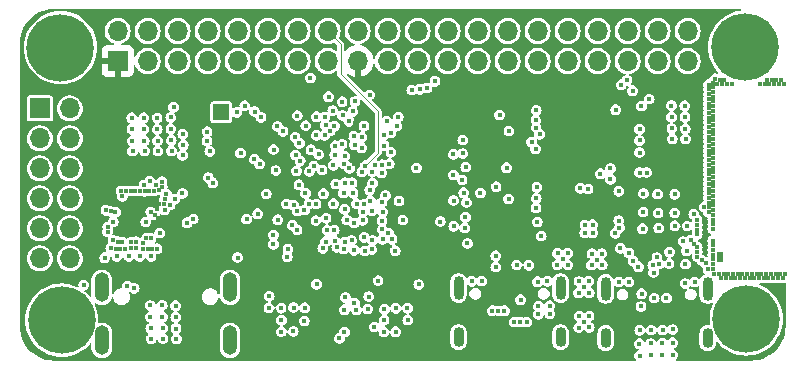
<source format=gbr>
%TF.GenerationSoftware,KiCad,Pcbnew,8.0.6*%
%TF.CreationDate,2024-11-19T20:15:16-08:00*%
%TF.ProjectId,SYNC-VT,53594e43-2d56-4542-9e6b-696361645f70,rev?*%
%TF.SameCoordinates,Original*%
%TF.FileFunction,Copper,L4,Inr*%
%TF.FilePolarity,Positive*%
%FSLAX46Y46*%
G04 Gerber Fmt 4.6, Leading zero omitted, Abs format (unit mm)*
G04 Created by KiCad (PCBNEW 8.0.6) date 2024-11-19 20:15:16*
%MOMM*%
%LPD*%
G01*
G04 APERTURE LIST*
%TA.AperFunction,ComponentPad*%
%ADD10O,1.250000X2.500000*%
%TD*%
%TA.AperFunction,ComponentPad*%
%ADD11R,1.350000X1.350000*%
%TD*%
%TA.AperFunction,ComponentPad*%
%ADD12R,1.700000X1.700000*%
%TD*%
%TA.AperFunction,ComponentPad*%
%ADD13O,1.700000X1.700000*%
%TD*%
%TA.AperFunction,ComponentPad*%
%ADD14C,5.700000*%
%TD*%
%TA.AperFunction,ComponentPad*%
%ADD15R,0.500000X0.900000*%
%TD*%
%TA.AperFunction,ComponentPad*%
%ADD16O,0.900000X2.000000*%
%TD*%
%TA.AperFunction,ComponentPad*%
%ADD17O,0.900000X1.700000*%
%TD*%
%TA.AperFunction,ViaPad*%
%ADD18C,0.400000*%
%TD*%
%TA.AperFunction,Conductor*%
%ADD19C,0.090000*%
%TD*%
G04 APERTURE END LIST*
D10*
%TO.N,GND*%
%TO.C,Jr1*%
X90870000Y-58315000D03*
X101720000Y-58315000D03*
X90870000Y-62815000D03*
X101720000Y-62815000D03*
%TD*%
D11*
%TO.N,VMR*%
%TO.C,J6*%
X101000000Y-43510000D03*
%TD*%
D12*
%TO.N,I1P*%
%TO.C,J4*%
X85620000Y-43180000D03*
D13*
%TO.N,I1N*%
X88160000Y-43180000D03*
%TO.N,O1P*%
X85620000Y-45720000D03*
%TO.N,O1N*%
X88160000Y-45720000D03*
%TO.N,O2P*%
X85620000Y-48260000D03*
%TO.N,O2N*%
X88160000Y-48260000D03*
%TO.N,I2P*%
X85620000Y-50800000D03*
%TO.N,I2N*%
X88160000Y-50800000D03*
%TO.N,IO5P*%
X85620000Y-53340000D03*
%TO.N,IO5N*%
X88160000Y-53340000D03*
%TO.N,IO6P*%
X85620000Y-55880000D03*
%TO.N,IO6N*%
X88160000Y-55880000D03*
%TD*%
D14*
%TO.N,GND*%
%TO.C,MT4*%
X87380000Y-38020000D03*
%TD*%
%TO.N,GND*%
%TO.C,MT3*%
X145320000Y-37990000D03*
%TD*%
%TO.N,GND*%
%TO.C,MT1*%
X145440000Y-61000000D03*
%TD*%
D15*
%TO.N,GND*%
%TO.C,ANT1*%
X143258531Y-55779993D03*
%TD*%
D16*
%TO.N,GND*%
%TO.C,J2*%
X133540000Y-58450000D03*
D17*
X133540000Y-62620000D03*
D16*
X142180000Y-58450000D03*
D17*
X142180000Y-62620000D03*
%TD*%
D16*
%TO.N,GND*%
%TO.C,J3*%
X121080000Y-58385000D03*
D17*
X121080000Y-62555000D03*
D16*
X129720000Y-58385000D03*
D17*
X129720000Y-62555000D03*
%TD*%
D12*
%TO.N,+3V3*%
%TO.C,J1*%
X92220000Y-39160000D03*
D13*
%TO.N,+5V*%
X92220000Y-36620000D03*
%TO.N,GPIO0*%
X94760000Y-39160000D03*
%TO.N,+5V*%
X94760000Y-36620000D03*
%TO.N,GPIO1*%
X97300000Y-39160000D03*
%TO.N,GND*%
X97300000Y-36620000D03*
%TO.N,GPIO2*%
X99840000Y-39160000D03*
%TO.N,GPIO27*%
X99840000Y-36620000D03*
%TO.N,GND*%
X102380000Y-39160000D03*
%TO.N,GPIO26*%
X102380000Y-36620000D03*
%TO.N,GPIO3*%
X104920000Y-39160000D03*
%TO.N,GPIO25*%
X104920000Y-36620000D03*
%TO.N,GPIO4*%
X107460000Y-39160000D03*
%TO.N,GND*%
X107460000Y-36620000D03*
%TO.N,GPIO5*%
X110000000Y-39160000D03*
%TO.N,GPIO24*%
X110000000Y-36620000D03*
%TO.N,+3V3*%
X112540000Y-39160000D03*
%TO.N,GPIO23*%
X112540000Y-36620000D03*
%TO.N,GPIO6*%
X115080000Y-39160000D03*
%TO.N,GND*%
X115080000Y-36620000D03*
%TO.N,GPIO7*%
X117620000Y-39160000D03*
%TO.N,GPIO22*%
X117620000Y-36620000D03*
%TO.N,GPIO8*%
X120160000Y-39160000D03*
%TO.N,GPIO21*%
X120160000Y-36620000D03*
%TO.N,GND*%
X122700000Y-39160000D03*
%TO.N,GPIO20*%
X122700000Y-36620000D03*
%TO.N,GPIO9*%
X125240000Y-39160000D03*
%TO.N,GPIO19*%
X125240000Y-36620000D03*
%TO.N,GPIO10*%
X127780000Y-39160000D03*
%TO.N,GND*%
X127780000Y-36620000D03*
%TO.N,GPIO11*%
X130320000Y-39160000D03*
%TO.N,GPIO18*%
X130320000Y-36620000D03*
%TO.N,GPIO12*%
X132860000Y-39160000D03*
%TO.N,GND*%
X132860000Y-36620000D03*
%TO.N,GPIO13*%
X135400000Y-39160000D03*
%TO.N,GPIO17*%
X135400000Y-36620000D03*
%TO.N,GPIO14*%
X137940000Y-39160000D03*
%TO.N,GPIO16*%
X137940000Y-36620000D03*
%TO.N,GND*%
X140480000Y-39160000D03*
%TO.N,GPIO15*%
X140480000Y-36620000D03*
%TD*%
D14*
%TO.N,GND*%
%TO.C,MT2*%
X87480000Y-61100000D03*
%TD*%
D18*
%TO.N,GND*%
X140240000Y-42950000D03*
X139180000Y-45740000D03*
X140280000Y-44890000D03*
X140310000Y-45760000D03*
X140254999Y-43920000D03*
X139110000Y-42930000D03*
X139124999Y-43900000D03*
X139150000Y-44870000D03*
X136410000Y-64100000D03*
X136420000Y-61960000D03*
X138350000Y-64060000D03*
X139210000Y-63020000D03*
X137380000Y-64085001D03*
X138360000Y-61920000D03*
X139230000Y-61890000D03*
X137390000Y-61945001D03*
X136400000Y-63090000D03*
X137370000Y-63075001D03*
X138340000Y-63050000D03*
X139220000Y-64030000D03*
X94980000Y-59860000D03*
X97120000Y-59870000D03*
X95020000Y-61800000D03*
X96060000Y-62660000D03*
X94994999Y-60830000D03*
X97160000Y-61810000D03*
X97190000Y-62680000D03*
X97134999Y-60840000D03*
X95990000Y-59850000D03*
X96004999Y-60820000D03*
X96030000Y-61790000D03*
X95050000Y-62670000D03*
X107248315Y-45601712D03*
X137879320Y-55787848D03*
X143123531Y-57169993D03*
X142253531Y-49159993D03*
X142253531Y-42759993D03*
X105410000Y-54670000D03*
X141290000Y-55320000D03*
X95030000Y-51930000D03*
X115334058Y-45255000D03*
X107090018Y-62060018D03*
X142613531Y-42179993D03*
X142603531Y-54359993D03*
X148323531Y-57159993D03*
X147323531Y-57519993D03*
X141660000Y-56010000D03*
X92030000Y-51950000D03*
X141290000Y-53430000D03*
X91820000Y-54340000D03*
X142253531Y-51159993D03*
X109820000Y-44600000D03*
X142253531Y-45959993D03*
X142613531Y-41379993D03*
X148123531Y-57519993D03*
X91640000Y-55030000D03*
X112140000Y-43430000D03*
X146123531Y-57519993D03*
X128600000Y-57805000D03*
X131390000Y-49930000D03*
X141060000Y-57870000D03*
X107410000Y-53460000D03*
X142253531Y-48759993D03*
X148393531Y-40759993D03*
X142253531Y-41559993D03*
X142253531Y-43559993D03*
X142613531Y-46579993D03*
X142603531Y-55959993D03*
X142613531Y-49779993D03*
X109240000Y-47070000D03*
X142613531Y-49379993D03*
X148603531Y-41109993D03*
X144923531Y-57529993D03*
X145723531Y-57519993D03*
X146600000Y-41100000D03*
X142253531Y-41959993D03*
X142613531Y-44979993D03*
X142613531Y-50179993D03*
X137971579Y-52040318D03*
X143923531Y-57169993D03*
X139380000Y-50440000D03*
X95574999Y-44950000D03*
X142253531Y-44359993D03*
X143193531Y-40729993D03*
X142613531Y-43379993D03*
X142253531Y-41159993D03*
X111420000Y-47880000D03*
X145123531Y-57169993D03*
X142253531Y-46759993D03*
X142253531Y-45159993D03*
X96110000Y-51240000D03*
X142613531Y-51379993D03*
X94600000Y-52777501D03*
X144210000Y-41100000D03*
X93434999Y-44940000D03*
X94500000Y-46770000D03*
X148203531Y-41109993D03*
X142613531Y-40979993D03*
X92440000Y-55050000D03*
X96755001Y-45880000D03*
X95630000Y-46790000D03*
X93620000Y-58400000D03*
X142253531Y-47159993D03*
X106508459Y-51255000D03*
X115141889Y-53745150D03*
X93380000Y-54470000D03*
X94340000Y-55060000D03*
X94110000Y-50170000D03*
X122940000Y-50330000D03*
X147593531Y-40759993D03*
X142603531Y-55159993D03*
X92840000Y-55060000D03*
X115750018Y-62086818D03*
X136670000Y-53360000D03*
X142613531Y-51779993D03*
X142613531Y-45779993D03*
X120648494Y-48802589D03*
X136530000Y-59940000D03*
X142253531Y-48359993D03*
X127950000Y-45370000D03*
X92900000Y-50160000D03*
X125320000Y-50830000D03*
X137940000Y-50430000D03*
X93780000Y-55030000D03*
X138030000Y-53300000D03*
X147003531Y-41109993D03*
X107435631Y-51870655D03*
X89350000Y-58120000D03*
X95600000Y-45920000D03*
X138910000Y-56310000D03*
X142613531Y-46979993D03*
X94750000Y-55060000D03*
X104358437Y-43932709D03*
X142253531Y-51559993D03*
X106060018Y-60060018D03*
X126330000Y-59370000D03*
X140390000Y-55240000D03*
X142253531Y-42359993D03*
X147723531Y-57519993D03*
X145523531Y-57169993D03*
X117515000Y-48210002D03*
X102370018Y-55800018D03*
X147403531Y-41109993D03*
X145923531Y-57159993D03*
X141290000Y-54920000D03*
X93790000Y-54460000D03*
X94650000Y-54177499D03*
X140740000Y-54320000D03*
X144723531Y-57169993D03*
X107278204Y-47105000D03*
X117720018Y-58080016D03*
X143523531Y-57169993D03*
X141280000Y-52630000D03*
X94510000Y-50190000D03*
X127750002Y-52784998D03*
X136710000Y-51950000D03*
X142253531Y-47559993D03*
X142613531Y-53379993D03*
X142613531Y-48979993D03*
X142253531Y-45559993D03*
X142613531Y-45379993D03*
X132050000Y-49990000D03*
X143403531Y-41079993D03*
X95150000Y-55060000D03*
X146923531Y-57519993D03*
X142613531Y-52979993D03*
X142603531Y-54759993D03*
X144323531Y-57169993D03*
X143803531Y-41079993D03*
X91380000Y-53210000D03*
X109019999Y-51258346D03*
X93420000Y-43970000D03*
X122200000Y-57805000D03*
X96210000Y-50830000D03*
X94360000Y-54540000D03*
X95050000Y-54180000D03*
X139390000Y-52020000D03*
X95320000Y-50180000D03*
X105625006Y-48424982D03*
X147523531Y-57159993D03*
X146523531Y-57519993D03*
X92500000Y-50160000D03*
X142613531Y-43779993D03*
X142603531Y-56759993D03*
X93460000Y-45910000D03*
X142723531Y-57169993D03*
X91837985Y-52785484D03*
X92610000Y-54480000D03*
X148523531Y-57519993D03*
X142613531Y-50979993D03*
X142613531Y-52579993D03*
X142253531Y-44759993D03*
X147803531Y-41109993D03*
X95560000Y-43980000D03*
X121690000Y-48140000D03*
X142253531Y-43159993D03*
X142613531Y-48579993D03*
X95560000Y-55060000D03*
X142253531Y-50759993D03*
X110600000Y-47100000D03*
X142603531Y-55559993D03*
X114805018Y-60185693D03*
X109060018Y-58070018D03*
X141900000Y-51550000D03*
X93370000Y-55030000D03*
X142613531Y-44179993D03*
X142613531Y-44579993D03*
X143723531Y-57529993D03*
X141290000Y-53030000D03*
X144523531Y-57529993D03*
X126020000Y-56425000D03*
X145323531Y-57529993D03*
X127850000Y-59910000D03*
X142613531Y-50579993D03*
X142203531Y-56809993D03*
X91370000Y-53610000D03*
X148723531Y-57159993D03*
X142613531Y-46179993D03*
X96715001Y-43940000D03*
X96730000Y-44910000D03*
X142613531Y-41779993D03*
X91230000Y-51800000D03*
X134660000Y-57870000D03*
X106580000Y-55750000D03*
X92220000Y-54460000D03*
X96950000Y-43080000D03*
X142253531Y-50359993D03*
X143590000Y-40730000D03*
X142613531Y-42579993D03*
X144123531Y-57529993D03*
X94910000Y-50180000D03*
X142253531Y-43959993D03*
X97775001Y-46270000D03*
X146323531Y-57159993D03*
X97720000Y-47150000D03*
X142613531Y-47779993D03*
X142603531Y-56359993D03*
X142613531Y-52179993D03*
X142810000Y-40660000D03*
X96785001Y-46750000D03*
X142253531Y-51959993D03*
X96000000Y-49790000D03*
X92614797Y-50618388D03*
X124240000Y-55650000D03*
X95700000Y-50060000D03*
X142613531Y-42979993D03*
X147923531Y-57159993D03*
X113784954Y-48520099D03*
X136740000Y-50380000D03*
X92040000Y-55040000D03*
X137640000Y-59240000D03*
X146723531Y-57159993D03*
X104078392Y-52095000D03*
X97740000Y-45350000D03*
X94470000Y-45900000D03*
X141290000Y-55720000D03*
X112874040Y-46497020D03*
X120660000Y-50972410D03*
X127269189Y-46014688D03*
X139400000Y-53110000D03*
X113087357Y-54078114D03*
X94444999Y-44930000D03*
X94430000Y-43960000D03*
X93490000Y-46780000D03*
X142253531Y-47959993D03*
X133090000Y-48700000D03*
X147993531Y-40759993D03*
X142253531Y-46359993D03*
X141300000Y-53840000D03*
X107359094Y-48458230D03*
X147123531Y-57159993D03*
X111452298Y-49459848D03*
X96350000Y-50420000D03*
X95340000Y-52210000D03*
X93710000Y-50170000D03*
X110775848Y-54937728D03*
X141010000Y-54630000D03*
X143323531Y-57529993D03*
X142253531Y-49959993D03*
X142613531Y-48179993D03*
X147190000Y-40760000D03*
X142613531Y-47379993D03*
X143003531Y-41079993D03*
X142003531Y-56299993D03*
X91620000Y-51880000D03*
X114610015Y-51070015D03*
X142253531Y-49559993D03*
X93310000Y-50160000D03*
X128810000Y-59870000D03*
X109866417Y-52475000D03*
%TO.N,+3V3*%
X109043749Y-54454475D03*
X109090018Y-59120020D03*
X114805018Y-55069984D03*
X112311138Y-44449536D03*
X124260000Y-48320000D03*
X124760002Y-54110000D03*
X91180000Y-48460000D03*
X122696202Y-52530000D03*
X91920000Y-51320000D03*
X126347073Y-47577916D03*
X111596233Y-45539134D03*
X116736329Y-62086818D03*
X108070018Y-62050018D03*
X106598022Y-48464925D03*
X114749585Y-46917900D03*
X125520000Y-52120000D03*
X113825000Y-44643022D03*
X126850001Y-55285001D03*
X95590000Y-51680000D03*
X108165961Y-47980000D03*
X132210000Y-46820000D03*
X90760000Y-54430000D03*
X106382244Y-59347118D03*
X96970000Y-41070000D03*
X109847056Y-51278357D03*
X113910000Y-52650000D03*
X92310000Y-51360000D03*
X117750018Y-59130018D03*
X124127400Y-47113558D03*
X108135449Y-42804898D03*
X102630018Y-53755000D03*
X115510000Y-49460000D03*
X122470002Y-46480000D03*
X116305338Y-54005336D03*
X132180000Y-45870000D03*
X112790157Y-50349848D03*
X111345403Y-53593590D03*
X100100000Y-47590000D03*
X102360018Y-55120018D03*
X114805018Y-59093327D03*
X95710000Y-51300000D03*
X109093909Y-46363909D03*
X129930018Y-45030018D03*
X132270000Y-46200000D03*
X112260000Y-47900000D03*
X95670000Y-52440000D03*
X126540000Y-53984999D03*
X125288463Y-47578590D03*
X126810000Y-47990000D03*
%TO.N,SPI-D1*%
X103782224Y-47470957D03*
X109038880Y-43882407D03*
X103815852Y-43437709D03*
%TO.N,SPI-CLK*%
X105410000Y-53880000D03*
X102989599Y-42934599D03*
X111266258Y-43770902D03*
%TO.N,SPI-D2*%
X105420000Y-46660000D03*
X109750000Y-45450000D03*
%TO.N,SPI-D0*%
X106220000Y-45120000D03*
X109746203Y-43924622D03*
X107010000Y-53060000D03*
%TO.N,SPI-D3*%
X103141480Y-52545000D03*
X102320000Y-43510000D03*
X110441217Y-43355071D03*
%TO.N,SPI-CS*%
X102625000Y-46950000D03*
X107422327Y-43780001D03*
%TO.N,+1V0*%
X127610004Y-46590001D03*
X110490000Y-47990000D03*
X127630002Y-44190000D03*
X127645163Y-44790239D03*
X111439077Y-51708823D03*
X108447320Y-48509940D03*
X125351991Y-45100709D03*
X111342572Y-50349848D03*
X107571458Y-49638230D03*
X127660002Y-43320000D03*
X124560000Y-43720000D03*
X111428829Y-47213104D03*
X107116258Y-51362714D03*
X120648494Y-47054175D03*
%TO.N,+1V8*%
X105782070Y-52593524D03*
X105746241Y-44704131D03*
X119540000Y-52750000D03*
X104802276Y-50415000D03*
X110680000Y-49570000D03*
X108028999Y-51781675D03*
X127655001Y-50795001D03*
X108118695Y-50368346D03*
X109646926Y-50388637D03*
X110482970Y-51247704D03*
X120671622Y-53157645D03*
X106640000Y-55090000D03*
X124260000Y-49800000D03*
X127640000Y-51590000D03*
X127720000Y-49850000D03*
X107670546Y-47593439D03*
X128075002Y-53984999D03*
X104230000Y-47870000D03*
%TO.N,GNDA*%
X109527751Y-48387701D03*
%TO.N,VCCQ*%
X108840000Y-48050000D03*
%TO.N,MIO7*%
X110630000Y-46340000D03*
%TO.N,POR_B*%
X125150000Y-48190000D03*
X110220000Y-45070000D03*
%TO.N,Net-(U3A-INIT_B_0)*%
X107610000Y-46130000D03*
%TO.N,Net-(U3A-PROGRAM_B_0)*%
X108411978Y-51258346D03*
%TO.N,Net-(U3A-DONE_0)*%
X109010001Y-52670001D03*
%TO.N,Net-(U3D-PS_MIO8_500)*%
X108145000Y-44627461D03*
%TO.N,Net-(U3D-PS_CLK_500)*%
X109040000Y-45450000D03*
X111840000Y-48239536D03*
%TO.N,Net-(C1-Pad1)*%
X121520000Y-50310000D03*
%TO.N,Net-(R23-Pad2)*%
X121830000Y-54610000D03*
%TO.N,MIO32*%
X121626140Y-53303824D03*
X115348073Y-46875294D03*
%TO.N,MIO33*%
X112195809Y-45516505D03*
X121664663Y-52375337D03*
%TO.N,GPIO21*%
X115215353Y-47847381D03*
%TO.N,+5V*%
X130330000Y-56400000D03*
X124970000Y-60310000D03*
X131700000Y-58320000D03*
X131250000Y-58790000D03*
X93051167Y-58209127D03*
X131280000Y-57820000D03*
X123940000Y-60300000D03*
X132140000Y-58780000D03*
X124462500Y-60315000D03*
X130310000Y-55430000D03*
X132120000Y-57810000D03*
X129470000Y-55440000D03*
X127780000Y-57840000D03*
X129890000Y-55940000D03*
X95050000Y-55710000D03*
X92160000Y-55710000D03*
X123030000Y-57800000D03*
X129440000Y-56410000D03*
%TO.N,GPIO19*%
X114600000Y-52670000D03*
X116370337Y-52630337D03*
%TO.N,GPIO27*%
X134355000Y-53750000D03*
X111810000Y-44260000D03*
X134850000Y-41175000D03*
%TO.N,GPIO6*%
X115010000Y-44270000D03*
%TO.N,MIO29*%
X112284100Y-46252752D03*
X121756313Y-51143687D03*
%TO.N,GPIO5*%
X119088148Y-40875859D03*
X116040276Y-51000276D03*
%TO.N,MIO30*%
X121450000Y-46990000D03*
X115855000Y-44664326D03*
%TO.N,MIO31*%
X121440000Y-45860000D03*
X112897694Y-45607020D03*
%TO.N,MIO28*%
X115976786Y-43899920D03*
X121380000Y-49230000D03*
%TO.N,RAM_DQ6*%
X111415702Y-62113710D03*
X109820018Y-54465915D03*
%TO.N,~{RAM_CS0}*%
X109960490Y-53475000D03*
X105030018Y-60050018D03*
%TO.N,RAM_DQ7*%
X111000018Y-62630018D03*
X109592944Y-55021819D03*
%TO.N,RAM_CLK*%
X113790018Y-54350018D03*
X114780018Y-61090018D03*
X106090018Y-61090018D03*
%TO.N,RAM_DQ0*%
X116760018Y-60080018D03*
X108070018Y-60050018D03*
X112440018Y-60230018D03*
X112247633Y-55191525D03*
%TO.N,RAM_DQ5*%
X110601040Y-54363755D03*
X111423631Y-60217288D03*
%TO.N,~{RAM_RST}*%
X105050018Y-59070018D03*
X113479373Y-59100018D03*
X112035434Y-54350000D03*
%TO.N,RAM_DQ2*%
X114270020Y-57752599D03*
X113740055Y-55116981D03*
%TO.N,~{RAM_CLK}*%
X114650018Y-54250018D03*
X114761343Y-62090856D03*
X106070018Y-62070018D03*
%TO.N,RAM_DQ1*%
X113153075Y-55241311D03*
X108024753Y-61164080D03*
X113940222Y-61668710D03*
X116780018Y-61090018D03*
%TO.N,RAM_DQ3*%
X111357633Y-55084456D03*
X111509300Y-59182548D03*
%TO.N,RWDS*%
X107110018Y-60030018D03*
X112266740Y-59655582D03*
X111438144Y-54483590D03*
X115780018Y-60090018D03*
%TO.N,~{RAM_CS1}*%
X110562045Y-53473755D03*
X113385018Y-60155397D03*
%TO.N,GPIO8*%
X114738712Y-45428726D03*
%TO.N,GPIO1*%
X110082430Y-42178400D03*
X110570000Y-44650000D03*
%TO.N,GPIO0*%
X111219932Y-46213107D03*
X111220000Y-42610000D03*
%TO.N,GPIO24*%
X113170411Y-48027244D03*
%TO.N,GPIO4*%
X114660000Y-51930000D03*
X118412318Y-41458157D03*
%TO.N,GPIO22*%
X114623894Y-47948269D03*
%TO.N,GPIO11*%
X115450000Y-54260000D03*
%TO.N,GPIO3*%
X113760000Y-51840000D03*
X117819236Y-41546898D03*
%TO.N,GPIO2*%
X114560000Y-48610000D03*
%TO.N,GPIO26*%
X134707596Y-53264532D03*
X108590000Y-46670000D03*
X108536218Y-40585000D03*
X135343869Y-40807427D03*
%TO.N,GPIO12*%
X115720000Y-55220000D03*
%TO.N,GPIO23*%
X114000076Y-47959988D03*
%TO.N,GPIO25*%
X113625000Y-50981021D03*
X117121086Y-41625494D03*
%TO.N,GPIO18*%
X114620000Y-53420000D03*
%TO.N,HDMIscl*%
X94090000Y-55710000D03*
%TO.N,Net-(Jr1-HPD)*%
X91120000Y-55810000D03*
%TO.N,HDMIsda*%
X93170000Y-55690000D03*
%TO.N,XTAL_P*%
X140290000Y-56350000D03*
%TO.N,XTAL_N*%
X138945000Y-55328798D03*
%TO.N,+3.3VA*%
X141005470Y-52127500D03*
X140440000Y-53120000D03*
X127840000Y-60600000D03*
X128820000Y-60550000D03*
X140102176Y-54440001D03*
X134656986Y-52666668D03*
X126870000Y-61260000D03*
X125810000Y-61260000D03*
X126320000Y-61260000D03*
X138059998Y-56360000D03*
%TO.N,USB-*%
X137015000Y-48600000D03*
X137533479Y-56469729D03*
%TO.N,Net-(J2-CC2)*%
X138680000Y-59230000D03*
%TO.N,Net-(J2-CC1)*%
X136590000Y-58870000D03*
%TO.N,USB+*%
X136415000Y-48602659D03*
X137592942Y-57066777D03*
%TO.N,SDIO_D1*%
X114781120Y-46318726D03*
X134390000Y-43280000D03*
X134780000Y-55010000D03*
%TO.N,SDIO_D3*%
X112315000Y-42588076D03*
X136307112Y-56584263D03*
X137220000Y-42390000D03*
%TO.N,SDIO_D0*%
X135513035Y-55419112D03*
X135820000Y-41670000D03*
X113550000Y-42025000D03*
%TO.N,SDIO_D2*%
X136560000Y-42970000D03*
X135864258Y-56104260D03*
X113078307Y-44662398D03*
%TO.N,Net-(J3-CC2)*%
X127040000Y-56460000D03*
%TO.N,Net-(J3-CC1)*%
X124240000Y-56610000D03*
%TO.N,Net-(SS2FH10HM3/H2-A)*%
X135510000Y-57870000D03*
X132150000Y-61720000D03*
X140260000Y-57990000D03*
X131290000Y-60760000D03*
X131710000Y-61260000D03*
X131260000Y-61730000D03*
X132130000Y-60750000D03*
%TO.N,Net-(U10-LX)*%
X136415000Y-44919792D03*
X136415000Y-46910286D03*
X136415000Y-45890000D03*
%TO.N,+5VP*%
X131770000Y-53700000D03*
X132800000Y-55970000D03*
X133945000Y-48259074D03*
X134645000Y-50190000D03*
X132430000Y-53020000D03*
X132430000Y-53700000D03*
X132380000Y-55470000D03*
X133220000Y-55460000D03*
X133240000Y-56430000D03*
X133945000Y-49178388D03*
X132350000Y-56440000D03*
X131780000Y-53030000D03*
%TO.N,D0+*%
X113562544Y-50078130D03*
X97700000Y-50370000D03*
%TO.N,D2+*%
X100270000Y-49490000D03*
X113790000Y-49520000D03*
%TO.N,CK-*%
X96190000Y-51750000D03*
X112960000Y-52640000D03*
X95780000Y-53710000D03*
%TO.N,CK+*%
X96660000Y-51340000D03*
X113000000Y-51920000D03*
%TO.N,D2-*%
X112895064Y-48560336D03*
X99890056Y-49025623D03*
%TO.N,D1+*%
X98620000Y-52545000D03*
X111624662Y-52598822D03*
%TO.N,D1-*%
X112240218Y-52885779D03*
X98090000Y-52850000D03*
%TO.N,D0-*%
X114890958Y-50539851D03*
X97070000Y-50860000D03*
%TO.N,unconnected-(U3B-IO_L6N_T0_VREF_34-PadJ11)*%
X112155290Y-50349848D03*
%TO.N,unconnected-(U3B-IO_L6P_T0_34-PadH11)*%
X112069807Y-49459848D03*
%TO.N,unconnected-(U3B-IO_L11P_T1_SRCC_34-PadK11)*%
X112450200Y-51247704D03*
%TO.N,unconnected-(U3B-IO_L11N_T1_SRCC_34-PadK12)*%
X113082561Y-51289515D03*
%TO.N,Net-(Ue1-VREFN)*%
X99790000Y-45150000D03*
%TO.N,VMR*%
X99785874Y-45907028D03*
%TO.N,Net-(Ue1-VREFP)*%
X100026750Y-46809643D03*
%TO.N,IO5N*%
X94950767Y-49330626D03*
%TO.N,IO6N*%
X95974207Y-49385702D03*
%TO.N,IO5P*%
X94450000Y-49670000D03*
%TO.N,IO6P*%
X95445717Y-49669780D03*
%TD*%
D19*
%TO.N,GPIO24*%
X111095000Y-37715000D02*
X110000000Y-36620000D01*
X114270000Y-43400000D02*
X111095000Y-40225000D01*
X111095000Y-40225000D02*
X111095000Y-37715000D01*
X114270000Y-46927655D02*
X114270000Y-43400000D01*
X113170411Y-48027244D02*
X114270000Y-46927655D01*
%TD*%
%TA.AperFunction,Conductor*%
%TO.N,+3V3*%
G36*
X114660344Y-46752782D02*
G01*
X114684903Y-46759993D01*
X114716346Y-46769226D01*
X114822790Y-46769226D01*
X114875116Y-46790900D01*
X114896790Y-46843226D01*
X114896037Y-46853749D01*
X114892940Y-46875294D01*
X114892940Y-46875295D01*
X114911375Y-47003517D01*
X114911375Y-47003518D01*
X114911376Y-47003520D01*
X114965191Y-47121357D01*
X115050024Y-47219261D01*
X115134950Y-47273839D01*
X115167252Y-47320362D01*
X115157196Y-47376099D01*
X115115791Y-47407094D01*
X115026287Y-47433374D01*
X115026286Y-47433375D01*
X114917303Y-47503414D01*
X114917298Y-47503418D01*
X114904800Y-47517842D01*
X114854153Y-47543193D01*
X114818817Y-47534176D01*
X114817774Y-47536462D01*
X114812965Y-47534265D01*
X114688666Y-47497769D01*
X114559122Y-47497769D01*
X114434825Y-47534264D01*
X114342874Y-47593357D01*
X114287136Y-47603413D01*
X114262860Y-47593357D01*
X114193603Y-47548849D01*
X114161301Y-47502326D01*
X114171357Y-47446589D01*
X114181284Y-47434270D01*
X114299975Y-47315579D01*
X114506459Y-47109096D01*
X114509723Y-47103443D01*
X114545362Y-47041714D01*
X114548027Y-47031770D01*
X114552722Y-47014247D01*
X114565499Y-46966560D01*
X114565500Y-46966560D01*
X114565500Y-46823785D01*
X114587174Y-46771459D01*
X114639500Y-46749785D01*
X114660344Y-46752782D01*
G37*
%TD.AperFunction*%
%TA.AperFunction,Conductor*%
G36*
X144992738Y-34782174D02*
G01*
X145014412Y-34834500D01*
X144992738Y-34886826D01*
X144952807Y-34907454D01*
X144628991Y-34962471D01*
X144340537Y-35045574D01*
X144326391Y-35049650D01*
X144294353Y-35058880D01*
X143972632Y-35192140D01*
X143972625Y-35192144D01*
X143873096Y-35247152D01*
X143667836Y-35360595D01*
X143383824Y-35562112D01*
X143383816Y-35562118D01*
X143124164Y-35794157D01*
X143124157Y-35794164D01*
X142892118Y-36053816D01*
X142892113Y-36053822D01*
X142892112Y-36053824D01*
X142690595Y-36337836D01*
X142597495Y-36506287D01*
X142522144Y-36642625D01*
X142522140Y-36642632D01*
X142388880Y-36964353D01*
X142292471Y-37298991D01*
X142234141Y-37642300D01*
X142214615Y-37990000D01*
X142234141Y-38337699D01*
X142292471Y-38681008D01*
X142315200Y-38759901D01*
X142379762Y-38984000D01*
X142388880Y-39015646D01*
X142522140Y-39337367D01*
X142522144Y-39337374D01*
X142522145Y-39337376D01*
X142690595Y-39642164D01*
X142892112Y-39926176D01*
X142987777Y-40033225D01*
X143068733Y-40123815D01*
X143087439Y-40177274D01*
X143062865Y-40228303D01*
X143009406Y-40247009D01*
X142992707Y-40244128D01*
X142874772Y-40209500D01*
X142745228Y-40209500D01*
X142620931Y-40245995D01*
X142511954Y-40316031D01*
X142511950Y-40316034D01*
X142427119Y-40413935D01*
X142373302Y-40531775D01*
X142367482Y-40572249D01*
X142338580Y-40620957D01*
X142334246Y-40623966D01*
X142315486Y-40636022D01*
X142315482Y-40636026D01*
X142273952Y-40683953D01*
X142223307Y-40709304D01*
X142218028Y-40709493D01*
X142188759Y-40709493D01*
X142064462Y-40745988D01*
X141955485Y-40816024D01*
X141955481Y-40816027D01*
X141870650Y-40913928D01*
X141870649Y-40913929D01*
X141870649Y-40913930D01*
X141863783Y-40928965D01*
X141816833Y-41031769D01*
X141798398Y-41159993D01*
X141816833Y-41288215D01*
X141816834Y-41288221D01*
X141835573Y-41329254D01*
X141837594Y-41385855D01*
X141835573Y-41390732D01*
X141816834Y-41431764D01*
X141816833Y-41431770D01*
X141798398Y-41559993D01*
X141816833Y-41688215D01*
X141816834Y-41688221D01*
X141835573Y-41729254D01*
X141837594Y-41785855D01*
X141835573Y-41790732D01*
X141816834Y-41831764D01*
X141816833Y-41831770D01*
X141798398Y-41959993D01*
X141816833Y-42088215D01*
X141816834Y-42088221D01*
X141835573Y-42129254D01*
X141837594Y-42185855D01*
X141835573Y-42190732D01*
X141816834Y-42231764D01*
X141816833Y-42231770D01*
X141798398Y-42359993D01*
X141816833Y-42488215D01*
X141816834Y-42488221D01*
X141835573Y-42529254D01*
X141837594Y-42585855D01*
X141835573Y-42590732D01*
X141816834Y-42631764D01*
X141816833Y-42631770D01*
X141798398Y-42759993D01*
X141816833Y-42888215D01*
X141816834Y-42888221D01*
X141835573Y-42929254D01*
X141837594Y-42985855D01*
X141835573Y-42990732D01*
X141816834Y-43031764D01*
X141816833Y-43031770D01*
X141798398Y-43159993D01*
X141816833Y-43288215D01*
X141816834Y-43288221D01*
X141835573Y-43329254D01*
X141837594Y-43385855D01*
X141835573Y-43390732D01*
X141816834Y-43431764D01*
X141816833Y-43431770D01*
X141798398Y-43559993D01*
X141816833Y-43688215D01*
X141816834Y-43688221D01*
X141835573Y-43729254D01*
X141837594Y-43785855D01*
X141835573Y-43790732D01*
X141816834Y-43831764D01*
X141816833Y-43831770D01*
X141798398Y-43959993D01*
X141816833Y-44088215D01*
X141816834Y-44088221D01*
X141835573Y-44129254D01*
X141837594Y-44185855D01*
X141835573Y-44190732D01*
X141816834Y-44231764D01*
X141816833Y-44231770D01*
X141798398Y-44359993D01*
X141816833Y-44488215D01*
X141816834Y-44488221D01*
X141835573Y-44529254D01*
X141837594Y-44585855D01*
X141835573Y-44590732D01*
X141816834Y-44631764D01*
X141816833Y-44631770D01*
X141798398Y-44759993D01*
X141816833Y-44888215D01*
X141816834Y-44888221D01*
X141835573Y-44929254D01*
X141837594Y-44985855D01*
X141835573Y-44990732D01*
X141816834Y-45031764D01*
X141816833Y-45031770D01*
X141798398Y-45159993D01*
X141816833Y-45288215D01*
X141816834Y-45288221D01*
X141835573Y-45329254D01*
X141837594Y-45385855D01*
X141835573Y-45390732D01*
X141816834Y-45431764D01*
X141816833Y-45431770D01*
X141798398Y-45559993D01*
X141816833Y-45688215D01*
X141816834Y-45688221D01*
X141835573Y-45729254D01*
X141837594Y-45785855D01*
X141835573Y-45790732D01*
X141816834Y-45831764D01*
X141816833Y-45831770D01*
X141798398Y-45959993D01*
X141816833Y-46088215D01*
X141816834Y-46088221D01*
X141835573Y-46129254D01*
X141837594Y-46185855D01*
X141835573Y-46190732D01*
X141816834Y-46231764D01*
X141816833Y-46231770D01*
X141798398Y-46359993D01*
X141816833Y-46488215D01*
X141816834Y-46488221D01*
X141835573Y-46529254D01*
X141837594Y-46585855D01*
X141835573Y-46590732D01*
X141816834Y-46631764D01*
X141816833Y-46631770D01*
X141798398Y-46759993D01*
X141816833Y-46888215D01*
X141816834Y-46888221D01*
X141835573Y-46929254D01*
X141837594Y-46985855D01*
X141835573Y-46990732D01*
X141816834Y-47031764D01*
X141816833Y-47031770D01*
X141798398Y-47159993D01*
X141816833Y-47288215D01*
X141816834Y-47288221D01*
X141835573Y-47329254D01*
X141837594Y-47385855D01*
X141835573Y-47390732D01*
X141816834Y-47431764D01*
X141816833Y-47431770D01*
X141798398Y-47559993D01*
X141816833Y-47688215D01*
X141816834Y-47688221D01*
X141835573Y-47729254D01*
X141837594Y-47785855D01*
X141835573Y-47790732D01*
X141816834Y-47831764D01*
X141816833Y-47831770D01*
X141798398Y-47959993D01*
X141816833Y-48088215D01*
X141816834Y-48088221D01*
X141835573Y-48129254D01*
X141837594Y-48185855D01*
X141835573Y-48190732D01*
X141816834Y-48231764D01*
X141816833Y-48231770D01*
X141798398Y-48359993D01*
X141816833Y-48488215D01*
X141816834Y-48488221D01*
X141835573Y-48529254D01*
X141837594Y-48585855D01*
X141835573Y-48590732D01*
X141816834Y-48631764D01*
X141816833Y-48631770D01*
X141798398Y-48759993D01*
X141816833Y-48888215D01*
X141816834Y-48888221D01*
X141835573Y-48929254D01*
X141837594Y-48985855D01*
X141835573Y-48990732D01*
X141816834Y-49031764D01*
X141816833Y-49031770D01*
X141798398Y-49159993D01*
X141816833Y-49288215D01*
X141816834Y-49288221D01*
X141835573Y-49329254D01*
X141837594Y-49385855D01*
X141835573Y-49390732D01*
X141816834Y-49431764D01*
X141816833Y-49431770D01*
X141798398Y-49559993D01*
X141816833Y-49688215D01*
X141816834Y-49688221D01*
X141835573Y-49729254D01*
X141837594Y-49785855D01*
X141835573Y-49790732D01*
X141816834Y-49831764D01*
X141816833Y-49831770D01*
X141798398Y-49959993D01*
X141816833Y-50088215D01*
X141816834Y-50088221D01*
X141835573Y-50129254D01*
X141837594Y-50185855D01*
X141835573Y-50190732D01*
X141816834Y-50231764D01*
X141816833Y-50231770D01*
X141798398Y-50359993D01*
X141816833Y-50488215D01*
X141816834Y-50488221D01*
X141835573Y-50529254D01*
X141837594Y-50585855D01*
X141835573Y-50590732D01*
X141816834Y-50631764D01*
X141816833Y-50631770D01*
X141798398Y-50759993D01*
X141816833Y-50888215D01*
X141816834Y-50888221D01*
X141835573Y-50929254D01*
X141837594Y-50985855D01*
X141835573Y-50990732D01*
X141816836Y-51031760D01*
X141816832Y-51031773D01*
X141812622Y-51061053D01*
X141783720Y-51109761D01*
X141760226Y-51121521D01*
X141710930Y-51135996D01*
X141710929Y-51135996D01*
X141601954Y-51206031D01*
X141601950Y-51206034D01*
X141517119Y-51303935D01*
X141463302Y-51421776D01*
X141444867Y-51550000D01*
X141463302Y-51678223D01*
X141463302Y-51678224D01*
X141463303Y-51678226D01*
X141517118Y-51796063D01*
X141601951Y-51893967D01*
X141710931Y-51964004D01*
X141725311Y-51968226D01*
X141757223Y-51977596D01*
X141801324Y-52013134D01*
X141809623Y-52038068D01*
X141816833Y-52088216D01*
X141816833Y-52088217D01*
X141816834Y-52088219D01*
X141870649Y-52206056D01*
X141955482Y-52303960D01*
X142064462Y-52373997D01*
X142099494Y-52384283D01*
X142121485Y-52390740D01*
X142165586Y-52426278D01*
X142173885Y-52472274D01*
X142159147Y-52574781D01*
X142158398Y-52579993D01*
X142162137Y-52605996D01*
X142176833Y-52708215D01*
X142176834Y-52708221D01*
X142195573Y-52749254D01*
X142197594Y-52805855D01*
X142195573Y-52810732D01*
X142176834Y-52851764D01*
X142176833Y-52851770D01*
X142158398Y-52979993D01*
X142176833Y-53108215D01*
X142176834Y-53108221D01*
X142195573Y-53149254D01*
X142197594Y-53205855D01*
X142195573Y-53210732D01*
X142176834Y-53251764D01*
X142176833Y-53251770D01*
X142158398Y-53379993D01*
X142176833Y-53508216D01*
X142176833Y-53508217D01*
X142176834Y-53508219D01*
X142230649Y-53626056D01*
X142315482Y-53723960D01*
X142424462Y-53793997D01*
X142436464Y-53797521D01*
X142480565Y-53833056D01*
X142486623Y-53889368D01*
X142451087Y-53933470D01*
X142436469Y-53939526D01*
X142414464Y-53945987D01*
X142305485Y-54016024D01*
X142305481Y-54016027D01*
X142220650Y-54113928D01*
X142220649Y-54113929D01*
X142220649Y-54113930D01*
X142199838Y-54159500D01*
X142166833Y-54231769D01*
X142148398Y-54359993D01*
X142166833Y-54488215D01*
X142166834Y-54488221D01*
X142185573Y-54529254D01*
X142187594Y-54585855D01*
X142185573Y-54590732D01*
X142166834Y-54631764D01*
X142166833Y-54631770D01*
X142148398Y-54759993D01*
X142166833Y-54888215D01*
X142166834Y-54888221D01*
X142185573Y-54929254D01*
X142187594Y-54985855D01*
X142185573Y-54990732D01*
X142166834Y-55031764D01*
X142166833Y-55031770D01*
X142148398Y-55159993D01*
X142166833Y-55288215D01*
X142166834Y-55288221D01*
X142185573Y-55329254D01*
X142187594Y-55385855D01*
X142185573Y-55390732D01*
X142166834Y-55431764D01*
X142166833Y-55431770D01*
X142148398Y-55559993D01*
X142166833Y-55688216D01*
X142168155Y-55692717D01*
X142162102Y-55749030D01*
X142118004Y-55784570D01*
X142061691Y-55778517D01*
X142041227Y-55762027D01*
X141958052Y-55666036D01*
X141958050Y-55666035D01*
X141958049Y-55666033D01*
X141852539Y-55598226D01*
X141849068Y-55595995D01*
X141763602Y-55570901D01*
X141719502Y-55535363D01*
X141713447Y-55479050D01*
X141717138Y-55469156D01*
X141718564Y-55466034D01*
X141726697Y-55448226D01*
X141745133Y-55320000D01*
X141726697Y-55191774D01*
X141707956Y-55150740D01*
X141705934Y-55094141D01*
X141707949Y-55089276D01*
X141726697Y-55048226D01*
X141745133Y-54920000D01*
X141726697Y-54791774D01*
X141672882Y-54673937D01*
X141588049Y-54576033D01*
X141509455Y-54525524D01*
X141479071Y-54505997D01*
X141479066Y-54505995D01*
X141476334Y-54505193D01*
X141475058Y-54504164D01*
X141474255Y-54503798D01*
X141474348Y-54503593D01*
X141432235Y-54469654D01*
X141429871Y-54464932D01*
X141392882Y-54383937D01*
X141392878Y-54383932D01*
X141391348Y-54381551D01*
X141391058Y-54379944D01*
X141390683Y-54379123D01*
X141390892Y-54379027D01*
X141381291Y-54325814D01*
X141413591Y-54279290D01*
X141432750Y-54270540D01*
X141489069Y-54254004D01*
X141598049Y-54183967D01*
X141682882Y-54086063D01*
X141736697Y-53968226D01*
X141755133Y-53840000D01*
X141736697Y-53711774D01*
X141710672Y-53654789D01*
X141708652Y-53598190D01*
X141710657Y-53593345D01*
X141726697Y-53558226D01*
X141745133Y-53430000D01*
X141726697Y-53301774D01*
X141707956Y-53260740D01*
X141705934Y-53204141D01*
X141707949Y-53199276D01*
X141726697Y-53158226D01*
X141745133Y-53030000D01*
X141726697Y-52901774D01*
X141724170Y-52896241D01*
X141702957Y-52849791D01*
X141700934Y-52793190D01*
X141702944Y-52788338D01*
X141716697Y-52758226D01*
X141735133Y-52630000D01*
X141716697Y-52501774D01*
X141662882Y-52383937D01*
X141578049Y-52286033D01*
X141489677Y-52229240D01*
X141457377Y-52182718D01*
X141456439Y-52156459D01*
X141460603Y-52127500D01*
X141442167Y-51999274D01*
X141388352Y-51881437D01*
X141303519Y-51783533D01*
X141202027Y-51718308D01*
X141194538Y-51713495D01*
X141070242Y-51677000D01*
X140940698Y-51677000D01*
X140816401Y-51713495D01*
X140707424Y-51783531D01*
X140707420Y-51783534D01*
X140622589Y-51881435D01*
X140568772Y-51999276D01*
X140550337Y-52127500D01*
X140568772Y-52255723D01*
X140568772Y-52255724D01*
X140568773Y-52255726D01*
X140622588Y-52373563D01*
X140707421Y-52471467D01*
X140795790Y-52528258D01*
X140828092Y-52574781D01*
X140829030Y-52601041D01*
X140825729Y-52624004D01*
X140824867Y-52630000D01*
X140826305Y-52640000D01*
X140833779Y-52691987D01*
X140819772Y-52746865D01*
X140771063Y-52775765D01*
X140720525Y-52764771D01*
X140629068Y-52705995D01*
X140504772Y-52669500D01*
X140375228Y-52669500D01*
X140250931Y-52705995D01*
X140141954Y-52776031D01*
X140141950Y-52776034D01*
X140057119Y-52873935D01*
X140057118Y-52873936D01*
X140057118Y-52873937D01*
X140044406Y-52901773D01*
X140003302Y-52991776D01*
X139993965Y-53056716D01*
X139965064Y-53105424D01*
X139934353Y-53113262D01*
X139978521Y-53139468D01*
X139992528Y-53173284D01*
X140003302Y-53248223D01*
X140003302Y-53248224D01*
X140003303Y-53248226D01*
X140057118Y-53366063D01*
X140141951Y-53463967D01*
X140250931Y-53534004D01*
X140375228Y-53570500D01*
X140504772Y-53570500D01*
X140629069Y-53534004D01*
X140734282Y-53466387D01*
X140790018Y-53456332D01*
X140836541Y-53488633D01*
X140847535Y-53518110D01*
X140853302Y-53558222D01*
X140853302Y-53558224D01*
X140853303Y-53558226D01*
X140859433Y-53571649D01*
X140879325Y-53615208D01*
X140881346Y-53671810D01*
X140879325Y-53676688D01*
X140863304Y-53711770D01*
X140863302Y-53711775D01*
X140849751Y-53806031D01*
X140820851Y-53854740D01*
X140776504Y-53869500D01*
X140675228Y-53869500D01*
X140550931Y-53905995D01*
X140441954Y-53976031D01*
X140441946Y-53976037D01*
X140402227Y-54021876D01*
X140351581Y-54047227D01*
X140306295Y-54035669D01*
X140291244Y-54025996D01*
X140166948Y-53989501D01*
X140037404Y-53989501D01*
X139913107Y-54025996D01*
X139804130Y-54096032D01*
X139804126Y-54096035D01*
X139719295Y-54193936D01*
X139719294Y-54193937D01*
X139719294Y-54193938D01*
X139700300Y-54235529D01*
X139665478Y-54311777D01*
X139647043Y-54440001D01*
X139665478Y-54568224D01*
X139665478Y-54568225D01*
X139665479Y-54568227D01*
X139719294Y-54686064D01*
X139804127Y-54783968D01*
X139913107Y-54854005D01*
X139974225Y-54871950D01*
X140018326Y-54907487D01*
X140024381Y-54963800D01*
X140009308Y-54991407D01*
X140007123Y-54993928D01*
X140007119Y-54993934D01*
X139953302Y-55111776D01*
X139934867Y-55240000D01*
X139953302Y-55368223D01*
X139953302Y-55368224D01*
X139953303Y-55368226D01*
X140007118Y-55486063D01*
X140091951Y-55583967D01*
X140200931Y-55654004D01*
X140325228Y-55690500D01*
X140454772Y-55690500D01*
X140579069Y-55654004D01*
X140688049Y-55583967D01*
X140722485Y-55544224D01*
X140773129Y-55518873D01*
X140826868Y-55536757D01*
X140852221Y-55587403D01*
X140851657Y-55603215D01*
X140834867Y-55719999D01*
X140853302Y-55848223D01*
X140853302Y-55848224D01*
X140853303Y-55848226D01*
X140907118Y-55966063D01*
X140991951Y-56063967D01*
X141100931Y-56134004D01*
X141191170Y-56160500D01*
X141207600Y-56165324D01*
X141251700Y-56200862D01*
X141254064Y-56205585D01*
X141277117Y-56256061D01*
X141277118Y-56256063D01*
X141361951Y-56353967D01*
X141470931Y-56424004D01*
X141525394Y-56439995D01*
X141547035Y-56446349D01*
X141591136Y-56481886D01*
X141593500Y-56486611D01*
X141620646Y-56546052D01*
X141620649Y-56546056D01*
X141705482Y-56643960D01*
X141726612Y-56657539D01*
X141758914Y-56704062D01*
X141759852Y-56730322D01*
X141749264Y-56803967D01*
X141748398Y-56809993D01*
X141751321Y-56830326D01*
X141766833Y-56938216D01*
X141766833Y-56938217D01*
X141766834Y-56938219D01*
X141820649Y-57056056D01*
X141903022Y-57151121D01*
X141920907Y-57204859D01*
X141895556Y-57255506D01*
X141875416Y-57267947D01*
X141848188Y-57279225D01*
X141733461Y-57355883D01*
X141635883Y-57453461D01*
X141559223Y-57568192D01*
X141559222Y-57568192D01*
X141551816Y-57586073D01*
X141511767Y-57626121D01*
X141455130Y-57626119D01*
X141427524Y-57606212D01*
X141358052Y-57526036D01*
X141358050Y-57526035D01*
X141358049Y-57526033D01*
X141280244Y-57476031D01*
X141249068Y-57455995D01*
X141124772Y-57419500D01*
X140995228Y-57419500D01*
X140870931Y-57455995D01*
X140761954Y-57526031D01*
X140761947Y-57526036D01*
X140677117Y-57623938D01*
X140674256Y-57628390D01*
X140673060Y-57627621D01*
X140635737Y-57662366D01*
X140579136Y-57660341D01*
X140561421Y-57648955D01*
X140558049Y-57646033D01*
X140449068Y-57575995D01*
X140324772Y-57539500D01*
X140195228Y-57539500D01*
X140070931Y-57575995D01*
X139961954Y-57646031D01*
X139961950Y-57646034D01*
X139877119Y-57743935D01*
X139823302Y-57861776D01*
X139804867Y-57990000D01*
X139823302Y-58118223D01*
X139823302Y-58118224D01*
X139823303Y-58118226D01*
X139877118Y-58236063D01*
X139961951Y-58333967D01*
X140070931Y-58404004D01*
X140195228Y-58440500D01*
X140324773Y-58440500D01*
X140333102Y-58438053D01*
X140339508Y-58436173D01*
X140395821Y-58442226D01*
X140431360Y-58486325D01*
X140425307Y-58542638D01*
X140412684Y-58559501D01*
X140349500Y-58622685D01*
X140283610Y-58736809D01*
X140283606Y-58736818D01*
X140249500Y-58864105D01*
X140249500Y-58995894D01*
X140283606Y-59123181D01*
X140283610Y-59123190D01*
X140292930Y-59139332D01*
X140349500Y-59237314D01*
X140442686Y-59330500D01*
X140556814Y-59396392D01*
X140684105Y-59430499D01*
X140684106Y-59430500D01*
X140684108Y-59430500D01*
X140815894Y-59430500D01*
X140815894Y-59430499D01*
X140943186Y-59396392D01*
X141057314Y-59330500D01*
X141150500Y-59237314D01*
X141216392Y-59123186D01*
X141250499Y-58995894D01*
X141250500Y-58995894D01*
X141250500Y-58864106D01*
X141250499Y-58864105D01*
X141247779Y-58853955D01*
X141216392Y-58736814D01*
X141150500Y-58622686D01*
X141057314Y-58529500D01*
X140955288Y-58470595D01*
X140943190Y-58463610D01*
X140943181Y-58463606D01*
X140815894Y-58429500D01*
X140815892Y-58429500D01*
X140684108Y-58429500D01*
X140645252Y-58439911D01*
X140589099Y-58432517D01*
X140554621Y-58387584D01*
X140562015Y-58331431D01*
X140570166Y-58319982D01*
X140642882Y-58236063D01*
X140642884Y-58236058D01*
X140645742Y-58231612D01*
X140646942Y-58232383D01*
X140684244Y-58197640D01*
X140740845Y-58199650D01*
X140758579Y-58211045D01*
X140761949Y-58213965D01*
X140761951Y-58213967D01*
X140870931Y-58284004D01*
X140995228Y-58320500D01*
X141124772Y-58320500D01*
X141249069Y-58284004D01*
X141358049Y-58213967D01*
X141358049Y-58213966D01*
X141362502Y-58211105D01*
X141363517Y-58212685D01*
X141410775Y-58196954D01*
X141461423Y-58222303D01*
X141479500Y-58270766D01*
X141479500Y-59068993D01*
X141485671Y-59100018D01*
X141506418Y-59204322D01*
X141506421Y-59204332D01*
X141559223Y-59331808D01*
X141635520Y-59445995D01*
X141635886Y-59446542D01*
X141733458Y-59544114D01*
X141848189Y-59620775D01*
X141848190Y-59620775D01*
X141848191Y-59620776D01*
X141957406Y-59666014D01*
X141975672Y-59673580D01*
X142111007Y-59700500D01*
X142111009Y-59700500D01*
X142248991Y-59700500D01*
X142248993Y-59700500D01*
X142384328Y-59673580D01*
X142511811Y-59620775D01*
X142511823Y-59620766D01*
X142513746Y-59619740D01*
X142514486Y-59619666D01*
X142515170Y-59619384D01*
X142515255Y-59619591D01*
X142570109Y-59614182D01*
X142613895Y-59650107D01*
X142619453Y-59706470D01*
X142617004Y-59713316D01*
X142508881Y-59974348D01*
X142508880Y-59974350D01*
X142412471Y-60308991D01*
X142354141Y-60652300D01*
X142339330Y-60916033D01*
X142334615Y-61000000D01*
X142354141Y-61347693D01*
X142356147Y-61359500D01*
X142370031Y-61441220D01*
X142357427Y-61496437D01*
X142309470Y-61526569D01*
X142282641Y-61526192D01*
X142248994Y-61519500D01*
X142248993Y-61519500D01*
X142111007Y-61519500D01*
X142075469Y-61526569D01*
X141975677Y-61546418D01*
X141975667Y-61546421D01*
X141848191Y-61599223D01*
X141733461Y-61675883D01*
X141635883Y-61773461D01*
X141559223Y-61888191D01*
X141506421Y-62015667D01*
X141506418Y-62015677D01*
X141489178Y-62102351D01*
X141479500Y-62151007D01*
X141479500Y-63088993D01*
X141480497Y-63094004D01*
X141506418Y-63224322D01*
X141506421Y-63224332D01*
X141559223Y-63351808D01*
X141628484Y-63455465D01*
X141635886Y-63466542D01*
X141733458Y-63564114D01*
X141848189Y-63640775D01*
X141848190Y-63640775D01*
X141848191Y-63640776D01*
X141957447Y-63686031D01*
X141975672Y-63693580D01*
X142111007Y-63720500D01*
X142111009Y-63720500D01*
X142248991Y-63720500D01*
X142248993Y-63720500D01*
X142384328Y-63693580D01*
X142511811Y-63640775D01*
X142626542Y-63564114D01*
X142724114Y-63466542D01*
X142800775Y-63351811D01*
X142853580Y-63224328D01*
X142880500Y-63088993D01*
X142880500Y-62982619D01*
X142902174Y-62930293D01*
X142954500Y-62908619D01*
X143006826Y-62930293D01*
X143010711Y-62934642D01*
X143010728Y-62934628D01*
X143244157Y-63195835D01*
X143244164Y-63195842D01*
X143503816Y-63427881D01*
X143503824Y-63427888D01*
X143787836Y-63629405D01*
X144092624Y-63797855D01*
X144092627Y-63797856D01*
X144092632Y-63797859D01*
X144229872Y-63854705D01*
X144414356Y-63931121D01*
X144748987Y-64027527D01*
X144748990Y-64027527D01*
X144748992Y-64027528D01*
X144748990Y-64027528D01*
X145092300Y-64085858D01*
X145092301Y-64085858D01*
X145092307Y-64085859D01*
X145440000Y-64105385D01*
X145787693Y-64085859D01*
X145806468Y-64082669D01*
X146131008Y-64027528D01*
X146131009Y-64027527D01*
X146131013Y-64027527D01*
X146465644Y-63931121D01*
X146759714Y-63809313D01*
X146787367Y-63797859D01*
X146787368Y-63797858D01*
X146787376Y-63797855D01*
X147092164Y-63629405D01*
X147376176Y-63427888D01*
X147635839Y-63195839D01*
X147867888Y-62936176D01*
X148069405Y-62652164D01*
X148237855Y-62347376D01*
X148242187Y-62336919D01*
X148282085Y-62240595D01*
X148371121Y-62025644D01*
X148467527Y-61691013D01*
X148469097Y-61681776D01*
X148525858Y-61347699D01*
X148525858Y-61347698D01*
X148525859Y-61347693D01*
X148545385Y-61000000D01*
X148525859Y-60652307D01*
X148525539Y-60650425D01*
X148467528Y-60308991D01*
X148466072Y-60303937D01*
X148371121Y-59974356D01*
X148294655Y-59789751D01*
X148237859Y-59652632D01*
X148237855Y-59652625D01*
X148237855Y-59652624D01*
X148069405Y-59347836D01*
X147867888Y-59063824D01*
X147859398Y-59054324D01*
X147635842Y-58804164D01*
X147635835Y-58804157D01*
X147376183Y-58572118D01*
X147376181Y-58572117D01*
X147376176Y-58572112D01*
X147092164Y-58370595D01*
X146787376Y-58202145D01*
X146787374Y-58202144D01*
X146787367Y-58202140D01*
X146570137Y-58112161D01*
X146530089Y-58072113D01*
X146530089Y-58015475D01*
X146570137Y-57975427D01*
X146587932Y-57970546D01*
X146588295Y-57970493D01*
X146588303Y-57970493D01*
X146702686Y-57936908D01*
X146744376Y-57936908D01*
X146819330Y-57958916D01*
X146858757Y-57970493D01*
X146858759Y-57970493D01*
X146988305Y-57970493D01*
X147027731Y-57958916D01*
X147102686Y-57936908D01*
X147144376Y-57936908D01*
X147219330Y-57958916D01*
X147258757Y-57970493D01*
X147258759Y-57970493D01*
X147388305Y-57970493D01*
X147427731Y-57958916D01*
X147502686Y-57936908D01*
X147544376Y-57936908D01*
X147619330Y-57958916D01*
X147658757Y-57970493D01*
X147658759Y-57970493D01*
X147788305Y-57970493D01*
X147827731Y-57958916D01*
X147902686Y-57936908D01*
X147944376Y-57936908D01*
X148019330Y-57958916D01*
X148058757Y-57970493D01*
X148058759Y-57970493D01*
X148188305Y-57970493D01*
X148227731Y-57958916D01*
X148302686Y-57936908D01*
X148344376Y-57936908D01*
X148419330Y-57958916D01*
X148458757Y-57970493D01*
X148458759Y-57970493D01*
X148588305Y-57970493D01*
X148632526Y-57957508D01*
X148674652Y-57945139D01*
X148730964Y-57951193D01*
X148766502Y-57995292D01*
X148769500Y-58016141D01*
X148769500Y-61627916D01*
X148769384Y-61632065D01*
X148751501Y-61950498D01*
X148750571Y-61958745D01*
X148697499Y-62271097D01*
X148695653Y-62279186D01*
X148607940Y-62583650D01*
X148605199Y-62591484D01*
X148483949Y-62884205D01*
X148480349Y-62891681D01*
X148327085Y-63168993D01*
X148322669Y-63176020D01*
X148139328Y-63434414D01*
X148134155Y-63440902D01*
X147923025Y-63677157D01*
X147917157Y-63683025D01*
X147680902Y-63894155D01*
X147674414Y-63899328D01*
X147416020Y-64082669D01*
X147408993Y-64087085D01*
X147131681Y-64240349D01*
X147124205Y-64243949D01*
X146831484Y-64365199D01*
X146823650Y-64367940D01*
X146519186Y-64455653D01*
X146511097Y-64457499D01*
X146198745Y-64510571D01*
X146190498Y-64511501D01*
X145872066Y-64529384D01*
X145867917Y-64529500D01*
X139528055Y-64529500D01*
X139475729Y-64507826D01*
X139454055Y-64455500D01*
X139475729Y-64403174D01*
X139488045Y-64393249D01*
X139518049Y-64373967D01*
X139602882Y-64276063D01*
X139656697Y-64158226D01*
X139675133Y-64030000D01*
X139656697Y-63901774D01*
X139602882Y-63783937D01*
X139518049Y-63686033D01*
X139409069Y-63615996D01*
X139409066Y-63615994D01*
X139409065Y-63615993D01*
X139335977Y-63594533D01*
X139291877Y-63558995D01*
X139285823Y-63502683D01*
X139321361Y-63458583D01*
X139335971Y-63452530D01*
X139399069Y-63434004D01*
X139508049Y-63363967D01*
X139592882Y-63266063D01*
X139646697Y-63148226D01*
X139665133Y-63020000D01*
X139646697Y-62891774D01*
X139592882Y-62773937D01*
X139508049Y-62676033D01*
X139429354Y-62625459D01*
X139399068Y-62605995D01*
X139274772Y-62569500D01*
X139145228Y-62569500D01*
X139020931Y-62605995D01*
X138911954Y-62676031D01*
X138911950Y-62676034D01*
X138827113Y-62773941D01*
X138825102Y-62777072D01*
X138778578Y-62809371D01*
X138722841Y-62799313D01*
X138706925Y-62785521D01*
X138638052Y-62706036D01*
X138638050Y-62706035D01*
X138638049Y-62706033D01*
X138554224Y-62652162D01*
X138529068Y-62635995D01*
X138404772Y-62599500D01*
X138275228Y-62599500D01*
X138150931Y-62635995D01*
X138041954Y-62706031D01*
X138041950Y-62706034D01*
X137957119Y-62803935D01*
X137957118Y-62803936D01*
X137957118Y-62803937D01*
X137917047Y-62891681D01*
X137916604Y-62892650D01*
X137875151Y-62931243D01*
X137818550Y-62929222D01*
X137781979Y-62892651D01*
X137752882Y-62828938D01*
X137668049Y-62731034D01*
X137582466Y-62676033D01*
X137559068Y-62660996D01*
X137434772Y-62624501D01*
X137305228Y-62624501D01*
X137180931Y-62660996D01*
X137071954Y-62731032D01*
X137071950Y-62731035D01*
X136987119Y-62828936D01*
X136987118Y-62828937D01*
X136987118Y-62828938D01*
X136950729Y-62908619D01*
X136948888Y-62912650D01*
X136907435Y-62951243D01*
X136850834Y-62949222D01*
X136814263Y-62912651D01*
X136782882Y-62843937D01*
X136698049Y-62746033D01*
X136631032Y-62702964D01*
X136589068Y-62675995D01*
X136464772Y-62639500D01*
X136335228Y-62639500D01*
X136210931Y-62675995D01*
X136101954Y-62746031D01*
X136101950Y-62746034D01*
X136017119Y-62843935D01*
X135963302Y-62961776D01*
X135944867Y-63090000D01*
X135963302Y-63218223D01*
X135963302Y-63218224D01*
X135963303Y-63218226D01*
X136017118Y-63336063D01*
X136101951Y-63433967D01*
X136210931Y-63504004D01*
X136284022Y-63525465D01*
X136328122Y-63561003D01*
X136334177Y-63617316D01*
X136298639Y-63661416D01*
X136284022Y-63667471D01*
X136220931Y-63685995D01*
X136111954Y-63756031D01*
X136111950Y-63756034D01*
X136027119Y-63853935D01*
X135973302Y-63971776D01*
X135954867Y-64100000D01*
X135973302Y-64228223D01*
X135973302Y-64228224D01*
X135973303Y-64228226D01*
X136008851Y-64306064D01*
X136027119Y-64346065D01*
X136027121Y-64346067D01*
X136079954Y-64407040D01*
X136097840Y-64460779D01*
X136072489Y-64511425D01*
X136024029Y-64529500D01*
X86832083Y-64529500D01*
X86827934Y-64529384D01*
X86509501Y-64511501D01*
X86501254Y-64510571D01*
X86188902Y-64457499D01*
X86180813Y-64455653D01*
X85876349Y-64367940D01*
X85868515Y-64365199D01*
X85575794Y-64243949D01*
X85568318Y-64240349D01*
X85291006Y-64087085D01*
X85283979Y-64082669D01*
X85025585Y-63899328D01*
X85019097Y-63894155D01*
X84911337Y-63797855D01*
X84782837Y-63683020D01*
X84776979Y-63677162D01*
X84565843Y-63440901D01*
X84560671Y-63434414D01*
X84560354Y-63433967D01*
X84377326Y-63176014D01*
X84372918Y-63169000D01*
X84220186Y-62892650D01*
X84219650Y-62891681D01*
X84216050Y-62884205D01*
X84199370Y-62843937D01*
X84094796Y-62591474D01*
X84092059Y-62583650D01*
X84084104Y-62556038D01*
X84046047Y-62423935D01*
X84004346Y-62279186D01*
X84002500Y-62271097D01*
X83997545Y-62241933D01*
X83949427Y-61958739D01*
X83948498Y-61950498D01*
X83948294Y-61946874D01*
X83931772Y-61652643D01*
X83930616Y-61632065D01*
X83930500Y-61627916D01*
X83930500Y-61100000D01*
X84374615Y-61100000D01*
X84394141Y-61447699D01*
X84452471Y-61791008D01*
X84501915Y-61962630D01*
X84547930Y-62122351D01*
X84548880Y-62125646D01*
X84682140Y-62447367D01*
X84682144Y-62447374D01*
X84682145Y-62447376D01*
X84850595Y-62752164D01*
X85052112Y-63036176D01*
X85052117Y-63036181D01*
X85052118Y-63036183D01*
X85284157Y-63295835D01*
X85284164Y-63295842D01*
X85543816Y-63527881D01*
X85543824Y-63527888D01*
X85827836Y-63729405D01*
X86132624Y-63897855D01*
X86132627Y-63897856D01*
X86132632Y-63897859D01*
X86274869Y-63956775D01*
X86454356Y-64031121D01*
X86788987Y-64127527D01*
X86788990Y-64127527D01*
X86788992Y-64127528D01*
X86788990Y-64127528D01*
X87132300Y-64185858D01*
X87132301Y-64185858D01*
X87132307Y-64185859D01*
X87480000Y-64205385D01*
X87827693Y-64185859D01*
X87827699Y-64185858D01*
X88171008Y-64127528D01*
X88171009Y-64127527D01*
X88171013Y-64127527D01*
X88505644Y-64031121D01*
X88823820Y-63899328D01*
X88827367Y-63897859D01*
X88827368Y-63897858D01*
X88827376Y-63897855D01*
X89132164Y-63729405D01*
X89416176Y-63527888D01*
X89675839Y-63295839D01*
X89865324Y-63083804D01*
X89916351Y-63059232D01*
X89969810Y-63077938D01*
X89994384Y-63128967D01*
X89994500Y-63133116D01*
X89994500Y-63526229D01*
X90000757Y-63557684D01*
X90028143Y-63695367D01*
X90028146Y-63695378D01*
X90094140Y-63854702D01*
X90165328Y-63961243D01*
X90189955Y-63998099D01*
X90311901Y-64120045D01*
X90455295Y-64215858D01*
X90455296Y-64215858D01*
X90455297Y-64215859D01*
X90567539Y-64262351D01*
X90614626Y-64281855D01*
X90783771Y-64315500D01*
X90783772Y-64315500D01*
X90956228Y-64315500D01*
X90956229Y-64315500D01*
X91125374Y-64281855D01*
X91284705Y-64215858D01*
X91428099Y-64120045D01*
X91550045Y-63998099D01*
X91645858Y-63854705D01*
X91711855Y-63695374D01*
X91745500Y-63526229D01*
X91745500Y-62103771D01*
X91711855Y-61934626D01*
X91707210Y-61923412D01*
X91645859Y-61775297D01*
X91644632Y-61773461D01*
X91550045Y-61631901D01*
X91428099Y-61509955D01*
X91427418Y-61509500D01*
X91284702Y-61414140D01*
X91125378Y-61348146D01*
X91125367Y-61348143D01*
X90997942Y-61322797D01*
X90956229Y-61314500D01*
X90783771Y-61314500D01*
X90744341Y-61322343D01*
X90664636Y-61338197D01*
X90609088Y-61327148D01*
X90577622Y-61280055D01*
X90576316Y-61261477D01*
X90585385Y-61100000D01*
X90565859Y-60752307D01*
X90557680Y-60704168D01*
X90507528Y-60408991D01*
X90506675Y-60406031D01*
X90411121Y-60074356D01*
X90322332Y-59860000D01*
X94524867Y-59860000D01*
X94543302Y-59988223D01*
X94543302Y-59988224D01*
X94543303Y-59988226D01*
X94597118Y-60106063D01*
X94681951Y-60203967D01*
X94769883Y-60260477D01*
X94790931Y-60274004D01*
X94798938Y-60276355D01*
X94843038Y-60311893D01*
X94849093Y-60368206D01*
X94813555Y-60412306D01*
X94808836Y-60414669D01*
X94805928Y-60415997D01*
X94696953Y-60486031D01*
X94696949Y-60486034D01*
X94612118Y-60583935D01*
X94558301Y-60701776D01*
X94539866Y-60830000D01*
X94558301Y-60958223D01*
X94558301Y-60958224D01*
X94558302Y-60958226D01*
X94612117Y-61076063D01*
X94696950Y-61173967D01*
X94805930Y-61244004D01*
X94812408Y-61245906D01*
X94820023Y-61248142D01*
X94864124Y-61283678D01*
X94870180Y-61339991D01*
X94834644Y-61384092D01*
X94831249Y-61385791D01*
X94721954Y-61456031D01*
X94721950Y-61456034D01*
X94637119Y-61553935D01*
X94583302Y-61671776D01*
X94564867Y-61800000D01*
X94583302Y-61928223D01*
X94583302Y-61928224D01*
X94583303Y-61928226D01*
X94637118Y-62046063D01*
X94721951Y-62143967D01*
X94781733Y-62182386D01*
X94814035Y-62228909D01*
X94803979Y-62284646D01*
X94781735Y-62306891D01*
X94751954Y-62326031D01*
X94751950Y-62326034D01*
X94667119Y-62423935D01*
X94667118Y-62423936D01*
X94667118Y-62423937D01*
X94662146Y-62434824D01*
X94613302Y-62541776D01*
X94594867Y-62670000D01*
X94613302Y-62798223D01*
X94613302Y-62798224D01*
X94613303Y-62798226D01*
X94667118Y-62916063D01*
X94751951Y-63013967D01*
X94860931Y-63084004D01*
X94985228Y-63120500D01*
X95114772Y-63120500D01*
X95239069Y-63084004D01*
X95348049Y-63013967D01*
X95432882Y-62916063D01*
X95486697Y-62798226D01*
X95486697Y-62798224D01*
X95488895Y-62793412D01*
X95490956Y-62794353D01*
X95521567Y-62756347D01*
X95577878Y-62750278D01*
X95621988Y-62785804D01*
X95624362Y-62790545D01*
X95677118Y-62906064D01*
X95714515Y-62949222D01*
X95761951Y-63003967D01*
X95870931Y-63074004D01*
X95995228Y-63110500D01*
X96124772Y-63110500D01*
X96249069Y-63074004D01*
X96358049Y-63003967D01*
X96442882Y-62906063D01*
X96496697Y-62788226D01*
X96515133Y-62660000D01*
X96496697Y-62531774D01*
X96442882Y-62413937D01*
X96358049Y-62316033D01*
X96298265Y-62277612D01*
X96265964Y-62231090D01*
X96276020Y-62175353D01*
X96298266Y-62153107D01*
X96328049Y-62133967D01*
X96412882Y-62036063D01*
X96466697Y-61918226D01*
X96485133Y-61790000D01*
X96466697Y-61661774D01*
X96412882Y-61543937D01*
X96328049Y-61446033D01*
X96219127Y-61376033D01*
X96219066Y-61375994D01*
X96219065Y-61375993D01*
X96204973Y-61371856D01*
X96160873Y-61336318D01*
X96154819Y-61280006D01*
X96190357Y-61235906D01*
X96193756Y-61234204D01*
X96194066Y-61234004D01*
X96194068Y-61234004D01*
X96303048Y-61163967D01*
X96387881Y-61066063D01*
X96441696Y-60948226D01*
X96460132Y-60820000D01*
X96441696Y-60691774D01*
X96387881Y-60573937D01*
X96303048Y-60476033D01*
X96194068Y-60405996D01*
X96194067Y-60405995D01*
X96194066Y-60405995D01*
X96186057Y-60403643D01*
X96141958Y-60368103D01*
X96135906Y-60311790D01*
X96171446Y-60267691D01*
X96176173Y-60265326D01*
X96179062Y-60264005D01*
X96179069Y-60264004D01*
X96288049Y-60193967D01*
X96372882Y-60096063D01*
X96426697Y-59978226D01*
X96442257Y-59870000D01*
X96664867Y-59870000D01*
X96683302Y-59998223D01*
X96683302Y-59998224D01*
X96683303Y-59998226D01*
X96737118Y-60116063D01*
X96821951Y-60213967D01*
X96915369Y-60274003D01*
X96930931Y-60284004D01*
X96938938Y-60286355D01*
X96983038Y-60321893D01*
X96989093Y-60378206D01*
X96953555Y-60422306D01*
X96948836Y-60424669D01*
X96945928Y-60425997D01*
X96836953Y-60496031D01*
X96836949Y-60496034D01*
X96752118Y-60593935D01*
X96752117Y-60593936D01*
X96752117Y-60593937D01*
X96739404Y-60621774D01*
X96698301Y-60711776D01*
X96679866Y-60840000D01*
X96698301Y-60968223D01*
X96698301Y-60968224D01*
X96698302Y-60968226D01*
X96752117Y-61086063D01*
X96836950Y-61183967D01*
X96945930Y-61254004D01*
X96952408Y-61255906D01*
X96960023Y-61258142D01*
X97004124Y-61293678D01*
X97010180Y-61349991D01*
X96974644Y-61394092D01*
X96971249Y-61395791D01*
X96861954Y-61466031D01*
X96861950Y-61466034D01*
X96777119Y-61563935D01*
X96777118Y-61563936D01*
X96777118Y-61563937D01*
X96761003Y-61599223D01*
X96723302Y-61681776D01*
X96704867Y-61810000D01*
X96723302Y-61938223D01*
X96723302Y-61938224D01*
X96723303Y-61938226D01*
X96777118Y-62056063D01*
X96861951Y-62153967D01*
X96921733Y-62192386D01*
X96954035Y-62238909D01*
X96943979Y-62294646D01*
X96921735Y-62316891D01*
X96891954Y-62336031D01*
X96891950Y-62336034D01*
X96807119Y-62433935D01*
X96807118Y-62433936D01*
X96807118Y-62433937D01*
X96800981Y-62447376D01*
X96753302Y-62551776D01*
X96734867Y-62680000D01*
X96753302Y-62808223D01*
X96753302Y-62808224D01*
X96753303Y-62808226D01*
X96807118Y-62926063D01*
X96891951Y-63023967D01*
X97000931Y-63094004D01*
X97125228Y-63130500D01*
X97254772Y-63130500D01*
X97379069Y-63094004D01*
X97488049Y-63023967D01*
X97572882Y-62926063D01*
X97626697Y-62808226D01*
X97645133Y-62680000D01*
X97626697Y-62551774D01*
X97572882Y-62433937D01*
X97488049Y-62336033D01*
X97428265Y-62297612D01*
X97395964Y-62251090D01*
X97406020Y-62195353D01*
X97428266Y-62173107D01*
X97429388Y-62172386D01*
X97458049Y-62153967D01*
X97501543Y-62103771D01*
X100844500Y-62103771D01*
X100844500Y-63526229D01*
X100850757Y-63557684D01*
X100878143Y-63695367D01*
X100878146Y-63695378D01*
X100944140Y-63854702D01*
X101015328Y-63961243D01*
X101039955Y-63998099D01*
X101161901Y-64120045D01*
X101305295Y-64215858D01*
X101305296Y-64215858D01*
X101305297Y-64215859D01*
X101417539Y-64262351D01*
X101464626Y-64281855D01*
X101633771Y-64315500D01*
X101633772Y-64315500D01*
X101806228Y-64315500D01*
X101806229Y-64315500D01*
X101975374Y-64281855D01*
X102134705Y-64215858D01*
X102278099Y-64120045D01*
X102400045Y-63998099D01*
X102495858Y-63854705D01*
X102561855Y-63695374D01*
X102595500Y-63526229D01*
X102595500Y-62630018D01*
X110544885Y-62630018D01*
X110563320Y-62758241D01*
X110563320Y-62758242D01*
X110563321Y-62758244D01*
X110617136Y-62876081D01*
X110701969Y-62973985D01*
X110810949Y-63044022D01*
X110935246Y-63080518D01*
X111064790Y-63080518D01*
X111189087Y-63044022D01*
X111298067Y-62973985D01*
X111382900Y-62876081D01*
X111436715Y-62758244D01*
X111455151Y-62630018D01*
X111455151Y-62630016D01*
X111455151Y-62627041D01*
X111455806Y-62625459D01*
X111455904Y-62624779D01*
X111456077Y-62624803D01*
X111476825Y-62574715D01*
X111508302Y-62556039D01*
X111604771Y-62527714D01*
X111713751Y-62457677D01*
X111798584Y-62359773D01*
X111852399Y-62241936D01*
X111870835Y-62113710D01*
X111852399Y-61985484D01*
X111798584Y-61867647D01*
X111713751Y-61769743D01*
X111630206Y-61716052D01*
X111604770Y-61699705D01*
X111499206Y-61668710D01*
X113485089Y-61668710D01*
X113503524Y-61796933D01*
X113503524Y-61796934D01*
X113503525Y-61796936D01*
X113557340Y-61914773D01*
X113642173Y-62012677D01*
X113751153Y-62082714D01*
X113875450Y-62119210D01*
X114004994Y-62119210D01*
X114129291Y-62082714D01*
X114193306Y-62041573D01*
X114249042Y-62031517D01*
X114295565Y-62063818D01*
X114306560Y-62093295D01*
X114324645Y-62219079D01*
X114324645Y-62219080D01*
X114324646Y-62219082D01*
X114378461Y-62336919D01*
X114463294Y-62434823D01*
X114572274Y-62504860D01*
X114696571Y-62541356D01*
X114826115Y-62541356D01*
X114950412Y-62504860D01*
X115059392Y-62434823D01*
X115144225Y-62336919D01*
X115189291Y-62238238D01*
X115230742Y-62199648D01*
X115287343Y-62201669D01*
X115323914Y-62238240D01*
X115367136Y-62332881D01*
X115451969Y-62430785D01*
X115560949Y-62500822D01*
X115685246Y-62537318D01*
X115814790Y-62537318D01*
X115939087Y-62500822D01*
X116048067Y-62430785D01*
X116132900Y-62332881D01*
X116186715Y-62215044D01*
X116205151Y-62086818D01*
X116205034Y-62086007D01*
X120379500Y-62086007D01*
X120379500Y-63023993D01*
X120383484Y-63044022D01*
X120406418Y-63159322D01*
X120406421Y-63159332D01*
X120459223Y-63286808D01*
X120530824Y-63393967D01*
X120535886Y-63401542D01*
X120633458Y-63499114D01*
X120748189Y-63575775D01*
X120748190Y-63575775D01*
X120748191Y-63575776D01*
X120875667Y-63628578D01*
X120875672Y-63628580D01*
X121011007Y-63655500D01*
X121011009Y-63655500D01*
X121148991Y-63655500D01*
X121148993Y-63655500D01*
X121284328Y-63628580D01*
X121411811Y-63575775D01*
X121526542Y-63499114D01*
X121624114Y-63401542D01*
X121700775Y-63286811D01*
X121753580Y-63159328D01*
X121780500Y-63023993D01*
X121780500Y-62086007D01*
X129019500Y-62086007D01*
X129019500Y-63023993D01*
X129023484Y-63044022D01*
X129046418Y-63159322D01*
X129046421Y-63159332D01*
X129099223Y-63286808D01*
X129170824Y-63393967D01*
X129175886Y-63401542D01*
X129273458Y-63499114D01*
X129388189Y-63575775D01*
X129388190Y-63575775D01*
X129388191Y-63575776D01*
X129515667Y-63628578D01*
X129515672Y-63628580D01*
X129651007Y-63655500D01*
X129651009Y-63655500D01*
X129788991Y-63655500D01*
X129788993Y-63655500D01*
X129924328Y-63628580D01*
X130051811Y-63575775D01*
X130166542Y-63499114D01*
X130264114Y-63401542D01*
X130340775Y-63286811D01*
X130393580Y-63159328D01*
X130420500Y-63023993D01*
X130420500Y-62086007D01*
X130393580Y-61950672D01*
X130388425Y-61938226D01*
X130340776Y-61823191D01*
X130339474Y-61821243D01*
X130278508Y-61730000D01*
X130804867Y-61730000D01*
X130823302Y-61858223D01*
X130823302Y-61858224D01*
X130823303Y-61858226D01*
X130877118Y-61976063D01*
X130961951Y-62073967D01*
X131070931Y-62144004D01*
X131195228Y-62180500D01*
X131324772Y-62180500D01*
X131449069Y-62144004D01*
X131558049Y-62073967D01*
X131642882Y-61976063D01*
X131642884Y-61976057D01*
X131645740Y-61971615D01*
X131648464Y-61973365D01*
X131682287Y-61941800D01*
X131738891Y-61943755D01*
X131764156Y-61962645D01*
X131851947Y-62063963D01*
X131851948Y-62063964D01*
X131851951Y-62063967D01*
X131960931Y-62134004D01*
X132085228Y-62170500D01*
X132214772Y-62170500D01*
X132281161Y-62151007D01*
X132839500Y-62151007D01*
X132839500Y-63088993D01*
X132840497Y-63094004D01*
X132866418Y-63224322D01*
X132866421Y-63224332D01*
X132919223Y-63351808D01*
X132988484Y-63455465D01*
X132995886Y-63466542D01*
X133093458Y-63564114D01*
X133208189Y-63640775D01*
X133208190Y-63640775D01*
X133208191Y-63640776D01*
X133317447Y-63686031D01*
X133335672Y-63693580D01*
X133471007Y-63720500D01*
X133471009Y-63720500D01*
X133608991Y-63720500D01*
X133608993Y-63720500D01*
X133744328Y-63693580D01*
X133871811Y-63640775D01*
X133986542Y-63564114D01*
X134084114Y-63466542D01*
X134160775Y-63351811D01*
X134213580Y-63224328D01*
X134240500Y-63088993D01*
X134240500Y-62151007D01*
X134213580Y-62015672D01*
X134212340Y-62012678D01*
X134190520Y-61960000D01*
X135964867Y-61960000D01*
X135983302Y-62088223D01*
X135983302Y-62088224D01*
X135983303Y-62088226D01*
X136037118Y-62206063D01*
X136121951Y-62303967D01*
X136230931Y-62374004D01*
X136355228Y-62410500D01*
X136484772Y-62410500D01*
X136609069Y-62374004D01*
X136718049Y-62303967D01*
X136802882Y-62206063D01*
X136841113Y-62122348D01*
X136882563Y-62083757D01*
X136939164Y-62085778D01*
X136975736Y-62122350D01*
X137007115Y-62191060D01*
X137007118Y-62191064D01*
X137091951Y-62288968D01*
X137200931Y-62359005D01*
X137325228Y-62395501D01*
X137454772Y-62395501D01*
X137579069Y-62359005D01*
X137688049Y-62288968D01*
X137772882Y-62191064D01*
X137813397Y-62102348D01*
X137854847Y-62063757D01*
X137911448Y-62065778D01*
X137948020Y-62102350D01*
X137977115Y-62166059D01*
X137977118Y-62166063D01*
X138061951Y-62263967D01*
X138170931Y-62334004D01*
X138295228Y-62370500D01*
X138424772Y-62370500D01*
X138549069Y-62334004D01*
X138658049Y-62263967D01*
X138742882Y-62166063D01*
X138742882Y-62166061D01*
X138742884Y-62166060D01*
X138744891Y-62162937D01*
X138791410Y-62130630D01*
X138847148Y-62140680D01*
X138863074Y-62154478D01*
X138931947Y-62233963D01*
X138931948Y-62233964D01*
X138931951Y-62233967D01*
X139040931Y-62304004D01*
X139165228Y-62340500D01*
X139294772Y-62340500D01*
X139419069Y-62304004D01*
X139528049Y-62233967D01*
X139612882Y-62136063D01*
X139666697Y-62018226D01*
X139685133Y-61890000D01*
X139666697Y-61761774D01*
X139612882Y-61643937D01*
X139528049Y-61546033D01*
X139450876Y-61496437D01*
X139419068Y-61475995D01*
X139294772Y-61439500D01*
X139165228Y-61439500D01*
X139040931Y-61475995D01*
X138931954Y-61546031D01*
X138931950Y-61546034D01*
X138847113Y-61643941D01*
X138845102Y-61647072D01*
X138798578Y-61679371D01*
X138742841Y-61669313D01*
X138726925Y-61655521D01*
X138658052Y-61576036D01*
X138658050Y-61576035D01*
X138658049Y-61576033D01*
X138567757Y-61518006D01*
X138549068Y-61505995D01*
X138424772Y-61469500D01*
X138295228Y-61469500D01*
X138170931Y-61505995D01*
X138061954Y-61576031D01*
X138061950Y-61576034D01*
X137977119Y-61673935D01*
X137977118Y-61673936D01*
X137977118Y-61673937D01*
X137943803Y-61746887D01*
X137936604Y-61762650D01*
X137895151Y-61801243D01*
X137838550Y-61799222D01*
X137801979Y-61762651D01*
X137772882Y-61698938D01*
X137688049Y-61601034D01*
X137621032Y-61557965D01*
X137579068Y-61530996D01*
X137454772Y-61494501D01*
X137325228Y-61494501D01*
X137200931Y-61530996D01*
X137091954Y-61601032D01*
X137091950Y-61601035D01*
X137007119Y-61698936D01*
X137007118Y-61698937D01*
X137007118Y-61698938D01*
X136973086Y-61773458D01*
X136968888Y-61782650D01*
X136927435Y-61821243D01*
X136870834Y-61819222D01*
X136834263Y-61782651D01*
X136802882Y-61713937D01*
X136718049Y-61616033D01*
X136634138Y-61562107D01*
X136609068Y-61545995D01*
X136484772Y-61509500D01*
X136355228Y-61509500D01*
X136230931Y-61545995D01*
X136121954Y-61616031D01*
X136121950Y-61616034D01*
X136037119Y-61713935D01*
X136037118Y-61713936D01*
X136037118Y-61713937D01*
X136036153Y-61716051D01*
X135983302Y-61831776D01*
X135964867Y-61960000D01*
X134190520Y-61960000D01*
X134160776Y-61888191D01*
X134134072Y-61848226D01*
X134084114Y-61773458D01*
X133986542Y-61675886D01*
X133983725Y-61674004D01*
X133871808Y-61599223D01*
X133744332Y-61546421D01*
X133744322Y-61546418D01*
X133644531Y-61526569D01*
X133608993Y-61519500D01*
X133471007Y-61519500D01*
X133435469Y-61526569D01*
X133335677Y-61546418D01*
X133335667Y-61546421D01*
X133208191Y-61599223D01*
X133093461Y-61675883D01*
X132995883Y-61773461D01*
X132919223Y-61888191D01*
X132866421Y-62015667D01*
X132866418Y-62015677D01*
X132849178Y-62102351D01*
X132839500Y-62151007D01*
X132281161Y-62151007D01*
X132339069Y-62134004D01*
X132448049Y-62063967D01*
X132532882Y-61966063D01*
X132586697Y-61848226D01*
X132605133Y-61720000D01*
X132586697Y-61591774D01*
X132532882Y-61473937D01*
X132448049Y-61376033D01*
X132339069Y-61305996D01*
X132339068Y-61305995D01*
X132339067Y-61305995D01*
X132328018Y-61302751D01*
X132283917Y-61267213D01*
X132277862Y-61210901D01*
X132313400Y-61166800D01*
X132318125Y-61164435D01*
X132319060Y-61164006D01*
X132319069Y-61164004D01*
X132428049Y-61093967D01*
X132512882Y-60996063D01*
X132566697Y-60878226D01*
X132585133Y-60750000D01*
X132566697Y-60621774D01*
X132512882Y-60503937D01*
X132428049Y-60406033D01*
X132346082Y-60353356D01*
X132319068Y-60335995D01*
X132194772Y-60299500D01*
X132065228Y-60299500D01*
X131940931Y-60335995D01*
X131832007Y-60405997D01*
X131831951Y-60406033D01*
X131762634Y-60486031D01*
X131761593Y-60487232D01*
X131710946Y-60512583D01*
X131657207Y-60494698D01*
X131649741Y-60487231D01*
X131648701Y-60486031D01*
X131607279Y-60438226D01*
X131588052Y-60416036D01*
X131588050Y-60416035D01*
X131588049Y-60416033D01*
X131513468Y-60368103D01*
X131479068Y-60345995D01*
X131354772Y-60309500D01*
X131225228Y-60309500D01*
X131100931Y-60345995D01*
X130991954Y-60416031D01*
X130991950Y-60416034D01*
X130907119Y-60513935D01*
X130907118Y-60513936D01*
X130907118Y-60513937D01*
X130899937Y-60529661D01*
X130853302Y-60631776D01*
X130834867Y-60760000D01*
X130853302Y-60888223D01*
X130853302Y-60888224D01*
X130853303Y-60888226D01*
X130907118Y-61006063D01*
X130991951Y-61103967D01*
X131100875Y-61173968D01*
X131105383Y-61176865D01*
X131103953Y-61179089D01*
X131136549Y-61214082D01*
X131134542Y-61270683D01*
X131093099Y-61309288D01*
X131088072Y-61310962D01*
X131070932Y-61315995D01*
X130961954Y-61386031D01*
X130961950Y-61386034D01*
X130877119Y-61483935D01*
X130823302Y-61601776D01*
X130804867Y-61730000D01*
X130278508Y-61730000D01*
X130264114Y-61708458D01*
X130166542Y-61610886D01*
X130151797Y-61601034D01*
X130051808Y-61534223D01*
X129924332Y-61481421D01*
X129924322Y-61481418D01*
X129833694Y-61463391D01*
X129788993Y-61454500D01*
X129651007Y-61454500D01*
X129612642Y-61462131D01*
X129515677Y-61481418D01*
X129515667Y-61481421D01*
X129388191Y-61534223D01*
X129273461Y-61610883D01*
X129175883Y-61708461D01*
X129099223Y-61823191D01*
X129046421Y-61950667D01*
X129046418Y-61950677D01*
X129029434Y-62036064D01*
X129019500Y-62086007D01*
X121780500Y-62086007D01*
X121753580Y-61950672D01*
X121748425Y-61938226D01*
X121700776Y-61823191D01*
X121699474Y-61821243D01*
X121624114Y-61708458D01*
X121526542Y-61610886D01*
X121511797Y-61601034D01*
X121411808Y-61534223D01*
X121284332Y-61481421D01*
X121284322Y-61481418D01*
X121193694Y-61463391D01*
X121148993Y-61454500D01*
X121011007Y-61454500D01*
X120972642Y-61462131D01*
X120875677Y-61481418D01*
X120875667Y-61481421D01*
X120748191Y-61534223D01*
X120633461Y-61610883D01*
X120535883Y-61708461D01*
X120459223Y-61823191D01*
X120406421Y-61950667D01*
X120406418Y-61950677D01*
X120389434Y-62036064D01*
X120379500Y-62086007D01*
X116205034Y-62086007D01*
X116186715Y-61958592D01*
X116132900Y-61840755D01*
X116048067Y-61742851D01*
X115967405Y-61691013D01*
X115939086Y-61672813D01*
X115814790Y-61636318D01*
X115685246Y-61636318D01*
X115560949Y-61672813D01*
X115451972Y-61742849D01*
X115451968Y-61742852D01*
X115367136Y-61840754D01*
X115367133Y-61840758D01*
X115322070Y-61939432D01*
X115280618Y-61978026D01*
X115224017Y-61976003D01*
X115187446Y-61939433D01*
X115144225Y-61844793D01*
X115059392Y-61746889D01*
X114950412Y-61676852D01*
X114950409Y-61676850D01*
X114950408Y-61676849D01*
X114907259Y-61664180D01*
X114863159Y-61628642D01*
X114857105Y-61572330D01*
X114892643Y-61528230D01*
X114907255Y-61522177D01*
X114969087Y-61504022D01*
X115078067Y-61433985D01*
X115162900Y-61336081D01*
X115216715Y-61218244D01*
X115235151Y-61090018D01*
X115216715Y-60961792D01*
X115162900Y-60843955D01*
X115078067Y-60746051D01*
X115019076Y-60708140D01*
X114986776Y-60661618D01*
X114996832Y-60605880D01*
X115019074Y-60583638D01*
X115103067Y-60529660D01*
X115187900Y-60431756D01*
X115241715Y-60313919D01*
X115241715Y-60313913D01*
X115242681Y-60310629D01*
X115278220Y-60266530D01*
X115334533Y-60260477D01*
X115378632Y-60296016D01*
X115380986Y-60300719D01*
X115397136Y-60336081D01*
X115481969Y-60433985D01*
X115590949Y-60504022D01*
X115715246Y-60540518D01*
X115844790Y-60540518D01*
X115969087Y-60504022D01*
X116078067Y-60433985D01*
X116162900Y-60336081D01*
X116204989Y-60243918D01*
X116246441Y-60205327D01*
X116303042Y-60207348D01*
X116339613Y-60243919D01*
X116347175Y-60260477D01*
X116377136Y-60326082D01*
X116401270Y-60353934D01*
X116461969Y-60423985D01*
X116560382Y-60487231D01*
X116570949Y-60494022D01*
X116649040Y-60516951D01*
X116693140Y-60552489D01*
X116699195Y-60608802D01*
X116663657Y-60652902D01*
X116649040Y-60658957D01*
X116590949Y-60676013D01*
X116481972Y-60746049D01*
X116481968Y-60746052D01*
X116397137Y-60843953D01*
X116343320Y-60961794D01*
X116324885Y-61090018D01*
X116343320Y-61218241D01*
X116343320Y-61218242D01*
X116343321Y-61218244D01*
X116397136Y-61336081D01*
X116481969Y-61433985D01*
X116590949Y-61504022D01*
X116715246Y-61540518D01*
X116844790Y-61540518D01*
X116969087Y-61504022D01*
X117078067Y-61433985D01*
X117162900Y-61336081D01*
X117197645Y-61260000D01*
X125354867Y-61260000D01*
X125373302Y-61388223D01*
X125373302Y-61388224D01*
X125373303Y-61388226D01*
X125427118Y-61506063D01*
X125511951Y-61603967D01*
X125620931Y-61674004D01*
X125745228Y-61710500D01*
X125874775Y-61710500D01*
X125874775Y-61710499D01*
X125999069Y-61674004D01*
X126024992Y-61657343D01*
X126080729Y-61647287D01*
X126105007Y-61657343D01*
X126130931Y-61674004D01*
X126218463Y-61699705D01*
X126255224Y-61710499D01*
X126255225Y-61710500D01*
X126255228Y-61710500D01*
X126384772Y-61710500D01*
X126509069Y-61674004D01*
X126554993Y-61644489D01*
X126610730Y-61634434D01*
X126635004Y-61644488D01*
X126680931Y-61674004D01*
X126805228Y-61710500D01*
X126934772Y-61710500D01*
X127059069Y-61674004D01*
X127168049Y-61603967D01*
X127252882Y-61506063D01*
X127306697Y-61388226D01*
X127325133Y-61260000D01*
X127306697Y-61131774D01*
X127252882Y-61013937D01*
X127168049Y-60916033D01*
X127059175Y-60846064D01*
X127059068Y-60845995D01*
X126934772Y-60809500D01*
X126805228Y-60809500D01*
X126680931Y-60845995D01*
X126635007Y-60875509D01*
X126579269Y-60885565D01*
X126554993Y-60875509D01*
X126509068Y-60845995D01*
X126384772Y-60809500D01*
X126255228Y-60809500D01*
X126130931Y-60845995D01*
X126105007Y-60862656D01*
X126049269Y-60872712D01*
X126024993Y-60862656D01*
X125999068Y-60845995D01*
X125874772Y-60809500D01*
X125745228Y-60809500D01*
X125620931Y-60845995D01*
X125511954Y-60916031D01*
X125511950Y-60916034D01*
X125427119Y-61013935D01*
X125373302Y-61131776D01*
X125354867Y-61260000D01*
X117197645Y-61260000D01*
X117216715Y-61218244D01*
X117235151Y-61090018D01*
X117216715Y-60961792D01*
X117162900Y-60843955D01*
X117078067Y-60746051D01*
X116969087Y-60676014D01*
X116969084Y-60676012D01*
X116969083Y-60676011D01*
X116890995Y-60653083D01*
X116846895Y-60617545D01*
X116840841Y-60561233D01*
X116876379Y-60517133D01*
X116890990Y-60511080D01*
X116949087Y-60494022D01*
X117058067Y-60423985D01*
X117142900Y-60326081D01*
X117154811Y-60300000D01*
X123484867Y-60300000D01*
X123503302Y-60428223D01*
X123503302Y-60428224D01*
X123503303Y-60428226D01*
X123557118Y-60546063D01*
X123641951Y-60643967D01*
X123750931Y-60714004D01*
X123875228Y-60750500D01*
X124004775Y-60750500D01*
X124004775Y-60750499D01*
X124006219Y-60750075D01*
X124129069Y-60714004D01*
X124149571Y-60700827D01*
X124205306Y-60690770D01*
X124229580Y-60700823D01*
X124273431Y-60729004D01*
X124397728Y-60765500D01*
X124527272Y-60765500D01*
X124651569Y-60729004D01*
X124680133Y-60710646D01*
X124735868Y-60700590D01*
X124760143Y-60710644D01*
X124780931Y-60724004D01*
X124905228Y-60760500D01*
X125034772Y-60760500D01*
X125159069Y-60724004D01*
X125268049Y-60653967D01*
X125314811Y-60600000D01*
X127384867Y-60600000D01*
X127403302Y-60728223D01*
X127403302Y-60728224D01*
X127403303Y-60728226D01*
X127457118Y-60846063D01*
X127541951Y-60943967D01*
X127650931Y-61014004D01*
X127775228Y-61050500D01*
X127904772Y-61050500D01*
X128029069Y-61014004D01*
X128138049Y-60943967D01*
X128222882Y-60846063D01*
X128274105Y-60733900D01*
X128315557Y-60695309D01*
X128372158Y-60697330D01*
X128408729Y-60733901D01*
X128437118Y-60796063D01*
X128521951Y-60893967D01*
X128630931Y-60964004D01*
X128755228Y-61000500D01*
X128884772Y-61000500D01*
X129009069Y-60964004D01*
X129118049Y-60893967D01*
X129202882Y-60796063D01*
X129256697Y-60678226D01*
X129275133Y-60550000D01*
X129256697Y-60421774D01*
X129202882Y-60303937D01*
X129202880Y-60303935D01*
X129202880Y-60303934D01*
X129202879Y-60303932D01*
X129158475Y-60252687D01*
X129140590Y-60198948D01*
X129158473Y-60155771D01*
X129192882Y-60116063D01*
X129246697Y-59998226D01*
X129255069Y-59940000D01*
X136074867Y-59940000D01*
X136093302Y-60068223D01*
X136093302Y-60068224D01*
X136093303Y-60068226D01*
X136147118Y-60186063D01*
X136231951Y-60283967D01*
X136340931Y-60354004D01*
X136465228Y-60390500D01*
X136594772Y-60390500D01*
X136719069Y-60354004D01*
X136828049Y-60283967D01*
X136912882Y-60186063D01*
X136966697Y-60068226D01*
X136985133Y-59940000D01*
X136966697Y-59811774D01*
X136912882Y-59693937D01*
X136828049Y-59596033D01*
X136757226Y-59550518D01*
X136719068Y-59525995D01*
X136594772Y-59489500D01*
X136465228Y-59489500D01*
X136340931Y-59525995D01*
X136231954Y-59596031D01*
X136231950Y-59596034D01*
X136147119Y-59693935D01*
X136147118Y-59693936D01*
X136147118Y-59693937D01*
X136125446Y-59741392D01*
X136093302Y-59811776D01*
X136074867Y-59940000D01*
X129255069Y-59940000D01*
X129265133Y-59870000D01*
X129246697Y-59741774D01*
X129192882Y-59623937D01*
X129108049Y-59526033D01*
X129030294Y-59476063D01*
X128999068Y-59455995D01*
X128874772Y-59419500D01*
X128745228Y-59419500D01*
X128620931Y-59455995D01*
X128511954Y-59526031D01*
X128511950Y-59526034D01*
X128427119Y-59623935D01*
X128427118Y-59623936D01*
X128427118Y-59623937D01*
X128389618Y-59706051D01*
X128388179Y-59709201D01*
X128346726Y-59747794D01*
X128290125Y-59745773D01*
X128253554Y-59709202D01*
X128232882Y-59663937D01*
X128148049Y-59566033D01*
X128067118Y-59514022D01*
X128039068Y-59495995D01*
X127914772Y-59459500D01*
X127785228Y-59459500D01*
X127660931Y-59495995D01*
X127551954Y-59566031D01*
X127551950Y-59566034D01*
X127467119Y-59663935D01*
X127467118Y-59663936D01*
X127467118Y-59663937D01*
X127447694Y-59706470D01*
X127413302Y-59781776D01*
X127394867Y-59910000D01*
X127413302Y-60038223D01*
X127413302Y-60038224D01*
X127413303Y-60038226D01*
X127448851Y-60116064D01*
X127467119Y-60156065D01*
X127467121Y-60156067D01*
X127505855Y-60200769D01*
X127523741Y-60254508D01*
X127505856Y-60297688D01*
X127457121Y-60353932D01*
X127457119Y-60353934D01*
X127403302Y-60471776D01*
X127384867Y-60600000D01*
X125314811Y-60600000D01*
X125352882Y-60556063D01*
X125406697Y-60438226D01*
X125425133Y-60310000D01*
X125406697Y-60181774D01*
X125352882Y-60063937D01*
X125268049Y-59966033D01*
X125187353Y-59914173D01*
X125159068Y-59895995D01*
X125034772Y-59859500D01*
X124905228Y-59859500D01*
X124780930Y-59895996D01*
X124752365Y-59914353D01*
X124696627Y-59924407D01*
X124672353Y-59914352D01*
X124651570Y-59900996D01*
X124651571Y-59900996D01*
X124527272Y-59864500D01*
X124397728Y-59864500D01*
X124273430Y-59900996D01*
X124252926Y-59914173D01*
X124197188Y-59924227D01*
X124172913Y-59914172D01*
X124129068Y-59885995D01*
X124004772Y-59849500D01*
X123875228Y-59849500D01*
X123750931Y-59885995D01*
X123641954Y-59956031D01*
X123641950Y-59956034D01*
X123557119Y-60053935D01*
X123503302Y-60171776D01*
X123484867Y-60300000D01*
X117154811Y-60300000D01*
X117196715Y-60208244D01*
X117215151Y-60080018D01*
X117196715Y-59951792D01*
X117142900Y-59833955D01*
X117058067Y-59736051D01*
X116971628Y-59680500D01*
X116949086Y-59666013D01*
X116824790Y-59629518D01*
X116695246Y-59629518D01*
X116570949Y-59666013D01*
X116461972Y-59736049D01*
X116461968Y-59736052D01*
X116377136Y-59833954D01*
X116377135Y-59833956D01*
X116335046Y-59926116D01*
X116293593Y-59964709D01*
X116236992Y-59962686D01*
X116200422Y-59926116D01*
X116162900Y-59843955D01*
X116078067Y-59746051D01*
X115984937Y-59686200D01*
X115969086Y-59676013D01*
X115844790Y-59639518D01*
X115715246Y-59639518D01*
X115590949Y-59676013D01*
X115481972Y-59746049D01*
X115481968Y-59746052D01*
X115397137Y-59843953D01*
X115397136Y-59843954D01*
X115397136Y-59843955D01*
X115353245Y-59940063D01*
X115343318Y-59961799D01*
X115342351Y-59965091D01*
X115306806Y-60009185D01*
X115250492Y-60015230D01*
X115206398Y-59979685D01*
X115204049Y-59974991D01*
X115187900Y-59939630D01*
X115103067Y-59841726D01*
X115022192Y-59789751D01*
X114994086Y-59771688D01*
X114869790Y-59735193D01*
X114740246Y-59735193D01*
X114615949Y-59771688D01*
X114506972Y-59841724D01*
X114506968Y-59841727D01*
X114422137Y-59939628D01*
X114422136Y-59939629D01*
X114422136Y-59939630D01*
X114412015Y-59961792D01*
X114368320Y-60057469D01*
X114349885Y-60185693D01*
X114368320Y-60313916D01*
X114368320Y-60313917D01*
X114368321Y-60313919D01*
X114422136Y-60431756D01*
X114506969Y-60529660D01*
X114565957Y-60567569D01*
X114598259Y-60614092D01*
X114588203Y-60669829D01*
X114565958Y-60692074D01*
X114516275Y-60724004D01*
X114481969Y-60746051D01*
X114481968Y-60746052D01*
X114397137Y-60843953D01*
X114343320Y-60961794D01*
X114324885Y-61090018D01*
X114343320Y-61218243D01*
X114351288Y-61235690D01*
X114353309Y-61292291D01*
X114314715Y-61333743D01*
X114258114Y-61335764D01*
X114243176Y-61326900D01*
X114242724Y-61327605D01*
X114222332Y-61314500D01*
X114184219Y-61290006D01*
X114129290Y-61254705D01*
X114004994Y-61218210D01*
X113875450Y-61218210D01*
X113751153Y-61254705D01*
X113642176Y-61324741D01*
X113642172Y-61324744D01*
X113557341Y-61422645D01*
X113557340Y-61422646D01*
X113557340Y-61422647D01*
X113532976Y-61475996D01*
X113503524Y-61540486D01*
X113485089Y-61668710D01*
X111499206Y-61668710D01*
X111480474Y-61663210D01*
X111350930Y-61663210D01*
X111226633Y-61699705D01*
X111117656Y-61769741D01*
X111117652Y-61769744D01*
X111032821Y-61867645D01*
X110979004Y-61985486D01*
X110960569Y-62113711D01*
X110960569Y-62116686D01*
X110959914Y-62118267D01*
X110959816Y-62118949D01*
X110959642Y-62118923D01*
X110938895Y-62169012D01*
X110907417Y-62187689D01*
X110810949Y-62216013D01*
X110701972Y-62286049D01*
X110701968Y-62286052D01*
X110617137Y-62383953D01*
X110617136Y-62383954D01*
X110617136Y-62383955D01*
X110607988Y-62403986D01*
X110563320Y-62501794D01*
X110544885Y-62630018D01*
X102595500Y-62630018D01*
X102595500Y-62103771D01*
X102561855Y-61934626D01*
X102557210Y-61923412D01*
X102495859Y-61775297D01*
X102494632Y-61773461D01*
X102400045Y-61631901D01*
X102278099Y-61509955D01*
X102277418Y-61509500D01*
X102134702Y-61414140D01*
X101975378Y-61348146D01*
X101975367Y-61348143D01*
X101847942Y-61322797D01*
X101806229Y-61314500D01*
X101633771Y-61314500D01*
X101600309Y-61321155D01*
X101464632Y-61348143D01*
X101464621Y-61348146D01*
X101305297Y-61414140D01*
X101161904Y-61509952D01*
X101039952Y-61631904D01*
X100944140Y-61775297D01*
X100878146Y-61934621D01*
X100878143Y-61934632D01*
X100850429Y-62073965D01*
X100844500Y-62103771D01*
X97501543Y-62103771D01*
X97542882Y-62056063D01*
X97596697Y-61938226D01*
X97615133Y-61810000D01*
X97596697Y-61681774D01*
X97542882Y-61563937D01*
X97458049Y-61466033D01*
X97349069Y-61395996D01*
X97349066Y-61395994D01*
X97349065Y-61395993D01*
X97334973Y-61391856D01*
X97290873Y-61356318D01*
X97284819Y-61300006D01*
X97320357Y-61255906D01*
X97323756Y-61254204D01*
X97324066Y-61254004D01*
X97324068Y-61254004D01*
X97433048Y-61183967D01*
X97517881Y-61086063D01*
X97571696Y-60968226D01*
X97590132Y-60840000D01*
X97571696Y-60711774D01*
X97517881Y-60593937D01*
X97433048Y-60496033D01*
X97324068Y-60425996D01*
X97324067Y-60425995D01*
X97324066Y-60425995D01*
X97316057Y-60423643D01*
X97271958Y-60388103D01*
X97265906Y-60331790D01*
X97301446Y-60287691D01*
X97306173Y-60285326D01*
X97309062Y-60284005D01*
X97309069Y-60284004D01*
X97418049Y-60213967D01*
X97502882Y-60116063D01*
X97533044Y-60050018D01*
X104574885Y-60050018D01*
X104593320Y-60178241D01*
X104593320Y-60178242D01*
X104593321Y-60178244D01*
X104647136Y-60296081D01*
X104731969Y-60393985D01*
X104840949Y-60464022D01*
X104965246Y-60500518D01*
X105094790Y-60500518D01*
X105219087Y-60464022D01*
X105328067Y-60393985D01*
X105412900Y-60296081D01*
X105466715Y-60178244D01*
X105471052Y-60148078D01*
X105499952Y-60099370D01*
X105554830Y-60085363D01*
X105603539Y-60114263D01*
X105617546Y-60148079D01*
X105623320Y-60188241D01*
X105623320Y-60188242D01*
X105623321Y-60188244D01*
X105677136Y-60306081D01*
X105761969Y-60403985D01*
X105870949Y-60474022D01*
X105988098Y-60508419D01*
X106032198Y-60543957D01*
X106038253Y-60600270D01*
X106002715Y-60644370D01*
X105988098Y-60650425D01*
X105900949Y-60676013D01*
X105791972Y-60746049D01*
X105791968Y-60746052D01*
X105707137Y-60843953D01*
X105653320Y-60961794D01*
X105634885Y-61090018D01*
X105653320Y-61218241D01*
X105653320Y-61218242D01*
X105653321Y-61218244D01*
X105707136Y-61336081D01*
X105791969Y-61433985D01*
X105900949Y-61504022D01*
X105907949Y-61506077D01*
X105952052Y-61541612D01*
X105958110Y-61597924D01*
X105922575Y-61642027D01*
X105907955Y-61648083D01*
X105880951Y-61656012D01*
X105771972Y-61726049D01*
X105771968Y-61726052D01*
X105687137Y-61823953D01*
X105687136Y-61823954D01*
X105687136Y-61823955D01*
X105676053Y-61848223D01*
X105633320Y-61941794D01*
X105614885Y-62070018D01*
X105633320Y-62198241D01*
X105633320Y-62198242D01*
X105633321Y-62198244D01*
X105687136Y-62316081D01*
X105771969Y-62413985D01*
X105880949Y-62484022D01*
X106005246Y-62520518D01*
X106134790Y-62520518D01*
X106259087Y-62484022D01*
X106368067Y-62413985D01*
X106452900Y-62316081D01*
X106506715Y-62198244D01*
X106507489Y-62192860D01*
X106536384Y-62144151D01*
X106591261Y-62130139D01*
X106639972Y-62159035D01*
X106650186Y-62183644D01*
X106651828Y-62183162D01*
X106653318Y-62188237D01*
X106653320Y-62188243D01*
X106653321Y-62188244D01*
X106707136Y-62306081D01*
X106791969Y-62403985D01*
X106900949Y-62474022D01*
X107025246Y-62510518D01*
X107154790Y-62510518D01*
X107279087Y-62474022D01*
X107388067Y-62403985D01*
X107472900Y-62306081D01*
X107526715Y-62188244D01*
X107545151Y-62060018D01*
X107526715Y-61931792D01*
X107472900Y-61813955D01*
X107388067Y-61716051D01*
X107319170Y-61671774D01*
X107279086Y-61646013D01*
X107154790Y-61609518D01*
X107025246Y-61609518D01*
X106900949Y-61646013D01*
X106791972Y-61716049D01*
X106791968Y-61716052D01*
X106707137Y-61813953D01*
X106653320Y-61931793D01*
X106652546Y-61937181D01*
X106623644Y-61985889D01*
X106568766Y-61999895D01*
X106520058Y-61970993D01*
X106509866Y-61946387D01*
X106508208Y-61946874D01*
X106506717Y-61941798D01*
X106506715Y-61941794D01*
X106506715Y-61941792D01*
X106452900Y-61823955D01*
X106368067Y-61726051D01*
X106259087Y-61656014D01*
X106259086Y-61656013D01*
X106259085Y-61656013D01*
X106252082Y-61653957D01*
X106207981Y-61618419D01*
X106201926Y-61562107D01*
X106237464Y-61518006D01*
X106252080Y-61511951D01*
X106279087Y-61504022D01*
X106388067Y-61433985D01*
X106472900Y-61336081D01*
X106526715Y-61218244D01*
X106534503Y-61164080D01*
X107569620Y-61164080D01*
X107588055Y-61292303D01*
X107588055Y-61292304D01*
X107588056Y-61292306D01*
X107641871Y-61410143D01*
X107726704Y-61508047D01*
X107835684Y-61578084D01*
X107959981Y-61614580D01*
X108089525Y-61614580D01*
X108213822Y-61578084D01*
X108322802Y-61508047D01*
X108407635Y-61410143D01*
X108461450Y-61292306D01*
X108479886Y-61164080D01*
X108461450Y-61035854D01*
X108407635Y-60918017D01*
X108322802Y-60820113D01*
X108255785Y-60777044D01*
X108213821Y-60750075D01*
X108089525Y-60713580D01*
X107959981Y-60713580D01*
X107835684Y-60750075D01*
X107726707Y-60820111D01*
X107726703Y-60820114D01*
X107641872Y-60918015D01*
X107588055Y-61035856D01*
X107569620Y-61164080D01*
X106534503Y-61164080D01*
X106545151Y-61090018D01*
X106526715Y-60961792D01*
X106472900Y-60843955D01*
X106388067Y-60746051D01*
X106317328Y-60700590D01*
X106279086Y-60676013D01*
X106161937Y-60641616D01*
X106117837Y-60606078D01*
X106111782Y-60549765D01*
X106147320Y-60505665D01*
X106161932Y-60499612D01*
X106249087Y-60474022D01*
X106358067Y-60403985D01*
X106442900Y-60306081D01*
X106496715Y-60188244D01*
X106513927Y-60068524D01*
X106522855Y-60053477D01*
X106515847Y-60036557D01*
X106647179Y-60036557D01*
X106660421Y-60068526D01*
X106673320Y-60158241D01*
X106673320Y-60158242D01*
X106673321Y-60158244D01*
X106727136Y-60276081D01*
X106811969Y-60373985D01*
X106920949Y-60444022D01*
X107045246Y-60480518D01*
X107174790Y-60480518D01*
X107299087Y-60444022D01*
X107408067Y-60373985D01*
X107492900Y-60276081D01*
X107518139Y-60220814D01*
X107559590Y-60182223D01*
X107616192Y-60184244D01*
X107652762Y-60220814D01*
X107687136Y-60296081D01*
X107771969Y-60393985D01*
X107880949Y-60464022D01*
X108005246Y-60500518D01*
X108134790Y-60500518D01*
X108259087Y-60464022D01*
X108368067Y-60393985D01*
X108452900Y-60296081D01*
X108488884Y-60217288D01*
X110968498Y-60217288D01*
X110986933Y-60345511D01*
X110986933Y-60345512D01*
X110986934Y-60345514D01*
X111040749Y-60463351D01*
X111125582Y-60561255D01*
X111234562Y-60631292D01*
X111358859Y-60667788D01*
X111488403Y-60667788D01*
X111612700Y-60631292D01*
X111721680Y-60561255D01*
X111806513Y-60463351D01*
X111860328Y-60345514D01*
X111860328Y-60345512D01*
X111862526Y-60340700D01*
X111865136Y-60341892D01*
X111894751Y-60305100D01*
X111951060Y-60299013D01*
X111995181Y-60334526D01*
X112001430Y-60353278D01*
X112001828Y-60353162D01*
X112003318Y-60358237D01*
X112003320Y-60358243D01*
X112003321Y-60358244D01*
X112057136Y-60476081D01*
X112141969Y-60573985D01*
X112250949Y-60644022D01*
X112375246Y-60680518D01*
X112504790Y-60680518D01*
X112629087Y-60644022D01*
X112738067Y-60573985D01*
X112822900Y-60476081D01*
X112862246Y-60389926D01*
X112903697Y-60351335D01*
X112960298Y-60353356D01*
X112996868Y-60389926D01*
X113002136Y-60401460D01*
X113086969Y-60499364D01*
X113195949Y-60569401D01*
X113320246Y-60605897D01*
X113449790Y-60605897D01*
X113574087Y-60569401D01*
X113683067Y-60499364D01*
X113767900Y-60401460D01*
X113821715Y-60283623D01*
X113840151Y-60155397D01*
X113821715Y-60027171D01*
X113767900Y-59909334D01*
X113683067Y-59811430D01*
X113599517Y-59757736D01*
X113574086Y-59741392D01*
X113449790Y-59704897D01*
X113320246Y-59704897D01*
X113195949Y-59741392D01*
X113086972Y-59811428D01*
X113086968Y-59811431D01*
X113002136Y-59909333D01*
X113002133Y-59909337D01*
X112962790Y-59995486D01*
X112921338Y-60034080D01*
X112864737Y-60032057D01*
X112828166Y-59995486D01*
X112822900Y-59983955D01*
X112738067Y-59886051D01*
X112729137Y-59880312D01*
X112696836Y-59833790D01*
X112701835Y-59787314D01*
X112703437Y-59783808D01*
X112721873Y-59655582D01*
X112703437Y-59527356D01*
X112649622Y-59409519D01*
X112564789Y-59311615D01*
X112495068Y-59266808D01*
X112455808Y-59241577D01*
X112331512Y-59205082D01*
X112201968Y-59205082D01*
X112077668Y-59241578D01*
X112072860Y-59243775D01*
X112072150Y-59242221D01*
X112022690Y-59251136D01*
X111976173Y-59218826D01*
X111966985Y-59187527D01*
X111965186Y-59187786D01*
X111963594Y-59176715D01*
X111952567Y-59100018D01*
X113024240Y-59100018D01*
X113042675Y-59228241D01*
X113042675Y-59228242D01*
X113042676Y-59228244D01*
X113096491Y-59346081D01*
X113181324Y-59443985D01*
X113290304Y-59514022D01*
X113414601Y-59550518D01*
X113544145Y-59550518D01*
X113668442Y-59514022D01*
X113777422Y-59443985D01*
X113862255Y-59346081D01*
X113916070Y-59228244D01*
X113934506Y-59100018D01*
X113916070Y-58971792D01*
X113862255Y-58853955D01*
X113777422Y-58756051D01*
X113710405Y-58712982D01*
X113668441Y-58686013D01*
X113544145Y-58649518D01*
X113414601Y-58649518D01*
X113290304Y-58686013D01*
X113181327Y-58756049D01*
X113181323Y-58756052D01*
X113096492Y-58853953D01*
X113042675Y-58971794D01*
X113024240Y-59100018D01*
X111952567Y-59100018D01*
X111945997Y-59054322D01*
X111892182Y-58936485D01*
X111807349Y-58838581D01*
X111715417Y-58779500D01*
X111698368Y-58768543D01*
X111574072Y-58732048D01*
X111444528Y-58732048D01*
X111320231Y-58768543D01*
X111211254Y-58838579D01*
X111211250Y-58838582D01*
X111126419Y-58936483D01*
X111126418Y-58936484D01*
X111126418Y-58936485D01*
X111117508Y-58955995D01*
X111072602Y-59054324D01*
X111054167Y-59182548D01*
X111072602Y-59310771D01*
X111072602Y-59310772D01*
X111072603Y-59310774D01*
X111126418Y-59428611D01*
X111211251Y-59526515D01*
X111320231Y-59596552D01*
X111402732Y-59620776D01*
X111406169Y-59621785D01*
X111450269Y-59657323D01*
X111456324Y-59713636D01*
X111420786Y-59757736D01*
X111385321Y-59766788D01*
X111358859Y-59766788D01*
X111234562Y-59803283D01*
X111125585Y-59873319D01*
X111125581Y-59873322D01*
X111040750Y-59971223D01*
X111040749Y-59971224D01*
X111040749Y-59971225D01*
X111039319Y-59974356D01*
X110986933Y-60089064D01*
X110968498Y-60217288D01*
X108488884Y-60217288D01*
X108506715Y-60178244D01*
X108525151Y-60050018D01*
X108506715Y-59921792D01*
X108452900Y-59803955D01*
X108368067Y-59706051D01*
X108292245Y-59657323D01*
X108259086Y-59636013D01*
X108134790Y-59599518D01*
X108005246Y-59599518D01*
X107880949Y-59636013D01*
X107771972Y-59706049D01*
X107771968Y-59706052D01*
X107687136Y-59803954D01*
X107687135Y-59803956D01*
X107661896Y-59859220D01*
X107620443Y-59897813D01*
X107563842Y-59895790D01*
X107527272Y-59859219D01*
X107492900Y-59783955D01*
X107408067Y-59686051D01*
X107327007Y-59633957D01*
X107299086Y-59616013D01*
X107174790Y-59579518D01*
X107045246Y-59579518D01*
X106920949Y-59616013D01*
X106811972Y-59686049D01*
X106811968Y-59686052D01*
X106727137Y-59783953D01*
X106727136Y-59783954D01*
X106727136Y-59783955D01*
X106704301Y-59833956D01*
X106673320Y-59901794D01*
X106656108Y-60021509D01*
X106647179Y-60036557D01*
X106515847Y-60036557D01*
X106509614Y-60021509D01*
X106506457Y-59999549D01*
X106496715Y-59931792D01*
X106442900Y-59813955D01*
X106358067Y-59716051D01*
X106269471Y-59659114D01*
X106249086Y-59646013D01*
X106124790Y-59609518D01*
X105995246Y-59609518D01*
X105870949Y-59646013D01*
X105761972Y-59716049D01*
X105761968Y-59716052D01*
X105677137Y-59813953D01*
X105623320Y-59931793D01*
X105618983Y-59961958D01*
X105590081Y-60010666D01*
X105535203Y-60024672D01*
X105486495Y-59995770D01*
X105472489Y-59961956D01*
X105466715Y-59921792D01*
X105412900Y-59803955D01*
X105328067Y-59706051D01*
X105219087Y-59636014D01*
X105219086Y-59636013D01*
X105219085Y-59636013D01*
X105212082Y-59633957D01*
X105167981Y-59598419D01*
X105161926Y-59542107D01*
X105197464Y-59498006D01*
X105212080Y-59491951D01*
X105239087Y-59484022D01*
X105348067Y-59413985D01*
X105432900Y-59316081D01*
X105486715Y-59198244D01*
X105505151Y-59070018D01*
X105486715Y-58941792D01*
X105432900Y-58823955D01*
X105348067Y-58726051D01*
X105281050Y-58682982D01*
X105239086Y-58656013D01*
X105114790Y-58619518D01*
X104985246Y-58619518D01*
X104860949Y-58656013D01*
X104751972Y-58726049D01*
X104751968Y-58726052D01*
X104667137Y-58823953D01*
X104667136Y-58823954D01*
X104667136Y-58823955D01*
X104660456Y-58838582D01*
X104613320Y-58941794D01*
X104594885Y-59070018D01*
X104613320Y-59198241D01*
X104613320Y-59198242D01*
X104613321Y-59198244D01*
X104667136Y-59316081D01*
X104751969Y-59413985D01*
X104860949Y-59484022D01*
X104867949Y-59486077D01*
X104912052Y-59521612D01*
X104918110Y-59577924D01*
X104882575Y-59622027D01*
X104867955Y-59628083D01*
X104840951Y-59636012D01*
X104731972Y-59706049D01*
X104731968Y-59706052D01*
X104647137Y-59803953D01*
X104593320Y-59921794D01*
X104574885Y-60050018D01*
X97533044Y-60050018D01*
X97556697Y-59998226D01*
X97575133Y-59870000D01*
X97556697Y-59741774D01*
X97502882Y-59623937D01*
X97418049Y-59526033D01*
X97340294Y-59476063D01*
X97309068Y-59455995D01*
X97184772Y-59419500D01*
X97055228Y-59419500D01*
X96930931Y-59455995D01*
X96821954Y-59526031D01*
X96821950Y-59526034D01*
X96737119Y-59623935D01*
X96737118Y-59623936D01*
X96737118Y-59623937D01*
X96724013Y-59652632D01*
X96683302Y-59741776D01*
X96664867Y-59870000D01*
X96442257Y-59870000D01*
X96445133Y-59850000D01*
X96426697Y-59721774D01*
X96372882Y-59603937D01*
X96288049Y-59506033D01*
X96197494Y-59447837D01*
X96179068Y-59435995D01*
X96054772Y-59399500D01*
X95925228Y-59399500D01*
X95800931Y-59435995D01*
X95691954Y-59506031D01*
X95691950Y-59506034D01*
X95607119Y-59603935D01*
X95607118Y-59603936D01*
X95607118Y-59603937D01*
X95555917Y-59716052D01*
X95551105Y-59726588D01*
X95549050Y-59725649D01*
X95518405Y-59763667D01*
X95462091Y-59769712D01*
X95417996Y-59734168D01*
X95415637Y-59729454D01*
X95362882Y-59613937D01*
X95278049Y-59516033D01*
X95190082Y-59459500D01*
X95169068Y-59445995D01*
X95044772Y-59409500D01*
X94915228Y-59409500D01*
X94790931Y-59445995D01*
X94681954Y-59516031D01*
X94681950Y-59516034D01*
X94597119Y-59613935D01*
X94597118Y-59613936D01*
X94597118Y-59613937D01*
X94573335Y-59666013D01*
X94543302Y-59731776D01*
X94524867Y-59860000D01*
X90322332Y-59860000D01*
X90318190Y-59850000D01*
X90282249Y-59763231D01*
X90282249Y-59706593D01*
X90322297Y-59666545D01*
X90378935Y-59666545D01*
X90391725Y-59673382D01*
X90455295Y-59715858D01*
X90614626Y-59781855D01*
X90783771Y-59815500D01*
X90783772Y-59815500D01*
X90956228Y-59815500D01*
X90956229Y-59815500D01*
X91125374Y-59781855D01*
X91284705Y-59715858D01*
X91428099Y-59620045D01*
X91550045Y-59498099D01*
X91645858Y-59354705D01*
X91711855Y-59195374D01*
X91711855Y-59195371D01*
X91713020Y-59192560D01*
X91753068Y-59152511D01*
X91809705Y-59152511D01*
X91849754Y-59192559D01*
X91853965Y-59206441D01*
X91876418Y-59319322D01*
X91876421Y-59319332D01*
X91929223Y-59446808D01*
X92002032Y-59555775D01*
X92005886Y-59561542D01*
X92103458Y-59659114D01*
X92218189Y-59735775D01*
X92218190Y-59735775D01*
X92218191Y-59735776D01*
X92342611Y-59787312D01*
X92345672Y-59788580D01*
X92481007Y-59815500D01*
X92481009Y-59815500D01*
X92618991Y-59815500D01*
X92618993Y-59815500D01*
X92754328Y-59788580D01*
X92881811Y-59735775D01*
X92996542Y-59659114D01*
X93094114Y-59561542D01*
X93170775Y-59446811D01*
X93223580Y-59319328D01*
X93250500Y-59183993D01*
X93250500Y-59046007D01*
X99349500Y-59046007D01*
X99349500Y-59183993D01*
X99356429Y-59218826D01*
X99376418Y-59319322D01*
X99376421Y-59319332D01*
X99429223Y-59446808D01*
X99502032Y-59555775D01*
X99505886Y-59561542D01*
X99603458Y-59659114D01*
X99718189Y-59735775D01*
X99718190Y-59735775D01*
X99718191Y-59735776D01*
X99842611Y-59787312D01*
X99845672Y-59788580D01*
X99981007Y-59815500D01*
X99981009Y-59815500D01*
X100118991Y-59815500D01*
X100118993Y-59815500D01*
X100254328Y-59788580D01*
X100381811Y-59735775D01*
X100496542Y-59659114D01*
X100594114Y-59561542D01*
X100670775Y-59446811D01*
X100723580Y-59319328D01*
X100742790Y-59222751D01*
X100774256Y-59175659D01*
X100829804Y-59164610D01*
X100876897Y-59196076D01*
X100883734Y-59208867D01*
X100897365Y-59241776D01*
X100944141Y-59354704D01*
X101039893Y-59498006D01*
X101039955Y-59498099D01*
X101161901Y-59620045D01*
X101305295Y-59715858D01*
X101305296Y-59715858D01*
X101305297Y-59715859D01*
X101440083Y-59771689D01*
X101464626Y-59781855D01*
X101633771Y-59815500D01*
X101633772Y-59815500D01*
X101806228Y-59815500D01*
X101806229Y-59815500D01*
X101975374Y-59781855D01*
X102134705Y-59715858D01*
X102278099Y-59620045D01*
X102400045Y-59498099D01*
X102495858Y-59354705D01*
X102561855Y-59195374D01*
X102595500Y-59026229D01*
X102595500Y-58070018D01*
X108604885Y-58070018D01*
X108623320Y-58198241D01*
X108623320Y-58198242D01*
X108623321Y-58198244D01*
X108677136Y-58316081D01*
X108761969Y-58413985D01*
X108870949Y-58484022D01*
X108995246Y-58520518D01*
X109124790Y-58520518D01*
X109249087Y-58484022D01*
X109358067Y-58413985D01*
X109442900Y-58316081D01*
X109496715Y-58198244D01*
X109515151Y-58070018D01*
X109496715Y-57941792D01*
X109442900Y-57823955D01*
X109381071Y-57752599D01*
X113814887Y-57752599D01*
X113833322Y-57880822D01*
X113833322Y-57880823D01*
X113833323Y-57880825D01*
X113887138Y-57998662D01*
X113971971Y-58096566D01*
X114080951Y-58166603D01*
X114205248Y-58203099D01*
X114334792Y-58203099D01*
X114459089Y-58166603D01*
X114568069Y-58096566D01*
X114582409Y-58080016D01*
X117264885Y-58080016D01*
X117283320Y-58208239D01*
X117283320Y-58208240D01*
X117283321Y-58208242D01*
X117337136Y-58326079D01*
X117421969Y-58423983D01*
X117530949Y-58494020D01*
X117655246Y-58530516D01*
X117784790Y-58530516D01*
X117909087Y-58494020D01*
X118018067Y-58423983D01*
X118102900Y-58326079D01*
X118156715Y-58208242D01*
X118175151Y-58080016D01*
X118156715Y-57951790D01*
X118102900Y-57833953D01*
X118044025Y-57766007D01*
X120379500Y-57766007D01*
X120379500Y-59003993D01*
X120385879Y-59036063D01*
X120406418Y-59139322D01*
X120406421Y-59139332D01*
X120459223Y-59266808D01*
X120526988Y-59368226D01*
X120535886Y-59381542D01*
X120633458Y-59479114D01*
X120748189Y-59555775D01*
X120748190Y-59555775D01*
X120748191Y-59555776D01*
X120845086Y-59595911D01*
X120875672Y-59608580D01*
X121011007Y-59635500D01*
X121011009Y-59635500D01*
X121148991Y-59635500D01*
X121148993Y-59635500D01*
X121284328Y-59608580D01*
X121411811Y-59555775D01*
X121526542Y-59479114D01*
X121624114Y-59381542D01*
X121631826Y-59370000D01*
X125874867Y-59370000D01*
X125893302Y-59498223D01*
X125893302Y-59498224D01*
X125893303Y-59498226D01*
X125947118Y-59616063D01*
X126031951Y-59713967D01*
X126140931Y-59784004D01*
X126265228Y-59820500D01*
X126394772Y-59820500D01*
X126519069Y-59784004D01*
X126628049Y-59713967D01*
X126712882Y-59616063D01*
X126766697Y-59498226D01*
X126785133Y-59370000D01*
X126766697Y-59241774D01*
X126712882Y-59123937D01*
X126628049Y-59026033D01*
X126543648Y-58971792D01*
X126519068Y-58955995D01*
X126394772Y-58919500D01*
X126265228Y-58919500D01*
X126140931Y-58955995D01*
X126031954Y-59026031D01*
X126031950Y-59026034D01*
X125947119Y-59123935D01*
X125893302Y-59241776D01*
X125874867Y-59370000D01*
X121631826Y-59370000D01*
X121700775Y-59266811D01*
X121753580Y-59139328D01*
X121780500Y-59003993D01*
X121780500Y-58799105D01*
X122009500Y-58799105D01*
X122009500Y-58930894D01*
X122043606Y-59058181D01*
X122043610Y-59058190D01*
X122081587Y-59123967D01*
X122109500Y-59172314D01*
X122202686Y-59265500D01*
X122316814Y-59331392D01*
X122444105Y-59365499D01*
X122444106Y-59365500D01*
X122444108Y-59365500D01*
X122575894Y-59365500D01*
X122575894Y-59365499D01*
X122703186Y-59331392D01*
X122817314Y-59265500D01*
X122910500Y-59172314D01*
X122976392Y-59058186D01*
X123010499Y-58930894D01*
X123010500Y-58930894D01*
X123010500Y-58799106D01*
X123010499Y-58799105D01*
X127789500Y-58799105D01*
X127789500Y-58930894D01*
X127823606Y-59058181D01*
X127823610Y-59058190D01*
X127861587Y-59123967D01*
X127889500Y-59172314D01*
X127982686Y-59265500D01*
X128096814Y-59331392D01*
X128224105Y-59365499D01*
X128224106Y-59365500D01*
X128224108Y-59365500D01*
X128355894Y-59365500D01*
X128355894Y-59365499D01*
X128483186Y-59331392D01*
X128597314Y-59265500D01*
X128690500Y-59172314D01*
X128756392Y-59058186D01*
X128790499Y-58930894D01*
X128790500Y-58930894D01*
X128790500Y-58799106D01*
X128790499Y-58799105D01*
X128789586Y-58795699D01*
X128756392Y-58671814D01*
X128690500Y-58557686D01*
X128597314Y-58464500D01*
X128565325Y-58446031D01*
X128483190Y-58398610D01*
X128483181Y-58398606D01*
X128355894Y-58364500D01*
X128355892Y-58364500D01*
X128224108Y-58364500D01*
X128224106Y-58364500D01*
X128096818Y-58398606D01*
X128096809Y-58398610D01*
X127982685Y-58464500D01*
X127889500Y-58557685D01*
X127823610Y-58671809D01*
X127823606Y-58671818D01*
X127789500Y-58799105D01*
X123010499Y-58799105D01*
X123009586Y-58795699D01*
X122976392Y-58671814D01*
X122910500Y-58557686D01*
X122817314Y-58464500D01*
X122785325Y-58446031D01*
X122703190Y-58398610D01*
X122703181Y-58398606D01*
X122575894Y-58364500D01*
X122575892Y-58364500D01*
X122444108Y-58364500D01*
X122444106Y-58364500D01*
X122316818Y-58398606D01*
X122316809Y-58398610D01*
X122202685Y-58464500D01*
X122109500Y-58557685D01*
X122043610Y-58671809D01*
X122043606Y-58671818D01*
X122009500Y-58799105D01*
X121780500Y-58799105D01*
X121780500Y-58205766D01*
X121802174Y-58153440D01*
X121854500Y-58131766D01*
X121896616Y-58147475D01*
X121897498Y-58146105D01*
X121901950Y-58148966D01*
X121901951Y-58148967D01*
X122010931Y-58219004D01*
X122135228Y-58255500D01*
X122264772Y-58255500D01*
X122389069Y-58219004D01*
X122498049Y-58148967D01*
X122561240Y-58076038D01*
X122611886Y-58050687D01*
X122665625Y-58068572D01*
X122673092Y-58076039D01*
X122731947Y-58143963D01*
X122731948Y-58143964D01*
X122731951Y-58143967D01*
X122840931Y-58214004D01*
X122965228Y-58250500D01*
X123094772Y-58250500D01*
X123219069Y-58214004D01*
X123328049Y-58143967D01*
X123412882Y-58046063D01*
X123466697Y-57928226D01*
X123479382Y-57840000D01*
X127324867Y-57840000D01*
X127343302Y-57968223D01*
X127343302Y-57968224D01*
X127343303Y-57968226D01*
X127397118Y-58086063D01*
X127481951Y-58183967D01*
X127590931Y-58254004D01*
X127715228Y-58290500D01*
X127844772Y-58290500D01*
X127969069Y-58254004D01*
X128078049Y-58183967D01*
X128149239Y-58101807D01*
X128199883Y-58076457D01*
X128253622Y-58094342D01*
X128261089Y-58101809D01*
X128301947Y-58148963D01*
X128301948Y-58148964D01*
X128301951Y-58148967D01*
X128410931Y-58219004D01*
X128535228Y-58255500D01*
X128664772Y-58255500D01*
X128789069Y-58219004D01*
X128898049Y-58148967D01*
X128898049Y-58148966D01*
X128902502Y-58146105D01*
X128903517Y-58147685D01*
X128950775Y-58131954D01*
X129001423Y-58157303D01*
X129019500Y-58205766D01*
X129019500Y-59003993D01*
X129025879Y-59036063D01*
X129046418Y-59139322D01*
X129046421Y-59139332D01*
X129099223Y-59266808D01*
X129166988Y-59368226D01*
X129175886Y-59381542D01*
X129273458Y-59479114D01*
X129388189Y-59555775D01*
X129388190Y-59555775D01*
X129388191Y-59555776D01*
X129485086Y-59595911D01*
X129515672Y-59608580D01*
X129651007Y-59635500D01*
X129651009Y-59635500D01*
X129788991Y-59635500D01*
X129788993Y-59635500D01*
X129924328Y-59608580D01*
X130051811Y-59555775D01*
X130166542Y-59479114D01*
X130264114Y-59381542D01*
X130340775Y-59266811D01*
X130393580Y-59139328D01*
X130420500Y-59003993D01*
X130420500Y-58790000D01*
X130794867Y-58790000D01*
X130813302Y-58918223D01*
X130813302Y-58918224D01*
X130813303Y-58918226D01*
X130867118Y-59036063D01*
X130951951Y-59133967D01*
X131060931Y-59204004D01*
X131185228Y-59240500D01*
X131314772Y-59240500D01*
X131439069Y-59204004D01*
X131548049Y-59133967D01*
X131632882Y-59036063D01*
X131632884Y-59036057D01*
X131635740Y-59031615D01*
X131638464Y-59033365D01*
X131672287Y-59001800D01*
X131728891Y-59003755D01*
X131754156Y-59022645D01*
X131841947Y-59123963D01*
X131841948Y-59123964D01*
X131841951Y-59123967D01*
X131950931Y-59194004D01*
X132075228Y-59230500D01*
X132204772Y-59230500D01*
X132329069Y-59194004D01*
X132438049Y-59123967D01*
X132522882Y-59026063D01*
X132576697Y-58908226D01*
X132595133Y-58780000D01*
X132576697Y-58651774D01*
X132522882Y-58533937D01*
X132438049Y-58436033D01*
X132329069Y-58365996D01*
X132329068Y-58365995D01*
X132329067Y-58365995D01*
X132318018Y-58362751D01*
X132273917Y-58327213D01*
X132267862Y-58270901D01*
X132303400Y-58226800D01*
X132308125Y-58224435D01*
X132309060Y-58224006D01*
X132309069Y-58224004D01*
X132418049Y-58153967D01*
X132502882Y-58056063D01*
X132556697Y-57938226D01*
X132572113Y-57831007D01*
X132839500Y-57831007D01*
X132839500Y-59068993D01*
X132845671Y-59100018D01*
X132866418Y-59204322D01*
X132866421Y-59204332D01*
X132919223Y-59331808D01*
X132995520Y-59445995D01*
X132995886Y-59446542D01*
X133093458Y-59544114D01*
X133208189Y-59620775D01*
X133208190Y-59620775D01*
X133208191Y-59620776D01*
X133317406Y-59666014D01*
X133335672Y-59673580D01*
X133471007Y-59700500D01*
X133471009Y-59700500D01*
X133608991Y-59700500D01*
X133608993Y-59700500D01*
X133744328Y-59673580D01*
X133871811Y-59620775D01*
X133986542Y-59544114D01*
X134084114Y-59446542D01*
X134160775Y-59331811D01*
X134213580Y-59204328D01*
X134240500Y-59068993D01*
X134240500Y-58864105D01*
X134469500Y-58864105D01*
X134469500Y-58995894D01*
X134503606Y-59123181D01*
X134503610Y-59123190D01*
X134512930Y-59139332D01*
X134569500Y-59237314D01*
X134662686Y-59330500D01*
X134776814Y-59396392D01*
X134904105Y-59430499D01*
X134904106Y-59430500D01*
X134904108Y-59430500D01*
X135035894Y-59430500D01*
X135035894Y-59430499D01*
X135163186Y-59396392D01*
X135277314Y-59330500D01*
X135370500Y-59237314D01*
X135436392Y-59123186D01*
X135470499Y-58995894D01*
X135470500Y-58995894D01*
X135470500Y-58870000D01*
X136134867Y-58870000D01*
X136153302Y-58998223D01*
X136153302Y-58998224D01*
X136153303Y-58998226D01*
X136207118Y-59116063D01*
X136291951Y-59213967D01*
X136400931Y-59284004D01*
X136525228Y-59320500D01*
X136654772Y-59320500D01*
X136779069Y-59284004D01*
X136847541Y-59240000D01*
X137184867Y-59240000D01*
X137203302Y-59368223D01*
X137203302Y-59368224D01*
X137203303Y-59368226D01*
X137257118Y-59486063D01*
X137341951Y-59583967D01*
X137450931Y-59654004D01*
X137575228Y-59690500D01*
X137704772Y-59690500D01*
X137829069Y-59654004D01*
X137938049Y-59583967D01*
X138022882Y-59486063D01*
X138076697Y-59368226D01*
X138087472Y-59293283D01*
X138116371Y-59244576D01*
X138145073Y-59237249D01*
X138137488Y-59232749D01*
X138174925Y-59232749D01*
X138219957Y-59259468D01*
X138233965Y-59293283D01*
X138243302Y-59358223D01*
X138243302Y-59358224D01*
X138243303Y-59358226D01*
X138297118Y-59476063D01*
X138381951Y-59573967D01*
X138490931Y-59644004D01*
X138615228Y-59680500D01*
X138744772Y-59680500D01*
X138869069Y-59644004D01*
X138978049Y-59573967D01*
X139062882Y-59476063D01*
X139116697Y-59358226D01*
X139135133Y-59230000D01*
X139116697Y-59101774D01*
X139062882Y-58983937D01*
X138978049Y-58886033D01*
X138904209Y-58838579D01*
X138869068Y-58815995D01*
X138744772Y-58779500D01*
X138615228Y-58779500D01*
X138490931Y-58815995D01*
X138381954Y-58886031D01*
X138381950Y-58886034D01*
X138297119Y-58983935D01*
X138243302Y-59101776D01*
X138232528Y-59176715D01*
X138203628Y-59225424D01*
X138174925Y-59232749D01*
X138137488Y-59232749D01*
X138100041Y-59210531D01*
X138086034Y-59176715D01*
X138080659Y-59139332D01*
X138076697Y-59111774D01*
X138022882Y-58993937D01*
X137938049Y-58896033D01*
X137867198Y-58850500D01*
X137829068Y-58825995D01*
X137704772Y-58789500D01*
X137575228Y-58789500D01*
X137450931Y-58825995D01*
X137341954Y-58896031D01*
X137341950Y-58896034D01*
X137257119Y-58993935D01*
X137257118Y-58993936D01*
X137257118Y-58993937D01*
X137252526Y-59003993D01*
X137203302Y-59111776D01*
X137184867Y-59240000D01*
X136847541Y-59240000D01*
X136888049Y-59213967D01*
X136972882Y-59116063D01*
X137026697Y-58998226D01*
X137045133Y-58870000D01*
X137026697Y-58741774D01*
X136972882Y-58623937D01*
X136888049Y-58526033D01*
X136791474Y-58463968D01*
X136779068Y-58455995D01*
X136654772Y-58419500D01*
X136525228Y-58419500D01*
X136400931Y-58455995D01*
X136291954Y-58526031D01*
X136291950Y-58526034D01*
X136207119Y-58623935D01*
X136207118Y-58623936D01*
X136207118Y-58623937D01*
X136197013Y-58646063D01*
X136153302Y-58741776D01*
X136134867Y-58870000D01*
X135470500Y-58870000D01*
X135470500Y-58864106D01*
X135470499Y-58864105D01*
X135467779Y-58853955D01*
X135436392Y-58736814D01*
X135370500Y-58622686D01*
X135277314Y-58529500D01*
X135175288Y-58470595D01*
X135163190Y-58463610D01*
X135163181Y-58463606D01*
X135035894Y-58429500D01*
X135035892Y-58429500D01*
X134904108Y-58429500D01*
X134904106Y-58429500D01*
X134776818Y-58463606D01*
X134776809Y-58463610D01*
X134662685Y-58529500D01*
X134569500Y-58622685D01*
X134503610Y-58736809D01*
X134503606Y-58736818D01*
X134469500Y-58864105D01*
X134240500Y-58864105D01*
X134240500Y-58270766D01*
X134262174Y-58218440D01*
X134314500Y-58196766D01*
X134356616Y-58212475D01*
X134357498Y-58211105D01*
X134361950Y-58213966D01*
X134361951Y-58213967D01*
X134470931Y-58284004D01*
X134595228Y-58320500D01*
X134724772Y-58320500D01*
X134849069Y-58284004D01*
X134958049Y-58213967D01*
X135010038Y-58153968D01*
X135029074Y-58131999D01*
X135079721Y-58106647D01*
X135133459Y-58124532D01*
X135140926Y-58131999D01*
X135211947Y-58213963D01*
X135211948Y-58213964D01*
X135211951Y-58213967D01*
X135320931Y-58284004D01*
X135445228Y-58320500D01*
X135574772Y-58320500D01*
X135699069Y-58284004D01*
X135808049Y-58213967D01*
X135892882Y-58116063D01*
X135946697Y-57998226D01*
X135965133Y-57870000D01*
X135946697Y-57741774D01*
X135892882Y-57623937D01*
X135808049Y-57526033D01*
X135730244Y-57476031D01*
X135699068Y-57455995D01*
X135574772Y-57419500D01*
X135445228Y-57419500D01*
X135320931Y-57455995D01*
X135211954Y-57526031D01*
X135211946Y-57526037D01*
X135140925Y-57608001D01*
X135090279Y-57633352D01*
X135036540Y-57615466D01*
X135029075Y-57608001D01*
X134958053Y-57526037D01*
X134958051Y-57526035D01*
X134958049Y-57526033D01*
X134880244Y-57476031D01*
X134849068Y-57455995D01*
X134724772Y-57419500D01*
X134595228Y-57419500D01*
X134470931Y-57455995D01*
X134361954Y-57526031D01*
X134361946Y-57526037D01*
X134292474Y-57606213D01*
X134241828Y-57631564D01*
X134188089Y-57613678D01*
X134168182Y-57586071D01*
X134160776Y-57568191D01*
X134157932Y-57563935D01*
X134084114Y-57453458D01*
X133986542Y-57355886D01*
X133960664Y-57338595D01*
X133871808Y-57279223D01*
X133744332Y-57226421D01*
X133744322Y-57226418D01*
X133635934Y-57204859D01*
X133608993Y-57199500D01*
X133471007Y-57199500D01*
X133444066Y-57204859D01*
X133335677Y-57226418D01*
X133335667Y-57226421D01*
X133208191Y-57279223D01*
X133093461Y-57355883D01*
X132995883Y-57453461D01*
X132919223Y-57568191D01*
X132866421Y-57695667D01*
X132866418Y-57695677D01*
X132846638Y-57795122D01*
X132839500Y-57831007D01*
X132572113Y-57831007D01*
X132575133Y-57810000D01*
X132556697Y-57681774D01*
X132502882Y-57563937D01*
X132418049Y-57466033D01*
X132332019Y-57410745D01*
X132309068Y-57395995D01*
X132184772Y-57359500D01*
X132055228Y-57359500D01*
X131930931Y-57395995D01*
X131829725Y-57461037D01*
X131821951Y-57466033D01*
X131758293Y-57539500D01*
X131751593Y-57547232D01*
X131700946Y-57572583D01*
X131647207Y-57554698D01*
X131639741Y-57547231D01*
X131636240Y-57543191D01*
X131601581Y-57503191D01*
X131578052Y-57476036D01*
X131578050Y-57476035D01*
X131578049Y-57476033D01*
X131476459Y-57410745D01*
X131469068Y-57405995D01*
X131344772Y-57369500D01*
X131215228Y-57369500D01*
X131090931Y-57405995D01*
X130981954Y-57476031D01*
X130981950Y-57476034D01*
X130897119Y-57573935D01*
X130897118Y-57573936D01*
X130897118Y-57573937D01*
X130874283Y-57623938D01*
X130843302Y-57691776D01*
X130824867Y-57820000D01*
X130843302Y-57948223D01*
X130843302Y-57948224D01*
X130843303Y-57948226D01*
X130897118Y-58066063D01*
X130981951Y-58163967D01*
X131087209Y-58231612D01*
X131095383Y-58236865D01*
X131093953Y-58239089D01*
X131126549Y-58274082D01*
X131124542Y-58330683D01*
X131083099Y-58369288D01*
X131078072Y-58370962D01*
X131060932Y-58375995D01*
X130951954Y-58446031D01*
X130951950Y-58446034D01*
X130867119Y-58543935D01*
X130813302Y-58661776D01*
X130794867Y-58790000D01*
X130420500Y-58790000D01*
X130420500Y-57766007D01*
X130393580Y-57630672D01*
X130390790Y-57623937D01*
X130340776Y-57503191D01*
X130335995Y-57496036D01*
X130264114Y-57388458D01*
X130166542Y-57290886D01*
X130149090Y-57279225D01*
X130051808Y-57214223D01*
X129924332Y-57161421D01*
X129924322Y-57161418D01*
X129833694Y-57143391D01*
X129788993Y-57134500D01*
X129651007Y-57134500D01*
X129612642Y-57142131D01*
X129515677Y-57161418D01*
X129515667Y-57161421D01*
X129388191Y-57214223D01*
X129273461Y-57290883D01*
X129175883Y-57388461D01*
X129099223Y-57503192D01*
X129099222Y-57503192D01*
X129091816Y-57521073D01*
X129051767Y-57561121D01*
X128995130Y-57561119D01*
X128967524Y-57541212D01*
X128898052Y-57461036D01*
X128898050Y-57461035D01*
X128898049Y-57461033D01*
X128819798Y-57410744D01*
X128789068Y-57390995D01*
X128664772Y-57354500D01*
X128535228Y-57354500D01*
X128410931Y-57390995D01*
X128301954Y-57461031D01*
X128301951Y-57461033D01*
X128245627Y-57526036D01*
X128230762Y-57543191D01*
X128180115Y-57568542D01*
X128126376Y-57550657D01*
X128118910Y-57543190D01*
X128078052Y-57496036D01*
X128078050Y-57496035D01*
X128078049Y-57496033D01*
X127982490Y-57434621D01*
X127969068Y-57425995D01*
X127844772Y-57389500D01*
X127715228Y-57389500D01*
X127590931Y-57425995D01*
X127481954Y-57496031D01*
X127481950Y-57496034D01*
X127397119Y-57593935D01*
X127397118Y-57593936D01*
X127397118Y-57593937D01*
X127380339Y-57630677D01*
X127343302Y-57711776D01*
X127324867Y-57840000D01*
X123479382Y-57840000D01*
X123485133Y-57800000D01*
X123466697Y-57671774D01*
X123412882Y-57553937D01*
X123328049Y-57456033D01*
X123250188Y-57405995D01*
X123219068Y-57385995D01*
X123094772Y-57349500D01*
X122965228Y-57349500D01*
X122840931Y-57385995D01*
X122731954Y-57456031D01*
X122731947Y-57456036D01*
X122668760Y-57528960D01*
X122618113Y-57554312D01*
X122564375Y-57536427D01*
X122556908Y-57528961D01*
X122554374Y-57526037D01*
X122498049Y-57461033D01*
X122419798Y-57410744D01*
X122389068Y-57390995D01*
X122264772Y-57354500D01*
X122135228Y-57354500D01*
X122010931Y-57390995D01*
X121901954Y-57461031D01*
X121901946Y-57461037D01*
X121832474Y-57541213D01*
X121781828Y-57566564D01*
X121728089Y-57548678D01*
X121708182Y-57521071D01*
X121700776Y-57503191D01*
X121695995Y-57496036D01*
X121624114Y-57388458D01*
X121526542Y-57290886D01*
X121509090Y-57279225D01*
X121411808Y-57214223D01*
X121284332Y-57161421D01*
X121284322Y-57161418D01*
X121193694Y-57143391D01*
X121148993Y-57134500D01*
X121011007Y-57134500D01*
X120972642Y-57142131D01*
X120875677Y-57161418D01*
X120875667Y-57161421D01*
X120748191Y-57214223D01*
X120633461Y-57290883D01*
X120535883Y-57388461D01*
X120459223Y-57503191D01*
X120406421Y-57630667D01*
X120406418Y-57630677D01*
X120386982Y-57728393D01*
X120379500Y-57766007D01*
X118044025Y-57766007D01*
X118018067Y-57736049D01*
X117949174Y-57691774D01*
X117909086Y-57666011D01*
X117784790Y-57629516D01*
X117655246Y-57629516D01*
X117530949Y-57666011D01*
X117421972Y-57736047D01*
X117421968Y-57736050D01*
X117337137Y-57833951D01*
X117283320Y-57951792D01*
X117264885Y-58080016D01*
X114582409Y-58080016D01*
X114652902Y-57998662D01*
X114706717Y-57880825D01*
X114725153Y-57752599D01*
X114706717Y-57624373D01*
X114652902Y-57506536D01*
X114568069Y-57408632D01*
X114491618Y-57359500D01*
X114459088Y-57338594D01*
X114334792Y-57302099D01*
X114205248Y-57302099D01*
X114080951Y-57338594D01*
X113971974Y-57408630D01*
X113971970Y-57408633D01*
X113887139Y-57506534D01*
X113887138Y-57506535D01*
X113887138Y-57506536D01*
X113870398Y-57543191D01*
X113833322Y-57624375D01*
X113814887Y-57752599D01*
X109381071Y-57752599D01*
X109358067Y-57726051D01*
X109270072Y-57669500D01*
X109249086Y-57656013D01*
X109124790Y-57619518D01*
X108995246Y-57619518D01*
X108870949Y-57656013D01*
X108761972Y-57726049D01*
X108761968Y-57726052D01*
X108677137Y-57823953D01*
X108623320Y-57941794D01*
X108604885Y-58070018D01*
X102595500Y-58070018D01*
X102595500Y-57603771D01*
X102561855Y-57434626D01*
X102543783Y-57390996D01*
X102495859Y-57275297D01*
X102463200Y-57226420D01*
X102400045Y-57131901D01*
X102278099Y-57009955D01*
X102134705Y-56914142D01*
X102134704Y-56914141D01*
X102134702Y-56914140D01*
X101975378Y-56848146D01*
X101975367Y-56848143D01*
X101819737Y-56817187D01*
X101806229Y-56814500D01*
X101633771Y-56814500D01*
X101620263Y-56817187D01*
X101464632Y-56848143D01*
X101464621Y-56848146D01*
X101305297Y-56914140D01*
X101161904Y-57009952D01*
X101039952Y-57131904D01*
X100944140Y-57275297D01*
X100878146Y-57434621D01*
X100878143Y-57434632D01*
X100844500Y-57603771D01*
X100844500Y-58830575D01*
X100822826Y-58882901D01*
X100770500Y-58904575D01*
X100718174Y-58882901D01*
X100702133Y-58858894D01*
X100670775Y-58783189D01*
X100594116Y-58668461D01*
X100594114Y-58668458D01*
X100496542Y-58570886D01*
X100495964Y-58570500D01*
X100381808Y-58494223D01*
X100254332Y-58441421D01*
X100254322Y-58441418D01*
X100152766Y-58421218D01*
X100118993Y-58414500D01*
X99981007Y-58414500D01*
X99947234Y-58421218D01*
X99845677Y-58441418D01*
X99845667Y-58441421D01*
X99718191Y-58494223D01*
X99603461Y-58570883D01*
X99505883Y-58668461D01*
X99429223Y-58783191D01*
X99376421Y-58910667D01*
X99376418Y-58910677D01*
X99357857Y-59003993D01*
X99349500Y-59046007D01*
X93250500Y-59046007D01*
X93223580Y-58910672D01*
X93213374Y-58886033D01*
X93175957Y-58795699D01*
X93175957Y-58739062D01*
X93216006Y-58699014D01*
X93272643Y-58699014D01*
X93300250Y-58718922D01*
X93321947Y-58743963D01*
X93321948Y-58743964D01*
X93321951Y-58743967D01*
X93430931Y-58814004D01*
X93555228Y-58850500D01*
X93684772Y-58850500D01*
X93809069Y-58814004D01*
X93918049Y-58743967D01*
X94002882Y-58646063D01*
X94056697Y-58528226D01*
X94075133Y-58400000D01*
X94056697Y-58271774D01*
X94002882Y-58153937D01*
X93918049Y-58056033D01*
X93845149Y-58009183D01*
X93809068Y-57985995D01*
X93684772Y-57949500D01*
X93555228Y-57949500D01*
X93494886Y-57967217D01*
X93438574Y-57961162D01*
X93418113Y-57944673D01*
X93417527Y-57943997D01*
X93356838Y-57873956D01*
X93349219Y-57865163D01*
X93349217Y-57865162D01*
X93349216Y-57865160D01*
X93282199Y-57822091D01*
X93240235Y-57795122D01*
X93115939Y-57758627D01*
X92986395Y-57758627D01*
X92862098Y-57795122D01*
X92753121Y-57865158D01*
X92753117Y-57865161D01*
X92668286Y-57963062D01*
X92614469Y-58080903D01*
X92596034Y-58209127D01*
X92613408Y-58329969D01*
X92599401Y-58384847D01*
X92550692Y-58413747D01*
X92540161Y-58414500D01*
X92481007Y-58414500D01*
X92447234Y-58421218D01*
X92345677Y-58441418D01*
X92345667Y-58441421D01*
X92218191Y-58494223D01*
X92103461Y-58570883D01*
X92005883Y-58668461D01*
X91929223Y-58783191D01*
X91887867Y-58883036D01*
X91847819Y-58923085D01*
X91791182Y-58923085D01*
X91751133Y-58883037D01*
X91745500Y-58854718D01*
X91745500Y-57603771D01*
X91739296Y-57572583D01*
X91711855Y-57434626D01*
X91693783Y-57390996D01*
X91645859Y-57275297D01*
X91613200Y-57226420D01*
X91550045Y-57131901D01*
X91428099Y-57009955D01*
X91284705Y-56914142D01*
X91284704Y-56914141D01*
X91284702Y-56914140D01*
X91125378Y-56848146D01*
X91125367Y-56848143D01*
X90969737Y-56817187D01*
X90956229Y-56814500D01*
X90783771Y-56814500D01*
X90770263Y-56817187D01*
X90614632Y-56848143D01*
X90614621Y-56848146D01*
X90455297Y-56914140D01*
X90311904Y-57009952D01*
X90189952Y-57131904D01*
X90094140Y-57275297D01*
X90028146Y-57434621D01*
X90028143Y-57434632D01*
X89996456Y-57593937D01*
X89994500Y-57603771D01*
X89994500Y-59026229D01*
X89996456Y-59036063D01*
X90001615Y-59062000D01*
X89990565Y-59117549D01*
X89943473Y-59149014D01*
X89887924Y-59137964D01*
X89873859Y-59125746D01*
X89675839Y-58904161D01*
X89675835Y-58904157D01*
X89675834Y-58904156D01*
X89429483Y-58684003D01*
X89404909Y-58632975D01*
X89423616Y-58579516D01*
X89457945Y-58557823D01*
X89539069Y-58534004D01*
X89648049Y-58463967D01*
X89732882Y-58366063D01*
X89786697Y-58248226D01*
X89805133Y-58120000D01*
X89786697Y-57991774D01*
X89732882Y-57873937D01*
X89648049Y-57776033D01*
X89548060Y-57711774D01*
X89539068Y-57705995D01*
X89414772Y-57669500D01*
X89285228Y-57669500D01*
X89160931Y-57705995D01*
X89051954Y-57776031D01*
X89051950Y-57776034D01*
X88967119Y-57873935D01*
X88967118Y-57873936D01*
X88967118Y-57873937D01*
X88967107Y-57873961D01*
X88913302Y-57991776D01*
X88894867Y-58120000D01*
X88908493Y-58214776D01*
X88894486Y-58269654D01*
X88845777Y-58298554D01*
X88806927Y-58293674D01*
X88542072Y-58183968D01*
X88505644Y-58168879D01*
X88254645Y-58096567D01*
X88171007Y-58072471D01*
X88171009Y-58072471D01*
X87827699Y-58014141D01*
X87480000Y-57994615D01*
X87132300Y-58014141D01*
X86788991Y-58072471D01*
X86506221Y-58153937D01*
X86462257Y-58166603D01*
X86454353Y-58168880D01*
X86132632Y-58302140D01*
X86132625Y-58302144D01*
X86065035Y-58339500D01*
X85827836Y-58470595D01*
X85543824Y-58672112D01*
X85543816Y-58672118D01*
X85284164Y-58904157D01*
X85284157Y-58904164D01*
X85052118Y-59163816D01*
X85052113Y-59163822D01*
X85052112Y-59163824D01*
X84850595Y-59447836D01*
X84769617Y-59594355D01*
X84682144Y-59752625D01*
X84682140Y-59752632D01*
X84548880Y-60074353D01*
X84452471Y-60408991D01*
X84394141Y-60752300D01*
X84374615Y-61100000D01*
X83930500Y-61100000D01*
X83930500Y-55879996D01*
X84514785Y-55879996D01*
X84514785Y-55880003D01*
X84533601Y-56083076D01*
X84533602Y-56083082D01*
X84587291Y-56271774D01*
X84589418Y-56279250D01*
X84680327Y-56461821D01*
X84680328Y-56461822D01*
X84680329Y-56461825D01*
X84803234Y-56624578D01*
X84803235Y-56624579D01*
X84903292Y-56715792D01*
X84953959Y-56761981D01*
X85127363Y-56869348D01*
X85317544Y-56943024D01*
X85518024Y-56980500D01*
X85518026Y-56980500D01*
X85721974Y-56980500D01*
X85721976Y-56980500D01*
X85922456Y-56943024D01*
X86112637Y-56869348D01*
X86286041Y-56761981D01*
X86436764Y-56624579D01*
X86453416Y-56602529D01*
X86559670Y-56461825D01*
X86559670Y-56461824D01*
X86559673Y-56461821D01*
X86650582Y-56279250D01*
X86706397Y-56083083D01*
X86707262Y-56073754D01*
X86725215Y-55880003D01*
X86725215Y-55879996D01*
X87054785Y-55879996D01*
X87054785Y-55880003D01*
X87073601Y-56083076D01*
X87073602Y-56083082D01*
X87127291Y-56271774D01*
X87129418Y-56279250D01*
X87220327Y-56461821D01*
X87220328Y-56461822D01*
X87220329Y-56461825D01*
X87343234Y-56624578D01*
X87343235Y-56624579D01*
X87443292Y-56715792D01*
X87493959Y-56761981D01*
X87667363Y-56869348D01*
X87857544Y-56943024D01*
X88058024Y-56980500D01*
X88058026Y-56980500D01*
X88261974Y-56980500D01*
X88261976Y-56980500D01*
X88462456Y-56943024D01*
X88652637Y-56869348D01*
X88826041Y-56761981D01*
X88976764Y-56624579D01*
X88993416Y-56602529D01*
X89099670Y-56461825D01*
X89099670Y-56461824D01*
X89099673Y-56461821D01*
X89190582Y-56279250D01*
X89246397Y-56083083D01*
X89247262Y-56073754D01*
X89265215Y-55880003D01*
X89265215Y-55879996D01*
X89258729Y-55810000D01*
X90664867Y-55810000D01*
X90683302Y-55938223D01*
X90683302Y-55938224D01*
X90683303Y-55938226D01*
X90737118Y-56056063D01*
X90821951Y-56153967D01*
X90930931Y-56224004D01*
X91055228Y-56260500D01*
X91184772Y-56260500D01*
X91309069Y-56224004D01*
X91418049Y-56153967D01*
X91502882Y-56056063D01*
X91556697Y-55938226D01*
X91573942Y-55818281D01*
X91602841Y-55769575D01*
X91657719Y-55755568D01*
X91706428Y-55784468D01*
X91720435Y-55818282D01*
X91723302Y-55838224D01*
X91727870Y-55848226D01*
X91777118Y-55956063D01*
X91861951Y-56053967D01*
X91970931Y-56124004D01*
X92095228Y-56160500D01*
X92224772Y-56160500D01*
X92349069Y-56124004D01*
X92458049Y-56053967D01*
X92542882Y-55956063D01*
X92596697Y-55838226D01*
X92596697Y-55838223D01*
X92596698Y-55838222D01*
X92597835Y-55834351D01*
X92633374Y-55790251D01*
X92689686Y-55784198D01*
X92733786Y-55819737D01*
X92736144Y-55824448D01*
X92787118Y-55936063D01*
X92871951Y-56033967D01*
X92980931Y-56104004D01*
X93105228Y-56140500D01*
X93234772Y-56140500D01*
X93359069Y-56104004D01*
X93468049Y-56033967D01*
X93552882Y-55936063D01*
X93558120Y-55924592D01*
X93599572Y-55885999D01*
X93656173Y-55888020D01*
X93692745Y-55924591D01*
X93707118Y-55956063D01*
X93791951Y-56053967D01*
X93900931Y-56124004D01*
X94025228Y-56160500D01*
X94154772Y-56160500D01*
X94279069Y-56124004D01*
X94388049Y-56053967D01*
X94472882Y-55956063D01*
X94502688Y-55890796D01*
X94544140Y-55852205D01*
X94600741Y-55854226D01*
X94637311Y-55890796D01*
X94667118Y-55956063D01*
X94751951Y-56053967D01*
X94860931Y-56124004D01*
X94985228Y-56160500D01*
X95114772Y-56160500D01*
X95239069Y-56124004D01*
X95348049Y-56053967D01*
X95432882Y-55956063D01*
X95486697Y-55838226D01*
X95492190Y-55800018D01*
X101914885Y-55800018D01*
X101933320Y-55928241D01*
X101933320Y-55928242D01*
X101933321Y-55928244D01*
X101987136Y-56046081D01*
X102071969Y-56143985D01*
X102180949Y-56214022D01*
X102305246Y-56250518D01*
X102434790Y-56250518D01*
X102559087Y-56214022D01*
X102668067Y-56143985D01*
X102752900Y-56046081D01*
X102806715Y-55928244D01*
X102825151Y-55800018D01*
X102817960Y-55750000D01*
X106124867Y-55750000D01*
X106143302Y-55878223D01*
X106143302Y-55878224D01*
X106143303Y-55878226D01*
X106197118Y-55996063D01*
X106281951Y-56093967D01*
X106390931Y-56164004D01*
X106515228Y-56200500D01*
X106644772Y-56200500D01*
X106769069Y-56164004D01*
X106878049Y-56093967D01*
X106962882Y-55996063D01*
X107016697Y-55878226D01*
X107035133Y-55750000D01*
X107016697Y-55621774D01*
X106962882Y-55503937D01*
X106962140Y-55503081D01*
X106961935Y-55502463D01*
X106960021Y-55499485D01*
X106960781Y-55498996D01*
X106944254Y-55449344D01*
X106962140Y-55406163D01*
X107022882Y-55336063D01*
X107076697Y-55218226D01*
X107095133Y-55090000D01*
X107076697Y-54961774D01*
X107022882Y-54843937D01*
X106938049Y-54746033D01*
X106857061Y-54693985D01*
X106829068Y-54675995D01*
X106704772Y-54639500D01*
X106575228Y-54639500D01*
X106450931Y-54675995D01*
X106341954Y-54746031D01*
X106341950Y-54746034D01*
X106257119Y-54843935D01*
X106203302Y-54961776D01*
X106184867Y-55090000D01*
X106203302Y-55218223D01*
X106203302Y-55218224D01*
X106203303Y-55218226D01*
X106257118Y-55336063D01*
X106257859Y-55336918D01*
X106258065Y-55337537D01*
X106259979Y-55340515D01*
X106259219Y-55341003D01*
X106275744Y-55390656D01*
X106257859Y-55433836D01*
X106197121Y-55503932D01*
X106197119Y-55503934D01*
X106143302Y-55621776D01*
X106124867Y-55750000D01*
X102817960Y-55750000D01*
X102806715Y-55671792D01*
X102752900Y-55553955D01*
X102668067Y-55456051D01*
X102587024Y-55403968D01*
X102559086Y-55386013D01*
X102434790Y-55349518D01*
X102305246Y-55349518D01*
X102180949Y-55386013D01*
X102071972Y-55456049D01*
X102071968Y-55456052D01*
X101987137Y-55553953D01*
X101987136Y-55553954D01*
X101987136Y-55553955D01*
X101984604Y-55559500D01*
X101933320Y-55671794D01*
X101914885Y-55800018D01*
X95492190Y-55800018D01*
X95505133Y-55710000D01*
X95488603Y-55595030D01*
X95502610Y-55540153D01*
X95551319Y-55511253D01*
X95561850Y-55510500D01*
X95624772Y-55510500D01*
X95749069Y-55474004D01*
X95858049Y-55403967D01*
X95942882Y-55306063D01*
X95996697Y-55188226D01*
X96015133Y-55060000D01*
X95996697Y-54931774D01*
X95942882Y-54813937D01*
X95858049Y-54716033D01*
X95759999Y-54653020D01*
X95749068Y-54645995D01*
X95624772Y-54609500D01*
X95495228Y-54609500D01*
X95495227Y-54609500D01*
X95440228Y-54625648D01*
X95383915Y-54619593D01*
X95348378Y-54575492D01*
X95354433Y-54519179D01*
X95363452Y-54506190D01*
X95432882Y-54426063D01*
X95486697Y-54308226D01*
X95504179Y-54186630D01*
X95533079Y-54137923D01*
X95587957Y-54123916D01*
X95598273Y-54126159D01*
X95715228Y-54160500D01*
X95844772Y-54160500D01*
X95969069Y-54124004D01*
X96078049Y-54053967D01*
X96162882Y-53956063D01*
X96197619Y-53880000D01*
X104954867Y-53880000D01*
X104973302Y-54008223D01*
X104973302Y-54008224D01*
X104973303Y-54008226D01*
X105026178Y-54124004D01*
X105027119Y-54126065D01*
X105027120Y-54126067D01*
X105114181Y-54226541D01*
X105132066Y-54280279D01*
X105114181Y-54323459D01*
X105027120Y-54423932D01*
X105027119Y-54423934D01*
X104973302Y-54541776D01*
X104954867Y-54670000D01*
X104973302Y-54798223D01*
X104973302Y-54798224D01*
X104973303Y-54798226D01*
X105027118Y-54916063D01*
X105111951Y-55013967D01*
X105220931Y-55084004D01*
X105345228Y-55120500D01*
X105474772Y-55120500D01*
X105599069Y-55084004D01*
X105708049Y-55013967D01*
X105792882Y-54916063D01*
X105846697Y-54798226D01*
X105865133Y-54670000D01*
X105846697Y-54541774D01*
X105792882Y-54423937D01*
X105792880Y-54423935D01*
X105792880Y-54423934D01*
X105792878Y-54423932D01*
X105753968Y-54379027D01*
X105708049Y-54326033D01*
X105708047Y-54326032D01*
X105705819Y-54323460D01*
X105687933Y-54269721D01*
X105705819Y-54226540D01*
X105708047Y-54223967D01*
X105708049Y-54223967D01*
X105792882Y-54126063D01*
X105846697Y-54008226D01*
X105865133Y-53880000D01*
X105846697Y-53751774D01*
X105792882Y-53633937D01*
X105708049Y-53536033D01*
X105623620Y-53481774D01*
X105599068Y-53465995D01*
X105474772Y-53429500D01*
X105345228Y-53429500D01*
X105220931Y-53465995D01*
X105111954Y-53536031D01*
X105111950Y-53536034D01*
X105027119Y-53633935D01*
X104973302Y-53751776D01*
X104954867Y-53880000D01*
X96197619Y-53880000D01*
X96216697Y-53838226D01*
X96235133Y-53710000D01*
X96216697Y-53581774D01*
X96162882Y-53463937D01*
X96078049Y-53366033D01*
X95988871Y-53308722D01*
X95969068Y-53295995D01*
X95844772Y-53259500D01*
X95715228Y-53259500D01*
X95590931Y-53295995D01*
X95481954Y-53366031D01*
X95481950Y-53366034D01*
X95397119Y-53463935D01*
X95397118Y-53463936D01*
X95397118Y-53463937D01*
X95385840Y-53488633D01*
X95343302Y-53581776D01*
X95325820Y-53703367D01*
X95296919Y-53752076D01*
X95242042Y-53766083D01*
X95231726Y-53763839D01*
X95114773Y-53729500D01*
X95114772Y-53729500D01*
X94985228Y-53729500D01*
X94875105Y-53761834D01*
X94833409Y-53761833D01*
X94714775Y-53726999D01*
X94714772Y-53726999D01*
X94585228Y-53726999D01*
X94460931Y-53763494D01*
X94351954Y-53833530D01*
X94351950Y-53833533D01*
X94267119Y-53931434D01*
X94267118Y-53931435D01*
X94267118Y-53931436D01*
X94265028Y-53936013D01*
X94213302Y-54049274D01*
X94210224Y-54070684D01*
X94181322Y-54119392D01*
X94167691Y-54127476D01*
X94167417Y-54127601D01*
X94110815Y-54129600D01*
X94092578Y-54118775D01*
X94092502Y-54118895D01*
X94089129Y-54116727D01*
X94088244Y-54116202D01*
X94088049Y-54116033D01*
X93979068Y-54045995D01*
X93854772Y-54009500D01*
X93725228Y-54009500D01*
X93600926Y-54045997D01*
X93600235Y-54046313D01*
X93599727Y-54046349D01*
X93595853Y-54047487D01*
X93595605Y-54046643D01*
X93548651Y-54050001D01*
X93545732Y-54049144D01*
X93444772Y-54019500D01*
X93315228Y-54019500D01*
X93190931Y-54055995D01*
X93081954Y-54126031D01*
X93081946Y-54126037D01*
X93046592Y-54166839D01*
X92995946Y-54192190D01*
X92942207Y-54174304D01*
X92934741Y-54166838D01*
X92933357Y-54165241D01*
X92920585Y-54150500D01*
X92908052Y-54136036D01*
X92908050Y-54136035D01*
X92908049Y-54136033D01*
X92817925Y-54078114D01*
X92799068Y-54065995D01*
X92674772Y-54029500D01*
X92545228Y-54029500D01*
X92466574Y-54052593D01*
X92414433Y-54046985D01*
X92413882Y-54048194D01*
X92409069Y-54045996D01*
X92284772Y-54009500D01*
X92160732Y-54009500D01*
X92120725Y-53997753D01*
X92104251Y-53987166D01*
X92055854Y-53956063D01*
X92009068Y-53925995D01*
X91884772Y-53889500D01*
X91852758Y-53889500D01*
X91800432Y-53867826D01*
X91778758Y-53815500D01*
X91785446Y-53784759D01*
X91806697Y-53738226D01*
X91808748Y-53723958D01*
X91825133Y-53610000D01*
X91806697Y-53481774D01*
X91792956Y-53451688D01*
X91790934Y-53395090D01*
X91792949Y-53390225D01*
X91816697Y-53338226D01*
X91821321Y-53306064D01*
X91822272Y-53299453D01*
X91851172Y-53250744D01*
X91895519Y-53235984D01*
X91902757Y-53235984D01*
X92027054Y-53199488D01*
X92136034Y-53129451D01*
X92220867Y-53031547D01*
X92274682Y-52913710D01*
X92293118Y-52785484D01*
X92274682Y-52657258D01*
X92220867Y-52539421D01*
X92174736Y-52486182D01*
X92156852Y-52432445D01*
X92182203Y-52381798D01*
X92209816Y-52366721D01*
X92211601Y-52366196D01*
X92219069Y-52364004D01*
X92328049Y-52293967D01*
X92412882Y-52196063D01*
X92466697Y-52078226D01*
X92485133Y-51950000D01*
X92466697Y-51821774D01*
X92412882Y-51703937D01*
X92328049Y-51606033D01*
X92234944Y-51546198D01*
X92219068Y-51535995D01*
X92094772Y-51499500D01*
X91965228Y-51499500D01*
X91965227Y-51499500D01*
X91926248Y-51510944D01*
X91869936Y-51504888D01*
X91865395Y-51502194D01*
X91809068Y-51465995D01*
X91684772Y-51429500D01*
X91555228Y-51429500D01*
X91555226Y-51429500D01*
X91540653Y-51433778D01*
X91484341Y-51427720D01*
X91479803Y-51425027D01*
X91419068Y-51385995D01*
X91294772Y-51349500D01*
X91165228Y-51349500D01*
X91040931Y-51385995D01*
X90931954Y-51456031D01*
X90931950Y-51456034D01*
X90847119Y-51553935D01*
X90847118Y-51553936D01*
X90847118Y-51553937D01*
X90830648Y-51590000D01*
X90793302Y-51671776D01*
X90774867Y-51800000D01*
X90793302Y-51928223D01*
X90793302Y-51928224D01*
X90793303Y-51928226D01*
X90847118Y-52046063D01*
X90931951Y-52143967D01*
X91040931Y-52214004D01*
X91165228Y-52250500D01*
X91294772Y-52250500D01*
X91309337Y-52246223D01*
X91365648Y-52252273D01*
X91370177Y-52254960D01*
X91430875Y-52293968D01*
X91430933Y-52294005D01*
X91464832Y-52303958D01*
X91509466Y-52317063D01*
X91553567Y-52352601D01*
X91559622Y-52408913D01*
X91542022Y-52436322D01*
X91543402Y-52437518D01*
X91539937Y-52441515D01*
X91539936Y-52441517D01*
X91501002Y-52486450D01*
X91455104Y-52539419D01*
X91455103Y-52539420D01*
X91455103Y-52539421D01*
X91454027Y-52541777D01*
X91401287Y-52657260D01*
X91395713Y-52696031D01*
X91366813Y-52744740D01*
X91322466Y-52759500D01*
X91315228Y-52759500D01*
X91190931Y-52795995D01*
X91081954Y-52866031D01*
X91081950Y-52866034D01*
X90997119Y-52963935D01*
X90997118Y-52963936D01*
X90997118Y-52963937D01*
X90980573Y-53000165D01*
X90943302Y-53081776D01*
X90924867Y-53210000D01*
X90943302Y-53338225D01*
X90957042Y-53368311D01*
X90959063Y-53424912D01*
X90957042Y-53429790D01*
X90933303Y-53481771D01*
X90933302Y-53481777D01*
X90914867Y-53610000D01*
X90933302Y-53738223D01*
X90933302Y-53738224D01*
X90933303Y-53738226D01*
X90987118Y-53856063D01*
X91071951Y-53953967D01*
X91168514Y-54016024D01*
X91180931Y-54024004D01*
X91305228Y-54060500D01*
X91337242Y-54060500D01*
X91389568Y-54082174D01*
X91411242Y-54134500D01*
X91404554Y-54165241D01*
X91383302Y-54211773D01*
X91364867Y-54340000D01*
X91383302Y-54468223D01*
X91383302Y-54468224D01*
X91383303Y-54468226D01*
X91424183Y-54557739D01*
X91426204Y-54614340D01*
X91396878Y-54650732D01*
X91341956Y-54686029D01*
X91341950Y-54686034D01*
X91257119Y-54783935D01*
X91257118Y-54783936D01*
X91257118Y-54783937D01*
X91237312Y-54827306D01*
X91203302Y-54901776D01*
X91184867Y-55030000D01*
X91203302Y-55158223D01*
X91203302Y-55158224D01*
X91203303Y-55158226D01*
X91247389Y-55254759D01*
X91249410Y-55311360D01*
X91210817Y-55352813D01*
X91180076Y-55359500D01*
X91055228Y-55359500D01*
X90930931Y-55395995D01*
X90821954Y-55466031D01*
X90821950Y-55466034D01*
X90737119Y-55563935D01*
X90737118Y-55563936D01*
X90737118Y-55563937D01*
X90724405Y-55591774D01*
X90683302Y-55681776D01*
X90664867Y-55810000D01*
X89258729Y-55810000D01*
X89246398Y-55676923D01*
X89246397Y-55676917D01*
X89220323Y-55585278D01*
X89190582Y-55480750D01*
X89099673Y-55298179D01*
X89099670Y-55298175D01*
X89099670Y-55298174D01*
X88976765Y-55135421D01*
X88976764Y-55135420D01*
X88826041Y-54998019D01*
X88767503Y-54961774D01*
X88652637Y-54890652D01*
X88513695Y-54836826D01*
X88462459Y-54816977D01*
X88462458Y-54816976D01*
X88462456Y-54816976D01*
X88362136Y-54798223D01*
X88261979Y-54779500D01*
X88261976Y-54779500D01*
X88058024Y-54779500D01*
X88058020Y-54779500D01*
X87921594Y-54805003D01*
X87857544Y-54816976D01*
X87857542Y-54816976D01*
X87857540Y-54816977D01*
X87673643Y-54888219D01*
X87667363Y-54890652D01*
X87667358Y-54890654D01*
X87667358Y-54890655D01*
X87493958Y-54998019D01*
X87493957Y-54998019D01*
X87343235Y-55135420D01*
X87343234Y-55135421D01*
X87220329Y-55298174D01*
X87220328Y-55298177D01*
X87220327Y-55298178D01*
X87220327Y-55298179D01*
X87205081Y-55328798D01*
X87129418Y-55480750D01*
X87129416Y-55480755D01*
X87073602Y-55676917D01*
X87073601Y-55676923D01*
X87054785Y-55879996D01*
X86725215Y-55879996D01*
X86706398Y-55676923D01*
X86706397Y-55676917D01*
X86680323Y-55585278D01*
X86650582Y-55480750D01*
X86559673Y-55298179D01*
X86559670Y-55298175D01*
X86559670Y-55298174D01*
X86436765Y-55135421D01*
X86436764Y-55135420D01*
X86286041Y-54998019D01*
X86227503Y-54961774D01*
X86112637Y-54890652D01*
X85973695Y-54836826D01*
X85922459Y-54816977D01*
X85922458Y-54816976D01*
X85922456Y-54816976D01*
X85822136Y-54798223D01*
X85721979Y-54779500D01*
X85721976Y-54779500D01*
X85518024Y-54779500D01*
X85518020Y-54779500D01*
X85381594Y-54805003D01*
X85317544Y-54816976D01*
X85317542Y-54816976D01*
X85317540Y-54816977D01*
X85133643Y-54888219D01*
X85127363Y-54890652D01*
X85127358Y-54890654D01*
X85127358Y-54890655D01*
X84953958Y-54998019D01*
X84953957Y-54998019D01*
X84803235Y-55135420D01*
X84803234Y-55135421D01*
X84680329Y-55298174D01*
X84680328Y-55298177D01*
X84680327Y-55298178D01*
X84680327Y-55298179D01*
X84665081Y-55328798D01*
X84589418Y-55480750D01*
X84589416Y-55480755D01*
X84533602Y-55676917D01*
X84533601Y-55676923D01*
X84514785Y-55879996D01*
X83930500Y-55879996D01*
X83930500Y-53339996D01*
X84514785Y-53339996D01*
X84514785Y-53340003D01*
X84533601Y-53543076D01*
X84533602Y-53543082D01*
X84589416Y-53739244D01*
X84589418Y-53739250D01*
X84680327Y-53921821D01*
X84680328Y-53921822D01*
X84680329Y-53921825D01*
X84803234Y-54084578D01*
X84803235Y-54084579D01*
X84921280Y-54192190D01*
X84953959Y-54221981D01*
X85127363Y-54329348D01*
X85317544Y-54403024D01*
X85518024Y-54440500D01*
X85518026Y-54440500D01*
X85721974Y-54440500D01*
X85721976Y-54440500D01*
X85922456Y-54403024D01*
X86112637Y-54329348D01*
X86286041Y-54221981D01*
X86436764Y-54084579D01*
X86454394Y-54061234D01*
X86559670Y-53921825D01*
X86559670Y-53921824D01*
X86559673Y-53921821D01*
X86650582Y-53739250D01*
X86706397Y-53543083D01*
X86707051Y-53536034D01*
X86725215Y-53340003D01*
X86725215Y-53339996D01*
X87054785Y-53339996D01*
X87054785Y-53340003D01*
X87073601Y-53543076D01*
X87073602Y-53543082D01*
X87129416Y-53739244D01*
X87129418Y-53739250D01*
X87220327Y-53921821D01*
X87220328Y-53921822D01*
X87220329Y-53921825D01*
X87343234Y-54084578D01*
X87343235Y-54084579D01*
X87461280Y-54192190D01*
X87493959Y-54221981D01*
X87667363Y-54329348D01*
X87857544Y-54403024D01*
X88058024Y-54440500D01*
X88058026Y-54440500D01*
X88261974Y-54440500D01*
X88261976Y-54440500D01*
X88462456Y-54403024D01*
X88652637Y-54329348D01*
X88826041Y-54221981D01*
X88976764Y-54084579D01*
X88994394Y-54061234D01*
X89099670Y-53921825D01*
X89099670Y-53921824D01*
X89099673Y-53921821D01*
X89190582Y-53739250D01*
X89246397Y-53543083D01*
X89247051Y-53536034D01*
X89265215Y-53340003D01*
X89265215Y-53339996D01*
X89246398Y-53136923D01*
X89246397Y-53136917D01*
X89240454Y-53116031D01*
X89190582Y-52940750D01*
X89099673Y-52758179D01*
X89099670Y-52758175D01*
X89099670Y-52758174D01*
X88976765Y-52595421D01*
X88976764Y-52595420D01*
X88826041Y-52458019D01*
X88798601Y-52441029D01*
X88652637Y-52350652D01*
X88519139Y-52298935D01*
X88462459Y-52276977D01*
X88462458Y-52276976D01*
X88462456Y-52276976D01*
X88350228Y-52255997D01*
X88261979Y-52239500D01*
X88261976Y-52239500D01*
X88058024Y-52239500D01*
X88058020Y-52239500D01*
X87927136Y-52263967D01*
X87857544Y-52276976D01*
X87857542Y-52276976D01*
X87857540Y-52276977D01*
X87677373Y-52346774D01*
X87667363Y-52350652D01*
X87667358Y-52350654D01*
X87667358Y-52350655D01*
X87493958Y-52458019D01*
X87493957Y-52458019D01*
X87343235Y-52595420D01*
X87343234Y-52595421D01*
X87220329Y-52758174D01*
X87220328Y-52758177D01*
X87220327Y-52758178D01*
X87220327Y-52758179D01*
X87211570Y-52775765D01*
X87129418Y-52940750D01*
X87129416Y-52940755D01*
X87073602Y-53136917D01*
X87073601Y-53136923D01*
X87054785Y-53339996D01*
X86725215Y-53339996D01*
X86706398Y-53136923D01*
X86706397Y-53136917D01*
X86700454Y-53116031D01*
X86650582Y-52940750D01*
X86559673Y-52758179D01*
X86559670Y-52758175D01*
X86559670Y-52758174D01*
X86436765Y-52595421D01*
X86436764Y-52595420D01*
X86286041Y-52458019D01*
X86258601Y-52441029D01*
X86112637Y-52350652D01*
X85979139Y-52298935D01*
X85922459Y-52276977D01*
X85922458Y-52276976D01*
X85922456Y-52276976D01*
X85810228Y-52255997D01*
X85721979Y-52239500D01*
X85721976Y-52239500D01*
X85518024Y-52239500D01*
X85518020Y-52239500D01*
X85387136Y-52263967D01*
X85317544Y-52276976D01*
X85317542Y-52276976D01*
X85317540Y-52276977D01*
X85137373Y-52346774D01*
X85127363Y-52350652D01*
X85127358Y-52350654D01*
X85127358Y-52350655D01*
X84953958Y-52458019D01*
X84953957Y-52458019D01*
X84803235Y-52595420D01*
X84803234Y-52595421D01*
X84680329Y-52758174D01*
X84680328Y-52758177D01*
X84680327Y-52758178D01*
X84680327Y-52758179D01*
X84671570Y-52775765D01*
X84589418Y-52940750D01*
X84589416Y-52940755D01*
X84533602Y-53136917D01*
X84533601Y-53136923D01*
X84514785Y-53339996D01*
X83930500Y-53339996D01*
X83930500Y-50799996D01*
X84514785Y-50799996D01*
X84514785Y-50800003D01*
X84533601Y-51003076D01*
X84533602Y-51003082D01*
X84587998Y-51194259D01*
X84589418Y-51199250D01*
X84680327Y-51381821D01*
X84680328Y-51381822D01*
X84680329Y-51381825D01*
X84803234Y-51544578D01*
X84803235Y-51544579D01*
X84936712Y-51666258D01*
X84953959Y-51681981D01*
X85127363Y-51789348D01*
X85317544Y-51863024D01*
X85518024Y-51900500D01*
X85518026Y-51900500D01*
X85721974Y-51900500D01*
X85721976Y-51900500D01*
X85922456Y-51863024D01*
X86112637Y-51789348D01*
X86286041Y-51681981D01*
X86436764Y-51544579D01*
X86443247Y-51535995D01*
X86559670Y-51381825D01*
X86559670Y-51381824D01*
X86559673Y-51381821D01*
X86650582Y-51199250D01*
X86706397Y-51003083D01*
X86707245Y-50993937D01*
X86725215Y-50800003D01*
X86725215Y-50799996D01*
X87054785Y-50799996D01*
X87054785Y-50800003D01*
X87073601Y-51003076D01*
X87073602Y-51003082D01*
X87127998Y-51194259D01*
X87129418Y-51199250D01*
X87220327Y-51381821D01*
X87220328Y-51381822D01*
X87220329Y-51381825D01*
X87343234Y-51544578D01*
X87343235Y-51544579D01*
X87476712Y-51666258D01*
X87493959Y-51681981D01*
X87667363Y-51789348D01*
X87857544Y-51863024D01*
X88058024Y-51900500D01*
X88058026Y-51900500D01*
X88261974Y-51900500D01*
X88261976Y-51900500D01*
X88462456Y-51863024D01*
X88652637Y-51789348D01*
X88826041Y-51681981D01*
X88976764Y-51544579D01*
X88983247Y-51535995D01*
X89099670Y-51381825D01*
X89099670Y-51381824D01*
X89099673Y-51381821D01*
X89190582Y-51199250D01*
X89246397Y-51003083D01*
X89247245Y-50993937D01*
X89265215Y-50800003D01*
X89265215Y-50799996D01*
X89246398Y-50596923D01*
X89246397Y-50596917D01*
X89235891Y-50559993D01*
X89190582Y-50400750D01*
X89099673Y-50218179D01*
X89099670Y-50218175D01*
X89099670Y-50218174D01*
X89055739Y-50160000D01*
X92044867Y-50160000D01*
X92063302Y-50288223D01*
X92063302Y-50288224D01*
X92063303Y-50288226D01*
X92103780Y-50376857D01*
X92117119Y-50406065D01*
X92117121Y-50406067D01*
X92157660Y-50452852D01*
X92175546Y-50506591D01*
X92174982Y-50511843D01*
X92160116Y-50615241D01*
X92159664Y-50618388D01*
X92161587Y-50631764D01*
X92178099Y-50746611D01*
X92178099Y-50746612D01*
X92178100Y-50746614D01*
X92231915Y-50864451D01*
X92316748Y-50962355D01*
X92425728Y-51032392D01*
X92550025Y-51068888D01*
X92679569Y-51068888D01*
X92803866Y-51032392D01*
X92912846Y-50962355D01*
X92997679Y-50864451D01*
X93051494Y-50746614D01*
X93065965Y-50645962D01*
X93094864Y-50597256D01*
X93149741Y-50583248D01*
X93160059Y-50585493D01*
X93245224Y-50610499D01*
X93245225Y-50610500D01*
X93245228Y-50610500D01*
X93374775Y-50610500D01*
X93374775Y-50610499D01*
X93421033Y-50596917D01*
X93472565Y-50581786D01*
X93515168Y-50584843D01*
X93515853Y-50582513D01*
X93520930Y-50584003D01*
X93520931Y-50584004D01*
X93645228Y-50620500D01*
X93774774Y-50620500D01*
X93817317Y-50608008D01*
X93889155Y-50586915D01*
X93930845Y-50586915D01*
X94002683Y-50608008D01*
X94045226Y-50620500D01*
X94045228Y-50620500D01*
X94174773Y-50620500D01*
X94217315Y-50608008D01*
X94260287Y-50595390D01*
X94316598Y-50601443D01*
X94320856Y-50603969D01*
X94320926Y-50604000D01*
X94320931Y-50604004D01*
X94404158Y-50628441D01*
X94445224Y-50640499D01*
X94445225Y-50640500D01*
X94445228Y-50640500D01*
X94574775Y-50640500D01*
X94574775Y-50640499D01*
X94604515Y-50631767D01*
X94699069Y-50604004D01*
X94699069Y-50604003D01*
X94704147Y-50602513D01*
X94704830Y-50604841D01*
X94747431Y-50601785D01*
X94845228Y-50630500D01*
X94974772Y-50630500D01*
X95094154Y-50595447D01*
X95135846Y-50595447D01*
X95255228Y-50630500D01*
X95384772Y-50630500D01*
X95509069Y-50594004D01*
X95618049Y-50523967D01*
X95618049Y-50523966D01*
X95620725Y-50522247D01*
X95660732Y-50510500D01*
X95745509Y-50510500D01*
X95797835Y-50532174D01*
X95819509Y-50584500D01*
X95812822Y-50615240D01*
X95798266Y-50647114D01*
X95773302Y-50701776D01*
X95754867Y-50830000D01*
X95766323Y-50909690D01*
X95752315Y-50964568D01*
X95749004Y-50968677D01*
X95727119Y-50993935D01*
X95727118Y-50993936D01*
X95673302Y-51111776D01*
X95654867Y-51240000D01*
X95673302Y-51368223D01*
X95673302Y-51368224D01*
X95673303Y-51368226D01*
X95727118Y-51486063D01*
X95732352Y-51492104D01*
X95753709Y-51516752D01*
X95771593Y-51570491D01*
X95765096Y-51595949D01*
X95753303Y-51621773D01*
X95753302Y-51621775D01*
X95734867Y-51749999D01*
X95740045Y-51786014D01*
X95726038Y-51840892D01*
X95677329Y-51869792D01*
X95626791Y-51858798D01*
X95529070Y-51795996D01*
X95529067Y-51795995D01*
X95486415Y-51783471D01*
X95442315Y-51747932D01*
X95439951Y-51743210D01*
X95412882Y-51683937D01*
X95362951Y-51626313D01*
X95328052Y-51586036D01*
X95328050Y-51586035D01*
X95328049Y-51586033D01*
X95226023Y-51520465D01*
X95219068Y-51515995D01*
X95094772Y-51479500D01*
X94965228Y-51479500D01*
X94840931Y-51515995D01*
X94731954Y-51586031D01*
X94731950Y-51586034D01*
X94647119Y-51683935D01*
X94593302Y-51801776D01*
X94574867Y-51930000D01*
X94593302Y-52058223D01*
X94593302Y-52058224D01*
X94593303Y-52058226D01*
X94632459Y-52143965D01*
X94647119Y-52176065D01*
X94647120Y-52176067D01*
X94671794Y-52204542D01*
X94689679Y-52258281D01*
X94664327Y-52308927D01*
X94615868Y-52327001D01*
X94535228Y-52327001D01*
X94410931Y-52363496D01*
X94301954Y-52433532D01*
X94301950Y-52433535D01*
X94217119Y-52531436D01*
X94217118Y-52531437D01*
X94217118Y-52531438D01*
X94213695Y-52538933D01*
X94163302Y-52649277D01*
X94144867Y-52777501D01*
X94163302Y-52905724D01*
X94163302Y-52905725D01*
X94163303Y-52905727D01*
X94217118Y-53023564D01*
X94301951Y-53121468D01*
X94410931Y-53191505D01*
X94535228Y-53228001D01*
X94664772Y-53228001D01*
X94789069Y-53191505D01*
X94898049Y-53121468D01*
X94982882Y-53023564D01*
X95036697Y-52905727D01*
X95044709Y-52850000D01*
X97634867Y-52850000D01*
X97653302Y-52978223D01*
X97653302Y-52978224D01*
X97653303Y-52978226D01*
X97707118Y-53096063D01*
X97791951Y-53193967D01*
X97900931Y-53264004D01*
X98025228Y-53300500D01*
X98154772Y-53300500D01*
X98279069Y-53264004D01*
X98388049Y-53193967D01*
X98472882Y-53096063D01*
X98479408Y-53081774D01*
X98489352Y-53060000D01*
X106554867Y-53060000D01*
X106573302Y-53188223D01*
X106573302Y-53188224D01*
X106573303Y-53188226D01*
X106627118Y-53306063D01*
X106711951Y-53403967D01*
X106820931Y-53474004D01*
X106917240Y-53502282D01*
X106961341Y-53537820D01*
X106969640Y-53562753D01*
X106973302Y-53588223D01*
X106973302Y-53588224D01*
X106973303Y-53588226D01*
X107027118Y-53706063D01*
X107111951Y-53803967D01*
X107220931Y-53874004D01*
X107345228Y-53910500D01*
X107474772Y-53910500D01*
X107599069Y-53874004D01*
X107708049Y-53803967D01*
X107792882Y-53706063D01*
X107846697Y-53588226D01*
X107865133Y-53460000D01*
X107846697Y-53331774D01*
X107792882Y-53213937D01*
X107708049Y-53116033D01*
X107622408Y-53060995D01*
X107599068Y-53045995D01*
X107502758Y-53017717D01*
X107458658Y-52982179D01*
X107450359Y-52957244D01*
X107447988Y-52940755D01*
X107446697Y-52931774D01*
X107392882Y-52813937D01*
X107308049Y-52716033D01*
X107236422Y-52670001D01*
X108554868Y-52670001D01*
X108573303Y-52798224D01*
X108573303Y-52798225D01*
X108573304Y-52798227D01*
X108627119Y-52916064D01*
X108711952Y-53013968D01*
X108820932Y-53084005D01*
X108945229Y-53120501D01*
X109074773Y-53120501D01*
X109199070Y-53084005D01*
X109308050Y-53013968D01*
X109392883Y-52916064D01*
X109434655Y-52824595D01*
X109476106Y-52786003D01*
X109532707Y-52788024D01*
X109557893Y-52806878D01*
X109568364Y-52818963D01*
X109568365Y-52818964D01*
X109568368Y-52818967D01*
X109677348Y-52889004D01*
X109775446Y-52917807D01*
X109819547Y-52953345D01*
X109825602Y-53009657D01*
X109790064Y-53053758D01*
X109775453Y-53059811D01*
X109771423Y-53060994D01*
X109662444Y-53131031D01*
X109662440Y-53131034D01*
X109577609Y-53228935D01*
X109577608Y-53228936D01*
X109577608Y-53228937D01*
X109567183Y-53251764D01*
X109523792Y-53346776D01*
X109505357Y-53475000D01*
X109523792Y-53603223D01*
X109523792Y-53603224D01*
X109523793Y-53603226D01*
X109577608Y-53721063D01*
X109662441Y-53818967D01*
X109765047Y-53884907D01*
X109797348Y-53931429D01*
X109787292Y-53987166D01*
X109745887Y-54018161D01*
X109630952Y-54051908D01*
X109630951Y-54051909D01*
X109521972Y-54121946D01*
X109521968Y-54121949D01*
X109437137Y-54219850D01*
X109437136Y-54219851D01*
X109437136Y-54219852D01*
X109429064Y-54237527D01*
X109383320Y-54337691D01*
X109364885Y-54465915D01*
X109380091Y-54571677D01*
X109366084Y-54626555D01*
X109346852Y-54644460D01*
X109294900Y-54677848D01*
X109294894Y-54677853D01*
X109210063Y-54775754D01*
X109156246Y-54893595D01*
X109137811Y-55021819D01*
X109156246Y-55150042D01*
X109156246Y-55150043D01*
X109156247Y-55150045D01*
X109210062Y-55267882D01*
X109294895Y-55365786D01*
X109403875Y-55435823D01*
X109528172Y-55472319D01*
X109657716Y-55472319D01*
X109782013Y-55435823D01*
X109890993Y-55365786D01*
X109975826Y-55267882D01*
X110029641Y-55150045D01*
X110048077Y-55021819D01*
X110032870Y-54916054D01*
X110046877Y-54861178D01*
X110066108Y-54843272D01*
X110107027Y-54816977D01*
X110118063Y-54809885D01*
X110118064Y-54809883D01*
X110118067Y-54809882D01*
X110199469Y-54715936D01*
X110250115Y-54690585D01*
X110297563Y-54706376D01*
X110298537Y-54704861D01*
X110312937Y-54714115D01*
X110345240Y-54760637D01*
X110340537Y-54804399D01*
X110340641Y-54804430D01*
X110340472Y-54805003D01*
X110340247Y-54807103D01*
X110339150Y-54809504D01*
X110339150Y-54809505D01*
X110320715Y-54937728D01*
X110339150Y-55065951D01*
X110339150Y-55065952D01*
X110339151Y-55065954D01*
X110392966Y-55183791D01*
X110477799Y-55281695D01*
X110586779Y-55351732D01*
X110711076Y-55388228D01*
X110840622Y-55388228D01*
X110904277Y-55369537D01*
X110941777Y-55358526D01*
X110998089Y-55364580D01*
X111018551Y-55381069D01*
X111059580Y-55428419D01*
X111059583Y-55428422D01*
X111059584Y-55428423D01*
X111168564Y-55498460D01*
X111292861Y-55534956D01*
X111422405Y-55534956D01*
X111546702Y-55498460D01*
X111655682Y-55428423D01*
X111714447Y-55360603D01*
X111765092Y-55335252D01*
X111818831Y-55353137D01*
X111837685Y-55378322D01*
X111864751Y-55437589D01*
X111902155Y-55480755D01*
X111949584Y-55535492D01*
X112058564Y-55605529D01*
X112182861Y-55642025D01*
X112312405Y-55642025D01*
X112436702Y-55605529D01*
X112545682Y-55535492D01*
X112630515Y-55437588D01*
X112630514Y-55437588D01*
X112631690Y-55436232D01*
X112682336Y-55410880D01*
X112736075Y-55428765D01*
X112754927Y-55453948D01*
X112770193Y-55487374D01*
X112855026Y-55585278D01*
X112964006Y-55655315D01*
X113088303Y-55691811D01*
X113217847Y-55691811D01*
X113342144Y-55655315D01*
X113451124Y-55585278D01*
X113477737Y-55554563D01*
X113528383Y-55529212D01*
X113554510Y-55532019D01*
X113675283Y-55567481D01*
X113804827Y-55567481D01*
X113929124Y-55530985D01*
X114038104Y-55460948D01*
X114122937Y-55363044D01*
X114176752Y-55245207D01*
X114195188Y-55116981D01*
X114176752Y-54988755D01*
X114122937Y-54870918D01*
X114067913Y-54807416D01*
X114050029Y-54753679D01*
X114075380Y-54703032D01*
X114083832Y-54696706D01*
X114088067Y-54693985D01*
X114172900Y-54596081D01*
X114187497Y-54564117D01*
X114228947Y-54525524D01*
X114285548Y-54527545D01*
X114310734Y-54546398D01*
X114351964Y-54593980D01*
X114351965Y-54593981D01*
X114351969Y-54593985D01*
X114460949Y-54664022D01*
X114585246Y-54700518D01*
X114714790Y-54700518D01*
X114839087Y-54664022D01*
X114948067Y-54593985D01*
X114989758Y-54545869D01*
X115040404Y-54520518D01*
X115094143Y-54538403D01*
X115101606Y-54545865D01*
X115151951Y-54603967D01*
X115254701Y-54670000D01*
X115260931Y-54674004D01*
X115385228Y-54710500D01*
X115427505Y-54710500D01*
X115479831Y-54732174D01*
X115501505Y-54784500D01*
X115479831Y-54836826D01*
X115467513Y-54846752D01*
X115445066Y-54861178D01*
X115421954Y-54876031D01*
X115421950Y-54876034D01*
X115337119Y-54973935D01*
X115337118Y-54973936D01*
X115337118Y-54973937D01*
X115320877Y-55009500D01*
X115283302Y-55091776D01*
X115264867Y-55220000D01*
X115283302Y-55348223D01*
X115283302Y-55348224D01*
X115283303Y-55348226D01*
X115337118Y-55466063D01*
X115421951Y-55563967D01*
X115530931Y-55634004D01*
X115655228Y-55670500D01*
X115784772Y-55670500D01*
X115854590Y-55650000D01*
X123784867Y-55650000D01*
X123803302Y-55778223D01*
X123803302Y-55778224D01*
X123803303Y-55778226D01*
X123857118Y-55896063D01*
X123941951Y-55993967D01*
X124050875Y-56063968D01*
X124055383Y-56066865D01*
X124053976Y-56069053D01*
X124086643Y-56104144D01*
X124084618Y-56160745D01*
X124054148Y-56191214D01*
X124055383Y-56193135D01*
X123941954Y-56266031D01*
X123941950Y-56266034D01*
X123857119Y-56363935D01*
X123857118Y-56363936D01*
X123857118Y-56363937D01*
X123840648Y-56400000D01*
X123803302Y-56481776D01*
X123784867Y-56610000D01*
X123803302Y-56738223D01*
X123803302Y-56738224D01*
X123803303Y-56738226D01*
X123857118Y-56856063D01*
X123941951Y-56953967D01*
X124050931Y-57024004D01*
X124175228Y-57060500D01*
X124304772Y-57060500D01*
X124429069Y-57024004D01*
X124538049Y-56953967D01*
X124622882Y-56856063D01*
X124676697Y-56738226D01*
X124695133Y-56610000D01*
X124676697Y-56481774D01*
X124650769Y-56425000D01*
X125564867Y-56425000D01*
X125583302Y-56553223D01*
X125583302Y-56553224D01*
X125583303Y-56553226D01*
X125637118Y-56671063D01*
X125721951Y-56768967D01*
X125830931Y-56839004D01*
X125955228Y-56875500D01*
X126084772Y-56875500D01*
X126209069Y-56839004D01*
X126318049Y-56768967D01*
X126402882Y-56671063D01*
X126456697Y-56553226D01*
X126456697Y-56553224D01*
X126458895Y-56548412D01*
X126461150Y-56549442D01*
X126491411Y-56511864D01*
X126547721Y-56505790D01*
X126591834Y-56541313D01*
X126600144Y-56566267D01*
X126603301Y-56588220D01*
X126603302Y-56588223D01*
X126603303Y-56588226D01*
X126657118Y-56706063D01*
X126741951Y-56803967D01*
X126850931Y-56874004D01*
X126975228Y-56910500D01*
X127104772Y-56910500D01*
X127229069Y-56874004D01*
X127338049Y-56803967D01*
X127422882Y-56706063D01*
X127476697Y-56588226D01*
X127495133Y-56460000D01*
X127487944Y-56410000D01*
X128984867Y-56410000D01*
X129003302Y-56538223D01*
X129003302Y-56538224D01*
X129003303Y-56538226D01*
X129057118Y-56656063D01*
X129141951Y-56753967D01*
X129250931Y-56824004D01*
X129375228Y-56860500D01*
X129504772Y-56860500D01*
X129629069Y-56824004D01*
X129738049Y-56753967D01*
X129822882Y-56656063D01*
X129822884Y-56656057D01*
X129825740Y-56651615D01*
X129828464Y-56653365D01*
X129862287Y-56621800D01*
X129918891Y-56623755D01*
X129944156Y-56642645D01*
X130031947Y-56743963D01*
X130031948Y-56743964D01*
X130031951Y-56743967D01*
X130140931Y-56814004D01*
X130265228Y-56850500D01*
X130394772Y-56850500D01*
X130519069Y-56814004D01*
X130628049Y-56743967D01*
X130712882Y-56646063D01*
X130766697Y-56528226D01*
X130779382Y-56440000D01*
X131894867Y-56440000D01*
X131913302Y-56568223D01*
X131913302Y-56568224D01*
X131913303Y-56568226D01*
X131967118Y-56686063D01*
X132051951Y-56783967D01*
X132160931Y-56854004D01*
X132285228Y-56890500D01*
X132414772Y-56890500D01*
X132539069Y-56854004D01*
X132648049Y-56783967D01*
X132732882Y-56686063D01*
X132732884Y-56686057D01*
X132735740Y-56681615D01*
X132738464Y-56683365D01*
X132772287Y-56651800D01*
X132828891Y-56653755D01*
X132854156Y-56672645D01*
X132941947Y-56773963D01*
X132941948Y-56773964D01*
X132941951Y-56773967D01*
X133050931Y-56844004D01*
X133175228Y-56880500D01*
X133304772Y-56880500D01*
X133429069Y-56844004D01*
X133538049Y-56773967D01*
X133622882Y-56676063D01*
X133676697Y-56558226D01*
X133695133Y-56430000D01*
X133676697Y-56301774D01*
X133622882Y-56183937D01*
X133538049Y-56086033D01*
X133429069Y-56015996D01*
X133429068Y-56015995D01*
X133429067Y-56015995D01*
X133418018Y-56012751D01*
X133373917Y-55977213D01*
X133367862Y-55920901D01*
X133403400Y-55876800D01*
X133408125Y-55874435D01*
X133409060Y-55874006D01*
X133409069Y-55874004D01*
X133518049Y-55803967D01*
X133602882Y-55706063D01*
X133656697Y-55588226D01*
X133675133Y-55460000D01*
X133656697Y-55331774D01*
X133602882Y-55213937D01*
X133518049Y-55116033D01*
X133430860Y-55060000D01*
X133409068Y-55045995D01*
X133286475Y-55010000D01*
X134324867Y-55010000D01*
X134343302Y-55138223D01*
X134343302Y-55138224D01*
X134343303Y-55138226D01*
X134397118Y-55256063D01*
X134481951Y-55353967D01*
X134590931Y-55424004D01*
X134715228Y-55460500D01*
X134844774Y-55460500D01*
X134895528Y-55445597D01*
X134969069Y-55424004D01*
X134969072Y-55424001D01*
X134973036Y-55422838D01*
X135029349Y-55428892D01*
X135064887Y-55472991D01*
X135067132Y-55483309D01*
X135076337Y-55547335D01*
X135076337Y-55547336D01*
X135076338Y-55547338D01*
X135130153Y-55665175D01*
X135214986Y-55763079D01*
X135323966Y-55833116D01*
X135361045Y-55844003D01*
X135390920Y-55852775D01*
X135435021Y-55888313D01*
X135441076Y-55944625D01*
X135437387Y-55954516D01*
X135427560Y-55976034D01*
X135409125Y-56104260D01*
X135427560Y-56232483D01*
X135427560Y-56232484D01*
X135427561Y-56232486D01*
X135481376Y-56350323D01*
X135566209Y-56448227D01*
X135675189Y-56518264D01*
X135799486Y-56554760D01*
X135799488Y-56554760D01*
X135804232Y-56556153D01*
X135848333Y-56591691D01*
X135856632Y-56616625D01*
X135870414Y-56712486D01*
X135870414Y-56712487D01*
X135870415Y-56712489D01*
X135924230Y-56830326D01*
X136009063Y-56928230D01*
X136118043Y-56998267D01*
X136242340Y-57034763D01*
X136371884Y-57034763D01*
X136496181Y-56998267D01*
X136605161Y-56928230D01*
X136689994Y-56830326D01*
X136743809Y-56712489D01*
X136762245Y-56584263D01*
X136745778Y-56469729D01*
X137078346Y-56469729D01*
X137096781Y-56597952D01*
X137096781Y-56597953D01*
X137096782Y-56597955D01*
X137130170Y-56671063D01*
X137150598Y-56715794D01*
X137150599Y-56715796D01*
X137189772Y-56761004D01*
X137207657Y-56814743D01*
X137201159Y-56840204D01*
X137156244Y-56938553D01*
X137137809Y-57066777D01*
X137156244Y-57195000D01*
X137156244Y-57195001D01*
X137156245Y-57195003D01*
X137210060Y-57312840D01*
X137294893Y-57410744D01*
X137403873Y-57480781D01*
X137528170Y-57517277D01*
X137657714Y-57517277D01*
X137782011Y-57480781D01*
X137890991Y-57410744D01*
X137975824Y-57312840D01*
X138029639Y-57195003D01*
X138048075Y-57066777D01*
X138029639Y-56938551D01*
X138018992Y-56915239D01*
X138016972Y-56858640D01*
X138055565Y-56817187D01*
X138086306Y-56810500D01*
X138124770Y-56810500D01*
X138249067Y-56774004D01*
X138358047Y-56703967D01*
X138442880Y-56606063D01*
X138442881Y-56606059D01*
X138443752Y-56604705D01*
X138444517Y-56604173D01*
X138446346Y-56602063D01*
X138446884Y-56602529D01*
X138490271Y-56572398D01*
X138546010Y-56582447D01*
X138561936Y-56596246D01*
X138611947Y-56653963D01*
X138611948Y-56653964D01*
X138611951Y-56653967D01*
X138720931Y-56724004D01*
X138845228Y-56760500D01*
X138974772Y-56760500D01*
X139099069Y-56724004D01*
X139208049Y-56653967D01*
X139292882Y-56556063D01*
X139346697Y-56438226D01*
X139359382Y-56350000D01*
X139834867Y-56350000D01*
X139853302Y-56478223D01*
X139853302Y-56478224D01*
X139853303Y-56478226D01*
X139907118Y-56596063D01*
X139991951Y-56693967D01*
X140100931Y-56764004D01*
X140225228Y-56800500D01*
X140354772Y-56800500D01*
X140479069Y-56764004D01*
X140588049Y-56693967D01*
X140672882Y-56596063D01*
X140726697Y-56478226D01*
X140745133Y-56350000D01*
X140726697Y-56221774D01*
X140672882Y-56103937D01*
X140588049Y-56006033D01*
X140521032Y-55962964D01*
X140479068Y-55935995D01*
X140354772Y-55899500D01*
X140225228Y-55899500D01*
X140100931Y-55935995D01*
X139991954Y-56006031D01*
X139991950Y-56006034D01*
X139907119Y-56103935D01*
X139907118Y-56103936D01*
X139907118Y-56103937D01*
X139884271Y-56153965D01*
X139853302Y-56221776D01*
X139834867Y-56350000D01*
X139359382Y-56350000D01*
X139365133Y-56310000D01*
X139346697Y-56181774D01*
X139292882Y-56063937D01*
X139208049Y-55966033D01*
X139099069Y-55895996D01*
X139099068Y-55895995D01*
X139099067Y-55895995D01*
X139097514Y-55895539D01*
X139096787Y-55894953D01*
X139094251Y-55893795D01*
X139094546Y-55893147D01*
X139053415Y-55859999D01*
X139047363Y-55803686D01*
X139082903Y-55759587D01*
X139097518Y-55753534D01*
X139134069Y-55742802D01*
X139243049Y-55672765D01*
X139327882Y-55574861D01*
X139381697Y-55457024D01*
X139400133Y-55328798D01*
X139381697Y-55200572D01*
X139327882Y-55082735D01*
X139243049Y-54984831D01*
X139160494Y-54931776D01*
X139134068Y-54914793D01*
X139009772Y-54878298D01*
X138880228Y-54878298D01*
X138755931Y-54914793D01*
X138646954Y-54984829D01*
X138646950Y-54984832D01*
X138562119Y-55082733D01*
X138562118Y-55082734D01*
X138562118Y-55082735D01*
X138556044Y-55096036D01*
X138508302Y-55200574D01*
X138489867Y-55328798D01*
X138508302Y-55457021D01*
X138508302Y-55457022D01*
X138508303Y-55457024D01*
X138562118Y-55574861D01*
X138646951Y-55672765D01*
X138755931Y-55742802D01*
X138757478Y-55743256D01*
X138758202Y-55743840D01*
X138760749Y-55745003D01*
X138760452Y-55745652D01*
X138801580Y-55778792D01*
X138807638Y-55835104D01*
X138772102Y-55879206D01*
X138757483Y-55885262D01*
X138720933Y-55895994D01*
X138611954Y-55966031D01*
X138611947Y-55966036D01*
X138527116Y-56063939D01*
X138526235Y-56065310D01*
X138525465Y-56065843D01*
X138523653Y-56067936D01*
X138523118Y-56067473D01*
X138479708Y-56097606D01*
X138423972Y-56087543D01*
X138408064Y-56073756D01*
X138362318Y-56020962D01*
X138358050Y-56016036D01*
X138358048Y-56016035D01*
X138358047Y-56016033D01*
X138344203Y-56007136D01*
X138311902Y-55960614D01*
X138316097Y-55921610D01*
X138314527Y-55921149D01*
X138316017Y-55916075D01*
X138320008Y-55888313D01*
X138334453Y-55787848D01*
X138316017Y-55659622D01*
X138262202Y-55541785D01*
X138177369Y-55443881D01*
X138095483Y-55391256D01*
X138068388Y-55373843D01*
X137944092Y-55337348D01*
X137814548Y-55337348D01*
X137690251Y-55373843D01*
X137581274Y-55443879D01*
X137581270Y-55443882D01*
X137496439Y-55541783D01*
X137496438Y-55541784D01*
X137496438Y-55541785D01*
X137493902Y-55547338D01*
X137442622Y-55659624D01*
X137424187Y-55787848D01*
X137442622Y-55916073D01*
X137451769Y-55936102D01*
X137453790Y-55992704D01*
X137415196Y-56034155D01*
X137405304Y-56037845D01*
X137344410Y-56055724D01*
X137235433Y-56125760D01*
X137235429Y-56125763D01*
X137150598Y-56223664D01*
X137096781Y-56341505D01*
X137078346Y-56469729D01*
X136745778Y-56469729D01*
X136743809Y-56456037D01*
X136689994Y-56338200D01*
X136605161Y-56240296D01*
X136528368Y-56190944D01*
X136496180Y-56170258D01*
X136367136Y-56132369D01*
X136323036Y-56096831D01*
X136314738Y-56071900D01*
X136300955Y-55976034D01*
X136247140Y-55858197D01*
X136162307Y-55760293D01*
X136077923Y-55706063D01*
X136053326Y-55690255D01*
X135986371Y-55670596D01*
X135942271Y-55635058D01*
X135936216Y-55578745D01*
X135939907Y-55568851D01*
X135949732Y-55547338D01*
X135968168Y-55419112D01*
X135949732Y-55290886D01*
X135895917Y-55173049D01*
X135811084Y-55075145D01*
X135740837Y-55030000D01*
X135702103Y-55005107D01*
X135577807Y-54968612D01*
X135448263Y-54968612D01*
X135319997Y-55006273D01*
X135263684Y-55000218D01*
X135228146Y-54956118D01*
X135225902Y-54945800D01*
X135225853Y-54945462D01*
X135216697Y-54881774D01*
X135162882Y-54763937D01*
X135078049Y-54666033D01*
X134981474Y-54603968D01*
X134969068Y-54595995D01*
X134844772Y-54559500D01*
X134715228Y-54559500D01*
X134590931Y-54595995D01*
X134481954Y-54666031D01*
X134481950Y-54666034D01*
X134397119Y-54763935D01*
X134397118Y-54763936D01*
X134397118Y-54763937D01*
X134372896Y-54816976D01*
X134343302Y-54881776D01*
X134324867Y-55010000D01*
X133286475Y-55010000D01*
X133284772Y-55009500D01*
X133155228Y-55009500D01*
X133030931Y-55045995D01*
X132953070Y-55096034D01*
X132921951Y-55116033D01*
X132859397Y-55188226D01*
X132851593Y-55197232D01*
X132800946Y-55222583D01*
X132747207Y-55204698D01*
X132739741Y-55197231D01*
X132736885Y-55193935D01*
X132678049Y-55126033D01*
X132598866Y-55075145D01*
X132569068Y-55055995D01*
X132444772Y-55019500D01*
X132315228Y-55019500D01*
X132190931Y-55055995D01*
X132081954Y-55126031D01*
X132081950Y-55126034D01*
X131997119Y-55223935D01*
X131997118Y-55223936D01*
X131997118Y-55223937D01*
X131987406Y-55245204D01*
X131943302Y-55341776D01*
X131924867Y-55470000D01*
X131943302Y-55598223D01*
X131943302Y-55598224D01*
X131943303Y-55598226D01*
X131997118Y-55716063D01*
X132081951Y-55813967D01*
X132185479Y-55880500D01*
X132195383Y-55886865D01*
X132193953Y-55889089D01*
X132226549Y-55924082D01*
X132224542Y-55980683D01*
X132183099Y-56019288D01*
X132178072Y-56020962D01*
X132160932Y-56025995D01*
X132051954Y-56096031D01*
X132051950Y-56096034D01*
X131967119Y-56193935D01*
X131967118Y-56193936D01*
X131967118Y-56193937D01*
X131957985Y-56213935D01*
X131913302Y-56311776D01*
X131894867Y-56440000D01*
X130779382Y-56440000D01*
X130785133Y-56400000D01*
X130766697Y-56271774D01*
X130712882Y-56153937D01*
X130628049Y-56056033D01*
X130519069Y-55985996D01*
X130519068Y-55985995D01*
X130519067Y-55985995D01*
X130508018Y-55982751D01*
X130463917Y-55947213D01*
X130457862Y-55890901D01*
X130493400Y-55846800D01*
X130498125Y-55844435D01*
X130499060Y-55844006D01*
X130499069Y-55844004D01*
X130608049Y-55773967D01*
X130692882Y-55676063D01*
X130746697Y-55558226D01*
X130765133Y-55430000D01*
X130746697Y-55301774D01*
X130692882Y-55183937D01*
X130608049Y-55086033D01*
X130520860Y-55030000D01*
X130499068Y-55015995D01*
X130374772Y-54979500D01*
X130245228Y-54979500D01*
X130120931Y-55015995D01*
X130017086Y-55082733D01*
X130011951Y-55086033D01*
X129947866Y-55159993D01*
X129941593Y-55167232D01*
X129890946Y-55192583D01*
X129837207Y-55174698D01*
X129829741Y-55167231D01*
X129823469Y-55159993D01*
X129794042Y-55126031D01*
X129768052Y-55096036D01*
X129768050Y-55096035D01*
X129768049Y-55096033D01*
X129668049Y-55031767D01*
X129659068Y-55025995D01*
X129534772Y-54989500D01*
X129405228Y-54989500D01*
X129280931Y-55025995D01*
X129171954Y-55096031D01*
X129171950Y-55096034D01*
X129087119Y-55193935D01*
X129087118Y-55193936D01*
X129087118Y-55193937D01*
X129060210Y-55252855D01*
X129033302Y-55311776D01*
X129014867Y-55440000D01*
X129033302Y-55568223D01*
X129033302Y-55568224D01*
X129033303Y-55568226D01*
X129087118Y-55686063D01*
X129171951Y-55783967D01*
X129278132Y-55852205D01*
X129285383Y-55856865D01*
X129283953Y-55859089D01*
X129316549Y-55894082D01*
X129314542Y-55950683D01*
X129273099Y-55989288D01*
X129268072Y-55990962D01*
X129250932Y-55995995D01*
X129141954Y-56066031D01*
X129141950Y-56066034D01*
X129057119Y-56163935D01*
X129057118Y-56163936D01*
X129057118Y-56163937D01*
X129034245Y-56214022D01*
X129003302Y-56281776D01*
X128984867Y-56410000D01*
X127487944Y-56410000D01*
X127476697Y-56331774D01*
X127422882Y-56213937D01*
X127338049Y-56116033D01*
X127269370Y-56071896D01*
X127229068Y-56045995D01*
X127104772Y-56009500D01*
X126975228Y-56009500D01*
X126850931Y-56045995D01*
X126741954Y-56116031D01*
X126741950Y-56116034D01*
X126657119Y-56213935D01*
X126657118Y-56213936D01*
X126657118Y-56213937D01*
X126609261Y-56318730D01*
X126601105Y-56336588D01*
X126598857Y-56335561D01*
X126568555Y-56373153D01*
X126512242Y-56379198D01*
X126468147Y-56343653D01*
X126459854Y-56318730D01*
X126456697Y-56296776D01*
X126456697Y-56296774D01*
X126402882Y-56178937D01*
X126318049Y-56081033D01*
X126232408Y-56025995D01*
X126209068Y-56010995D01*
X126084772Y-55974500D01*
X125955228Y-55974500D01*
X125830931Y-56010995D01*
X125721954Y-56081031D01*
X125721950Y-56081034D01*
X125637119Y-56178935D01*
X125637118Y-56178936D01*
X125637118Y-56178937D01*
X125634835Y-56183937D01*
X125583302Y-56296776D01*
X125564867Y-56425000D01*
X124650769Y-56425000D01*
X124622882Y-56363937D01*
X124538049Y-56266033D01*
X124429069Y-56195996D01*
X124429068Y-56195995D01*
X124424617Y-56193135D01*
X124426024Y-56190944D01*
X124393361Y-56155870D01*
X124395375Y-56099268D01*
X124425853Y-56068789D01*
X124424617Y-56066865D01*
X124429125Y-56063968D01*
X124538049Y-55993967D01*
X124622882Y-55896063D01*
X124676697Y-55778226D01*
X124695133Y-55650000D01*
X124676697Y-55521774D01*
X124622882Y-55403937D01*
X124538049Y-55306033D01*
X124443397Y-55245204D01*
X124429068Y-55235995D01*
X124304772Y-55199500D01*
X124175228Y-55199500D01*
X124050931Y-55235995D01*
X123941954Y-55306031D01*
X123941950Y-55306034D01*
X123857119Y-55403935D01*
X123857118Y-55403936D01*
X123857118Y-55403937D01*
X123845935Y-55428424D01*
X123803302Y-55521776D01*
X123784867Y-55650000D01*
X115854590Y-55650000D01*
X115909069Y-55634004D01*
X116018049Y-55563967D01*
X116102882Y-55466063D01*
X116156697Y-55348226D01*
X116175133Y-55220000D01*
X116156697Y-55091774D01*
X116102882Y-54973937D01*
X116018049Y-54876033D01*
X115926156Y-54816977D01*
X115909068Y-54805995D01*
X115784772Y-54769500D01*
X115742495Y-54769500D01*
X115690169Y-54747826D01*
X115668495Y-54695500D01*
X115690169Y-54643174D01*
X115702488Y-54633247D01*
X115738661Y-54610000D01*
X121374867Y-54610000D01*
X121393302Y-54738223D01*
X121393302Y-54738224D01*
X121393303Y-54738226D01*
X121447118Y-54856063D01*
X121531951Y-54953967D01*
X121640931Y-55024004D01*
X121765228Y-55060500D01*
X121894772Y-55060500D01*
X122019069Y-55024004D01*
X122128049Y-54953967D01*
X122212882Y-54856063D01*
X122266697Y-54738226D01*
X122285133Y-54610000D01*
X122266697Y-54481774D01*
X122212882Y-54363937D01*
X122128049Y-54266033D01*
X122035160Y-54206337D01*
X122019068Y-54195995D01*
X121894772Y-54159500D01*
X121765228Y-54159500D01*
X121640931Y-54195995D01*
X121531954Y-54266031D01*
X121531950Y-54266034D01*
X121447119Y-54363935D01*
X121447118Y-54363936D01*
X121447118Y-54363937D01*
X121431104Y-54399003D01*
X121393302Y-54481776D01*
X121374867Y-54610000D01*
X115738661Y-54610000D01*
X115748049Y-54603967D01*
X115832882Y-54506063D01*
X115886697Y-54388226D01*
X115905133Y-54260000D01*
X115886697Y-54131774D01*
X115832882Y-54013937D01*
X115807807Y-53984999D01*
X127619869Y-53984999D01*
X127638304Y-54113222D01*
X127638304Y-54113223D01*
X127638305Y-54113225D01*
X127692120Y-54231062D01*
X127776953Y-54328966D01*
X127885933Y-54399003D01*
X128010230Y-54435499D01*
X128139774Y-54435499D01*
X128264071Y-54399003D01*
X128373051Y-54328966D01*
X128457884Y-54231062D01*
X128511699Y-54113225D01*
X128530135Y-53984999D01*
X128511699Y-53856773D01*
X128457884Y-53738936D01*
X128424146Y-53700000D01*
X131314867Y-53700000D01*
X131333302Y-53828223D01*
X131333302Y-53828224D01*
X131333303Y-53828226D01*
X131387118Y-53946063D01*
X131471951Y-54043967D01*
X131580931Y-54114004D01*
X131705228Y-54150500D01*
X131834772Y-54150500D01*
X131959069Y-54114004D01*
X132059993Y-54049143D01*
X132115730Y-54039088D01*
X132140005Y-54049143D01*
X132240931Y-54114004D01*
X132365228Y-54150500D01*
X132494772Y-54150500D01*
X132619069Y-54114004D01*
X132728049Y-54043967D01*
X132812882Y-53946063D01*
X132866697Y-53828226D01*
X132877944Y-53750000D01*
X133899867Y-53750000D01*
X133918302Y-53878223D01*
X133918302Y-53878224D01*
X133918303Y-53878226D01*
X133972118Y-53996063D01*
X134056951Y-54093967D01*
X134165931Y-54164004D01*
X134290228Y-54200500D01*
X134419772Y-54200500D01*
X134544069Y-54164004D01*
X134653049Y-54093967D01*
X134737882Y-53996063D01*
X134791697Y-53878226D01*
X134810133Y-53750000D01*
X134810132Y-53749997D01*
X134810278Y-53748987D01*
X134839178Y-53700278D01*
X134862677Y-53688515D01*
X134896665Y-53678536D01*
X135005645Y-53608499D01*
X135090478Y-53510595D01*
X135144293Y-53392758D01*
X135149003Y-53360000D01*
X136214867Y-53360000D01*
X136233302Y-53488223D01*
X136233302Y-53488224D01*
X136233303Y-53488226D01*
X136287118Y-53606063D01*
X136371951Y-53703967D01*
X136480931Y-53774004D01*
X136605228Y-53810500D01*
X136734772Y-53810500D01*
X136859069Y-53774004D01*
X136968049Y-53703967D01*
X137052882Y-53606063D01*
X137106697Y-53488226D01*
X137125133Y-53360000D01*
X137116506Y-53300000D01*
X137574867Y-53300000D01*
X137593302Y-53428223D01*
X137593302Y-53428224D01*
X137593303Y-53428226D01*
X137647118Y-53546063D01*
X137731951Y-53643967D01*
X137840931Y-53714004D01*
X137965228Y-53750500D01*
X138094772Y-53750500D01*
X138219069Y-53714004D01*
X138328049Y-53643967D01*
X138412882Y-53546063D01*
X138466697Y-53428226D01*
X138485133Y-53300000D01*
X138466697Y-53171774D01*
X138438485Y-53110000D01*
X138944867Y-53110000D01*
X138963302Y-53238223D01*
X138963302Y-53238224D01*
X138963303Y-53238226D01*
X139017118Y-53356063D01*
X139101951Y-53453967D01*
X139210931Y-53524004D01*
X139335228Y-53560500D01*
X139464772Y-53560500D01*
X139589069Y-53524004D01*
X139698049Y-53453967D01*
X139782882Y-53356063D01*
X139836697Y-53238226D01*
X139846034Y-53173283D01*
X139874934Y-53124575D01*
X139905644Y-53116736D01*
X139861478Y-53090530D01*
X139847472Y-53056716D01*
X139836697Y-52981774D01*
X139782882Y-52863937D01*
X139698049Y-52766033D01*
X139620244Y-52716031D01*
X139589068Y-52695995D01*
X139464772Y-52659500D01*
X139335228Y-52659500D01*
X139210931Y-52695995D01*
X139101954Y-52766031D01*
X139101950Y-52766034D01*
X139017119Y-52863935D01*
X139017118Y-52863936D01*
X139017118Y-52863937D01*
X139005130Y-52890186D01*
X138963302Y-52981776D01*
X138944867Y-53110000D01*
X138438485Y-53110000D01*
X138412882Y-53053937D01*
X138328049Y-52956033D01*
X138249771Y-52905727D01*
X138219068Y-52885995D01*
X138094772Y-52849500D01*
X137965228Y-52849500D01*
X137840931Y-52885995D01*
X137731954Y-52956031D01*
X137731950Y-52956034D01*
X137647119Y-53053935D01*
X137593302Y-53171776D01*
X137574867Y-53300000D01*
X137116506Y-53300000D01*
X137106697Y-53231774D01*
X137052882Y-53113937D01*
X136968049Y-53016033D01*
X136879310Y-52959004D01*
X136859068Y-52945995D01*
X136734772Y-52909500D01*
X136605228Y-52909500D01*
X136480931Y-52945995D01*
X136371954Y-53016031D01*
X136371950Y-53016034D01*
X136287119Y-53113935D01*
X136287118Y-53113936D01*
X136287118Y-53113937D01*
X136279880Y-53129786D01*
X136233302Y-53231776D01*
X136214867Y-53360000D01*
X135149003Y-53360000D01*
X135162729Y-53264532D01*
X135144293Y-53136306D01*
X135090478Y-53018469D01*
X135056854Y-52979664D01*
X135038970Y-52925928D01*
X135045469Y-52900466D01*
X135050722Y-52888965D01*
X135093683Y-52794894D01*
X135112119Y-52666668D01*
X135093683Y-52538442D01*
X135039868Y-52420605D01*
X134955035Y-52322701D01*
X134875892Y-52271839D01*
X134846054Y-52252663D01*
X134721758Y-52216168D01*
X134592214Y-52216168D01*
X134467917Y-52252663D01*
X134358940Y-52322699D01*
X134358936Y-52322702D01*
X134274105Y-52420603D01*
X134274104Y-52420604D01*
X134274104Y-52420605D01*
X134268199Y-52433535D01*
X134220288Y-52538444D01*
X134201853Y-52666668D01*
X134220288Y-52794891D01*
X134220288Y-52794892D01*
X134220289Y-52794894D01*
X134274104Y-52912731D01*
X134300147Y-52942787D01*
X134307726Y-52951533D01*
X134325611Y-53005271D01*
X134319113Y-53030733D01*
X134270898Y-53136308D01*
X134252317Y-53265544D01*
X134223416Y-53314253D01*
X134199920Y-53326015D01*
X134165933Y-53335995D01*
X134165928Y-53335997D01*
X134056954Y-53406031D01*
X134056950Y-53406034D01*
X133972119Y-53503935D01*
X133972118Y-53503936D01*
X133972118Y-53503937D01*
X133969121Y-53510500D01*
X133918302Y-53621776D01*
X133899867Y-53750000D01*
X132877944Y-53750000D01*
X132885133Y-53700000D01*
X132866697Y-53571774D01*
X132812882Y-53453937D01*
X132773474Y-53408457D01*
X132755590Y-53354721D01*
X132773473Y-53311543D01*
X132812882Y-53266063D01*
X132866697Y-53148226D01*
X132885133Y-53020000D01*
X132866697Y-52891774D01*
X132812882Y-52773937D01*
X132728049Y-52676033D01*
X132635812Y-52616756D01*
X132619068Y-52605995D01*
X132494772Y-52569500D01*
X132365228Y-52569500D01*
X132240931Y-52605995D01*
X132137226Y-52672642D01*
X132081489Y-52682698D01*
X132057212Y-52672642D01*
X131969068Y-52615995D01*
X131844772Y-52579500D01*
X131715228Y-52579500D01*
X131590931Y-52615995D01*
X131481954Y-52686031D01*
X131481950Y-52686034D01*
X131397119Y-52783935D01*
X131397118Y-52783936D01*
X131397118Y-52783937D01*
X131383536Y-52813678D01*
X131343302Y-52901776D01*
X131324867Y-53030000D01*
X131343302Y-53158223D01*
X131343302Y-53158224D01*
X131343303Y-53158226D01*
X131349491Y-53171776D01*
X131397118Y-53276064D01*
X131427191Y-53310770D01*
X131445076Y-53364509D01*
X131427192Y-53407687D01*
X131387119Y-53453935D01*
X131387118Y-53453936D01*
X131333302Y-53571776D01*
X131314867Y-53700000D01*
X128424146Y-53700000D01*
X128373051Y-53641032D01*
X128290883Y-53588226D01*
X128264070Y-53570994D01*
X128139774Y-53534499D01*
X128010230Y-53534499D01*
X127885933Y-53570994D01*
X127776956Y-53641030D01*
X127776952Y-53641033D01*
X127692121Y-53738934D01*
X127692120Y-53738935D01*
X127692120Y-53738936D01*
X127683071Y-53758750D01*
X127638304Y-53856775D01*
X127619869Y-53984999D01*
X115807807Y-53984999D01*
X115748049Y-53916033D01*
X115639069Y-53845996D01*
X115639066Y-53845994D01*
X115636398Y-53844776D01*
X115635247Y-53843539D01*
X115634617Y-53843135D01*
X115634720Y-53842974D01*
X115597803Y-53803325D01*
X115593890Y-53766931D01*
X115594012Y-53766083D01*
X115597022Y-53745150D01*
X115578586Y-53616924D01*
X115524771Y-53499087D01*
X115439938Y-53401183D01*
X115353342Y-53345531D01*
X115330957Y-53331145D01*
X115206661Y-53294650D01*
X115105567Y-53294650D01*
X115053241Y-53272976D01*
X115038254Y-53251391D01*
X115036809Y-53248226D01*
X115002882Y-53173937D01*
X115002880Y-53173935D01*
X115002880Y-53173934D01*
X115002878Y-53173932D01*
X114935400Y-53096058D01*
X114923148Y-53081918D01*
X114905263Y-53028180D01*
X114923148Y-52985000D01*
X114982882Y-52916063D01*
X115036697Y-52798226D01*
X115055133Y-52670000D01*
X115049430Y-52630337D01*
X115915204Y-52630337D01*
X115933639Y-52758560D01*
X115933639Y-52758561D01*
X115933640Y-52758563D01*
X115987455Y-52876400D01*
X116072288Y-52974304D01*
X116181268Y-53044341D01*
X116305565Y-53080837D01*
X116435109Y-53080837D01*
X116559406Y-53044341D01*
X116668386Y-52974304D01*
X116753219Y-52876400D01*
X116807034Y-52758563D01*
X116808265Y-52750000D01*
X119084867Y-52750000D01*
X119103302Y-52878223D01*
X119103302Y-52878224D01*
X119103303Y-52878226D01*
X119157118Y-52996063D01*
X119241951Y-53093967D01*
X119350931Y-53164004D01*
X119475228Y-53200500D01*
X119604772Y-53200500D01*
X119729069Y-53164004D01*
X119738964Y-53157645D01*
X120216489Y-53157645D01*
X120234924Y-53285868D01*
X120234924Y-53285869D01*
X120234925Y-53285871D01*
X120288740Y-53403708D01*
X120373573Y-53501612D01*
X120482553Y-53571649D01*
X120606850Y-53608145D01*
X120736394Y-53608145D01*
X120860691Y-53571649D01*
X120969671Y-53501612D01*
X121054504Y-53403708D01*
X121054504Y-53403707D01*
X121057970Y-53399708D01*
X121059174Y-53400751D01*
X121100681Y-53371917D01*
X121156421Y-53381957D01*
X121187734Y-53427031D01*
X121187950Y-53426968D01*
X121188139Y-53427614D01*
X121188735Y-53428471D01*
X121189284Y-53431511D01*
X121189440Y-53432043D01*
X121189442Y-53432049D01*
X121189443Y-53432050D01*
X121243258Y-53549887D01*
X121328091Y-53647791D01*
X121437071Y-53717828D01*
X121561368Y-53754324D01*
X121690912Y-53754324D01*
X121815209Y-53717828D01*
X121924189Y-53647791D01*
X122009022Y-53549887D01*
X122062837Y-53432050D01*
X122081273Y-53303824D01*
X122062837Y-53175598D01*
X122009022Y-53057761D01*
X121924189Y-52959857D01*
X121853162Y-52914211D01*
X121820861Y-52867689D01*
X121830917Y-52811952D01*
X121853163Y-52789706D01*
X121853730Y-52789341D01*
X121853732Y-52789341D01*
X121860490Y-52784998D01*
X127294869Y-52784998D01*
X127313304Y-52913221D01*
X127313304Y-52913222D01*
X127313305Y-52913224D01*
X127367120Y-53031061D01*
X127451953Y-53128965D01*
X127560933Y-53199002D01*
X127685230Y-53235498D01*
X127814774Y-53235498D01*
X127939071Y-53199002D01*
X128048051Y-53128965D01*
X128132884Y-53031061D01*
X128186699Y-52913224D01*
X128205135Y-52784998D01*
X128186699Y-52656772D01*
X128132884Y-52538935D01*
X128048051Y-52441031D01*
X127974771Y-52393937D01*
X127939070Y-52370993D01*
X127814774Y-52334498D01*
X127685230Y-52334498D01*
X127560933Y-52370993D01*
X127451956Y-52441029D01*
X127451952Y-52441032D01*
X127367121Y-52538933D01*
X127367120Y-52538934D01*
X127367120Y-52538935D01*
X127348594Y-52579500D01*
X127313304Y-52656774D01*
X127294869Y-52784998D01*
X121860490Y-52784998D01*
X121962712Y-52719304D01*
X122047545Y-52621400D01*
X122101360Y-52503563D01*
X122119796Y-52375337D01*
X122101360Y-52247111D01*
X122047545Y-52129274D01*
X121962712Y-52031370D01*
X121864458Y-51968226D01*
X121853731Y-51961332D01*
X121729435Y-51924837D01*
X121599891Y-51924837D01*
X121475594Y-51961332D01*
X121366617Y-52031368D01*
X121366613Y-52031371D01*
X121281782Y-52129272D01*
X121227965Y-52247113D01*
X121209530Y-52375337D01*
X121227965Y-52503560D01*
X121227965Y-52503561D01*
X121227966Y-52503563D01*
X121281781Y-52621400D01*
X121366614Y-52719304D01*
X121437640Y-52764949D01*
X121469941Y-52811471D01*
X121459885Y-52867208D01*
X121437640Y-52889454D01*
X121328091Y-52959857D01*
X121328090Y-52959858D01*
X121239792Y-53061761D01*
X121238590Y-53060720D01*
X121197059Y-53089556D01*
X121141322Y-53079499D01*
X121110034Y-53034435D01*
X121109812Y-53034501D01*
X121109615Y-53033832D01*
X121109021Y-53032976D01*
X121108474Y-53029946D01*
X121108321Y-53029425D01*
X121108319Y-53029421D01*
X121108319Y-53029419D01*
X121054504Y-52911582D01*
X120969671Y-52813678D01*
X120895531Y-52766031D01*
X120860690Y-52743640D01*
X120736394Y-52707145D01*
X120606850Y-52707145D01*
X120482553Y-52743640D01*
X120373576Y-52813676D01*
X120373572Y-52813679D01*
X120288741Y-52911580D01*
X120288740Y-52911581D01*
X120288740Y-52911582D01*
X120270495Y-52951533D01*
X120234924Y-53029421D01*
X120216489Y-53157645D01*
X119738964Y-53157645D01*
X119838049Y-53093967D01*
X119922882Y-52996063D01*
X119976697Y-52878226D01*
X119995133Y-52750000D01*
X119976697Y-52621774D01*
X119922882Y-52503937D01*
X119838049Y-52406033D01*
X119757269Y-52354119D01*
X119729068Y-52335995D01*
X119604772Y-52299500D01*
X119475228Y-52299500D01*
X119350931Y-52335995D01*
X119241954Y-52406031D01*
X119241950Y-52406034D01*
X119157119Y-52503935D01*
X119157118Y-52503936D01*
X119157118Y-52503937D01*
X119144559Y-52531438D01*
X119103302Y-52621776D01*
X119084867Y-52750000D01*
X116808265Y-52750000D01*
X116825470Y-52630337D01*
X116807034Y-52502111D01*
X116753219Y-52384274D01*
X116668386Y-52286370D01*
X116584057Y-52232175D01*
X116559405Y-52216332D01*
X116435109Y-52179837D01*
X116305565Y-52179837D01*
X116181268Y-52216332D01*
X116072291Y-52286368D01*
X116072287Y-52286371D01*
X115987456Y-52384272D01*
X115933639Y-52502113D01*
X115915204Y-52630337D01*
X115049430Y-52630337D01*
X115036697Y-52541774D01*
X114982882Y-52423937D01*
X114946455Y-52381898D01*
X114928571Y-52328160D01*
X114953922Y-52277513D01*
X114954168Y-52277329D01*
X114958045Y-52273970D01*
X114958045Y-52273969D01*
X114958049Y-52273967D01*
X115042882Y-52176063D01*
X115096697Y-52058226D01*
X115115133Y-51930000D01*
X115096697Y-51801774D01*
X115042882Y-51683937D01*
X114958049Y-51586033D01*
X114896063Y-51546197D01*
X114863763Y-51499674D01*
X114873819Y-51443937D01*
X114896061Y-51421695D01*
X114908064Y-51413982D01*
X114992897Y-51316078D01*
X115046712Y-51198241D01*
X115065148Y-51070015D01*
X115057885Y-51019505D01*
X115062793Y-51000276D01*
X115585143Y-51000276D01*
X115603578Y-51128499D01*
X115603578Y-51128500D01*
X115603579Y-51128502D01*
X115657394Y-51246339D01*
X115742227Y-51344243D01*
X115851207Y-51414280D01*
X115975504Y-51450776D01*
X116105048Y-51450776D01*
X116229345Y-51414280D01*
X116338325Y-51344243D01*
X116423158Y-51246339D01*
X116476973Y-51128502D01*
X116495409Y-51000276D01*
X116491402Y-50972410D01*
X120204867Y-50972410D01*
X120223302Y-51100633D01*
X120223302Y-51100634D01*
X120223303Y-51100636D01*
X120277118Y-51218473D01*
X120361951Y-51316377D01*
X120470931Y-51386414D01*
X120595228Y-51422910D01*
X120724772Y-51422910D01*
X120849069Y-51386414D01*
X120958049Y-51316377D01*
X121042882Y-51218473D01*
X121096697Y-51100636D01*
X121115133Y-50972410D01*
X121096697Y-50844184D01*
X121042882Y-50726347D01*
X120958049Y-50628443D01*
X120888793Y-50583935D01*
X120849068Y-50558405D01*
X120724772Y-50521910D01*
X120595228Y-50521910D01*
X120470931Y-50558405D01*
X120361954Y-50628441D01*
X120361950Y-50628444D01*
X120277119Y-50726345D01*
X120277118Y-50726346D01*
X120277118Y-50726347D01*
X120269054Y-50744004D01*
X120223302Y-50844186D01*
X120204867Y-50972410D01*
X116491402Y-50972410D01*
X116476973Y-50872050D01*
X116423158Y-50754213D01*
X116338325Y-50656309D01*
X116252952Y-50601443D01*
X116229344Y-50586271D01*
X116105048Y-50549776D01*
X115975504Y-50549776D01*
X115851207Y-50586271D01*
X115742230Y-50656307D01*
X115742226Y-50656310D01*
X115657395Y-50754211D01*
X115657394Y-50754212D01*
X115657394Y-50754213D01*
X115642916Y-50785915D01*
X115603578Y-50872052D01*
X115585143Y-51000276D01*
X115062793Y-51000276D01*
X115071891Y-50964629D01*
X115091122Y-50946724D01*
X115189007Y-50883818D01*
X115273840Y-50785914D01*
X115327655Y-50668077D01*
X115346091Y-50539851D01*
X115327655Y-50411625D01*
X115281244Y-50310000D01*
X121064867Y-50310000D01*
X121083302Y-50438223D01*
X121083302Y-50438224D01*
X121083303Y-50438226D01*
X121137118Y-50556063D01*
X121221951Y-50653967D01*
X121330931Y-50724004D01*
X121360214Y-50732602D01*
X121374256Y-50736725D01*
X121418357Y-50772263D01*
X121424412Y-50828575D01*
X121409335Y-50856187D01*
X121373433Y-50897619D01*
X121373432Y-50897621D01*
X121319615Y-51015463D01*
X121301180Y-51143687D01*
X121319615Y-51271910D01*
X121319615Y-51271911D01*
X121319616Y-51271913D01*
X121373431Y-51389750D01*
X121458264Y-51487654D01*
X121567244Y-51557691D01*
X121691541Y-51594187D01*
X121821085Y-51594187D01*
X121835345Y-51590000D01*
X127184867Y-51590000D01*
X127203302Y-51718223D01*
X127203302Y-51718224D01*
X127203303Y-51718226D01*
X127257118Y-51836063D01*
X127341951Y-51933967D01*
X127450931Y-52004004D01*
X127575228Y-52040500D01*
X127704772Y-52040500D01*
X127829069Y-52004004D01*
X127913101Y-51950000D01*
X136254867Y-51950000D01*
X136273302Y-52078223D01*
X136273302Y-52078224D01*
X136273303Y-52078226D01*
X136327118Y-52196063D01*
X136411951Y-52293967D01*
X136520931Y-52364004D01*
X136645228Y-52400500D01*
X136774772Y-52400500D01*
X136899069Y-52364004D01*
X137008049Y-52293967D01*
X137092882Y-52196063D01*
X137146697Y-52078226D01*
X137152147Y-52040318D01*
X137516446Y-52040318D01*
X137534881Y-52168541D01*
X137534881Y-52168542D01*
X137534882Y-52168544D01*
X137588697Y-52286381D01*
X137673530Y-52384285D01*
X137782510Y-52454322D01*
X137906807Y-52490818D01*
X138036351Y-52490818D01*
X138160648Y-52454322D01*
X138269628Y-52384285D01*
X138354461Y-52286381D01*
X138408276Y-52168544D01*
X138426712Y-52040318D01*
X138423791Y-52020000D01*
X138934867Y-52020000D01*
X138953302Y-52148223D01*
X138953302Y-52148224D01*
X138953303Y-52148226D01*
X139007118Y-52266063D01*
X139091951Y-52363967D01*
X139200931Y-52434004D01*
X139325228Y-52470500D01*
X139454772Y-52470500D01*
X139579069Y-52434004D01*
X139688049Y-52363967D01*
X139772882Y-52266063D01*
X139826697Y-52148226D01*
X139845133Y-52020000D01*
X139826697Y-51891774D01*
X139772882Y-51773937D01*
X139688049Y-51676033D01*
X139603619Y-51621773D01*
X139579068Y-51605995D01*
X139454772Y-51569500D01*
X139325228Y-51569500D01*
X139200931Y-51605995D01*
X139091954Y-51676031D01*
X139091950Y-51676034D01*
X139007119Y-51773935D01*
X139007118Y-51773936D01*
X139007118Y-51773937D01*
X138999554Y-51790500D01*
X138953302Y-51891776D01*
X138934867Y-52020000D01*
X138423791Y-52020000D01*
X138408276Y-51912092D01*
X138354461Y-51794255D01*
X138269628Y-51696351D01*
X138170529Y-51632664D01*
X138160647Y-51626313D01*
X138036351Y-51589818D01*
X137906807Y-51589818D01*
X137782510Y-51626313D01*
X137673533Y-51696349D01*
X137673529Y-51696352D01*
X137588698Y-51794253D01*
X137534881Y-51912094D01*
X137516446Y-52040318D01*
X137152147Y-52040318D01*
X137165133Y-51950000D01*
X137146697Y-51821774D01*
X137092882Y-51703937D01*
X137008049Y-51606033D01*
X136914944Y-51546198D01*
X136899068Y-51535995D01*
X136774772Y-51499500D01*
X136645228Y-51499500D01*
X136520931Y-51535995D01*
X136411954Y-51606031D01*
X136411950Y-51606034D01*
X136327119Y-51703935D01*
X136327118Y-51703936D01*
X136327118Y-51703937D01*
X136320594Y-51718223D01*
X136273302Y-51821776D01*
X136254867Y-51950000D01*
X127913101Y-51950000D01*
X127938049Y-51933967D01*
X128022882Y-51836063D01*
X128076697Y-51718226D01*
X128095133Y-51590000D01*
X128076697Y-51461774D01*
X128022882Y-51343937D01*
X128022880Y-51343935D01*
X128022880Y-51343934D01*
X128022878Y-51343932D01*
X127986390Y-51301822D01*
X127939750Y-51247996D01*
X127921865Y-51194259D01*
X127947216Y-51143613D01*
X127950693Y-51141010D01*
X127953046Y-51138971D01*
X127953046Y-51138970D01*
X127953050Y-51138968D01*
X128037883Y-51041064D01*
X128091698Y-50923227D01*
X128110134Y-50795001D01*
X128091698Y-50666775D01*
X128037883Y-50548938D01*
X127953050Y-50451034D01*
X127875813Y-50401397D01*
X127843513Y-50354875D01*
X127853569Y-50299137D01*
X127894976Y-50268142D01*
X127895506Y-50267986D01*
X127909069Y-50264004D01*
X128018049Y-50193967D01*
X128102882Y-50096063D01*
X128156697Y-49978226D01*
X128163631Y-49930000D01*
X130934867Y-49930000D01*
X130953302Y-50058223D01*
X130953302Y-50058224D01*
X130953303Y-50058226D01*
X131007118Y-50176063D01*
X131091951Y-50273967D01*
X131200931Y-50344004D01*
X131325228Y-50380500D01*
X131454772Y-50380500D01*
X131579069Y-50344004D01*
X131641758Y-50303715D01*
X131697495Y-50293660D01*
X131737689Y-50317508D01*
X131751951Y-50333967D01*
X131860931Y-50404004D01*
X131985228Y-50440500D01*
X132114772Y-50440500D01*
X132239069Y-50404004D01*
X132348049Y-50333967D01*
X132432882Y-50236063D01*
X132453919Y-50190000D01*
X134189867Y-50190000D01*
X134208302Y-50318223D01*
X134208302Y-50318224D01*
X134208303Y-50318226D01*
X134262118Y-50436063D01*
X134346951Y-50533967D01*
X134455931Y-50604004D01*
X134580228Y-50640500D01*
X134709772Y-50640500D01*
X134834069Y-50604004D01*
X134943049Y-50533967D01*
X135027882Y-50436063D01*
X135053485Y-50380000D01*
X136284867Y-50380000D01*
X136303302Y-50508223D01*
X136303302Y-50508224D01*
X136303303Y-50508226D01*
X136357118Y-50626063D01*
X136441951Y-50723967D01*
X136550931Y-50794004D01*
X136675228Y-50830500D01*
X136804772Y-50830500D01*
X136929069Y-50794004D01*
X137038049Y-50723967D01*
X137122882Y-50626063D01*
X137176697Y-50508226D01*
X137187944Y-50430000D01*
X137484867Y-50430000D01*
X137503302Y-50558223D01*
X137503302Y-50558224D01*
X137503303Y-50558226D01*
X137557118Y-50676063D01*
X137641951Y-50773967D01*
X137750931Y-50844004D01*
X137875228Y-50880500D01*
X138004772Y-50880500D01*
X138129069Y-50844004D01*
X138238049Y-50773967D01*
X138322882Y-50676063D01*
X138376697Y-50558226D01*
X138393695Y-50440000D01*
X138924867Y-50440000D01*
X138943302Y-50568223D01*
X138943302Y-50568224D01*
X138943303Y-50568226D01*
X138997118Y-50686063D01*
X139081951Y-50783967D01*
X139190931Y-50854004D01*
X139315228Y-50890500D01*
X139444772Y-50890500D01*
X139569069Y-50854004D01*
X139678049Y-50783967D01*
X139762882Y-50686063D01*
X139816697Y-50568226D01*
X139835133Y-50440000D01*
X139816697Y-50311774D01*
X139762882Y-50193937D01*
X139678049Y-50096033D01*
X139598128Y-50044671D01*
X139569068Y-50025995D01*
X139444772Y-49989500D01*
X139315228Y-49989500D01*
X139190931Y-50025995D01*
X139081954Y-50096031D01*
X139081950Y-50096034D01*
X138997119Y-50193935D01*
X138943302Y-50311776D01*
X138924867Y-50440000D01*
X138393695Y-50440000D01*
X138395133Y-50430000D01*
X138376697Y-50301774D01*
X138322882Y-50183937D01*
X138238049Y-50086033D01*
X138153620Y-50031774D01*
X138129068Y-50015995D01*
X138004772Y-49979500D01*
X137875228Y-49979500D01*
X137750931Y-50015995D01*
X137641954Y-50086031D01*
X137641950Y-50086034D01*
X137557119Y-50183935D01*
X137557118Y-50183936D01*
X137557118Y-50183937D01*
X137543387Y-50214004D01*
X137503302Y-50301776D01*
X137484867Y-50430000D01*
X137187944Y-50430000D01*
X137195133Y-50380000D01*
X137176697Y-50251774D01*
X137122882Y-50133937D01*
X137038049Y-50036033D01*
X136954280Y-49982198D01*
X136929068Y-49965995D01*
X136804772Y-49929500D01*
X136675228Y-49929500D01*
X136550931Y-49965995D01*
X136441954Y-50036031D01*
X136441950Y-50036034D01*
X136357119Y-50133935D01*
X136357118Y-50133936D01*
X136357118Y-50133937D01*
X136333408Y-50185855D01*
X136303302Y-50251776D01*
X136284867Y-50380000D01*
X135053485Y-50380000D01*
X135081697Y-50318226D01*
X135100133Y-50190000D01*
X135081697Y-50061774D01*
X135027882Y-49943937D01*
X134943049Y-49846033D01*
X134849410Y-49785855D01*
X134834068Y-49775995D01*
X134709772Y-49739500D01*
X134580228Y-49739500D01*
X134455931Y-49775995D01*
X134346954Y-49846031D01*
X134346950Y-49846034D01*
X134262119Y-49943935D01*
X134208302Y-50061776D01*
X134189867Y-50190000D01*
X132453919Y-50190000D01*
X132486697Y-50118226D01*
X132505133Y-49990000D01*
X132486697Y-49861774D01*
X132432882Y-49743937D01*
X132348049Y-49646033D01*
X132264582Y-49592392D01*
X132239068Y-49575995D01*
X132114772Y-49539500D01*
X131985228Y-49539500D01*
X131860929Y-49575996D01*
X131798240Y-49616283D01*
X131742503Y-49626339D01*
X131702308Y-49602489D01*
X131688052Y-49586036D01*
X131688050Y-49586035D01*
X131688049Y-49586033D01*
X131615642Y-49539500D01*
X131579068Y-49515995D01*
X131454772Y-49479500D01*
X131325228Y-49479500D01*
X131200931Y-49515995D01*
X131091954Y-49586031D01*
X131091950Y-49586034D01*
X131007119Y-49683935D01*
X131007118Y-49683936D01*
X131007118Y-49683937D01*
X131005162Y-49688221D01*
X130953302Y-49801776D01*
X130934867Y-49930000D01*
X128163631Y-49930000D01*
X128175133Y-49850000D01*
X128156697Y-49721774D01*
X128102882Y-49603937D01*
X128018049Y-49506033D01*
X127914719Y-49439627D01*
X127909068Y-49435995D01*
X127784772Y-49399500D01*
X127655228Y-49399500D01*
X127530931Y-49435995D01*
X127421954Y-49506031D01*
X127421950Y-49506034D01*
X127337119Y-49603935D01*
X127283302Y-49721776D01*
X127264867Y-49850000D01*
X127283302Y-49978223D01*
X127283302Y-49978224D01*
X127283303Y-49978226D01*
X127337118Y-50096063D01*
X127421951Y-50193967D01*
X127499185Y-50243602D01*
X127531487Y-50290125D01*
X127521431Y-50345862D01*
X127480028Y-50376857D01*
X127465934Y-50380995D01*
X127356955Y-50451032D01*
X127356951Y-50451035D01*
X127272120Y-50548936D01*
X127272119Y-50548937D01*
X127272119Y-50548938D01*
X127263312Y-50568223D01*
X127218303Y-50666777D01*
X127199868Y-50795001D01*
X127218303Y-50923224D01*
X127218303Y-50923225D01*
X127218304Y-50923227D01*
X127260427Y-51015463D01*
X127272120Y-51041066D01*
X127272121Y-51041068D01*
X127355250Y-51137004D01*
X127373135Y-51190742D01*
X127347783Y-51241389D01*
X127344309Y-51243990D01*
X127341950Y-51246034D01*
X127257119Y-51343935D01*
X127257118Y-51343936D01*
X127257118Y-51343937D01*
X127242507Y-51375930D01*
X127203302Y-51461776D01*
X127184867Y-51590000D01*
X121835345Y-51590000D01*
X121945382Y-51557691D01*
X122054362Y-51487654D01*
X122139195Y-51389750D01*
X122193010Y-51271913D01*
X122211446Y-51143687D01*
X122193010Y-51015461D01*
X122139195Y-50897624D01*
X122080599Y-50830000D01*
X124864867Y-50830000D01*
X124883302Y-50958223D01*
X124883302Y-50958224D01*
X124883303Y-50958226D01*
X124937118Y-51076063D01*
X125021951Y-51173967D01*
X125130931Y-51244004D01*
X125255228Y-51280500D01*
X125384772Y-51280500D01*
X125509069Y-51244004D01*
X125618049Y-51173967D01*
X125702882Y-51076063D01*
X125756697Y-50958226D01*
X125775133Y-50830000D01*
X125756697Y-50701774D01*
X125702882Y-50583937D01*
X125618049Y-50486033D01*
X125518564Y-50422098D01*
X125509068Y-50415995D01*
X125384772Y-50379500D01*
X125255228Y-50379500D01*
X125130931Y-50415995D01*
X125021954Y-50486031D01*
X125021950Y-50486034D01*
X124937119Y-50583935D01*
X124937118Y-50583936D01*
X124937118Y-50583937D01*
X124931650Y-50595911D01*
X124883302Y-50701776D01*
X124864867Y-50830000D01*
X122080599Y-50830000D01*
X122054362Y-50799720D01*
X121945382Y-50729683D01*
X121945379Y-50729681D01*
X121945378Y-50729680D01*
X121902055Y-50716960D01*
X121857955Y-50681422D01*
X121851901Y-50625110D01*
X121866974Y-50597502D01*
X121902882Y-50556063D01*
X121956697Y-50438226D01*
X121972257Y-50330000D01*
X122484867Y-50330000D01*
X122503302Y-50458223D01*
X122503302Y-50458224D01*
X122503303Y-50458226D01*
X122557118Y-50576063D01*
X122641951Y-50673967D01*
X122750931Y-50744004D01*
X122875228Y-50780500D01*
X123004772Y-50780500D01*
X123129069Y-50744004D01*
X123238049Y-50673967D01*
X123322882Y-50576063D01*
X123376697Y-50458226D01*
X123395133Y-50330000D01*
X123376697Y-50201774D01*
X123322882Y-50083937D01*
X123238049Y-49986033D01*
X123167198Y-49940500D01*
X123129068Y-49915995D01*
X123004772Y-49879500D01*
X122875228Y-49879500D01*
X122750931Y-49915995D01*
X122641954Y-49986031D01*
X122641950Y-49986034D01*
X122557119Y-50083935D01*
X122557118Y-50083936D01*
X122557118Y-50083937D01*
X122530340Y-50142572D01*
X122503302Y-50201776D01*
X122484867Y-50330000D01*
X121972257Y-50330000D01*
X121975133Y-50310000D01*
X121956697Y-50181774D01*
X121902882Y-50063937D01*
X121818049Y-49966033D01*
X121737034Y-49913968D01*
X121709068Y-49895995D01*
X121584772Y-49859500D01*
X121455228Y-49859500D01*
X121330931Y-49895995D01*
X121221954Y-49966031D01*
X121221950Y-49966034D01*
X121137119Y-50063935D01*
X121137118Y-50063936D01*
X121137118Y-50063937D01*
X121126029Y-50088219D01*
X121083302Y-50181776D01*
X121064867Y-50310000D01*
X115281244Y-50310000D01*
X115273840Y-50293788D01*
X115189007Y-50195884D01*
X115108224Y-50143968D01*
X115080026Y-50125846D01*
X114955730Y-50089351D01*
X114826186Y-50089351D01*
X114701889Y-50125846D01*
X114592912Y-50195882D01*
X114592908Y-50195885D01*
X114508077Y-50293786D01*
X114454260Y-50411627D01*
X114436671Y-50533965D01*
X114435825Y-50539851D01*
X114441032Y-50576064D01*
X114443087Y-50590359D01*
X114429080Y-50645237D01*
X114409848Y-50663143D01*
X114311966Y-50726048D01*
X114311965Y-50726049D01*
X114227133Y-50823951D01*
X114227132Y-50823953D01*
X114202848Y-50877126D01*
X114161395Y-50915719D01*
X114104794Y-50913696D01*
X114066201Y-50872243D01*
X114062289Y-50856911D01*
X114062093Y-50855554D01*
X114061697Y-50852795D01*
X114007882Y-50734958D01*
X113923049Y-50637054D01*
X113821446Y-50571758D01*
X113789146Y-50525236D01*
X113799202Y-50469498D01*
X113821445Y-50447255D01*
X113860593Y-50422097D01*
X113945426Y-50324193D01*
X113999241Y-50206356D01*
X114017677Y-50078130D01*
X114003313Y-49978223D01*
X114002210Y-49970553D01*
X114016217Y-49915675D01*
X114035446Y-49897771D01*
X114088049Y-49863967D01*
X114143476Y-49800000D01*
X123804867Y-49800000D01*
X123823302Y-49928223D01*
X123823302Y-49928224D01*
X123823303Y-49928226D01*
X123877118Y-50046063D01*
X123961951Y-50143967D01*
X124070931Y-50214004D01*
X124195228Y-50250500D01*
X124324772Y-50250500D01*
X124449069Y-50214004D01*
X124558049Y-50143967D01*
X124642882Y-50046063D01*
X124696697Y-49928226D01*
X124715133Y-49800000D01*
X124696697Y-49671774D01*
X124642882Y-49553937D01*
X124558049Y-49456033D01*
X124470082Y-49399500D01*
X124449068Y-49385995D01*
X124324772Y-49349500D01*
X124195228Y-49349500D01*
X124070931Y-49385995D01*
X123961954Y-49456031D01*
X123961950Y-49456034D01*
X123877119Y-49553935D01*
X123877118Y-49553936D01*
X123877118Y-49553937D01*
X123850210Y-49612855D01*
X123823302Y-49671776D01*
X123804867Y-49800000D01*
X114143476Y-49800000D01*
X114172882Y-49766063D01*
X114226697Y-49648226D01*
X114245133Y-49520000D01*
X114226697Y-49391774D01*
X114172882Y-49273937D01*
X114088049Y-49176033D01*
X113979069Y-49105996D01*
X113979066Y-49105994D01*
X113979065Y-49105993D01*
X113925651Y-49090310D01*
X113881551Y-49054772D01*
X113875497Y-48998460D01*
X113911035Y-48954360D01*
X113925646Y-48948307D01*
X113974023Y-48934103D01*
X114083003Y-48864066D01*
X114083011Y-48864056D01*
X114084782Y-48862523D01*
X114086072Y-48862093D01*
X114087456Y-48861204D01*
X114087682Y-48861556D01*
X114138518Y-48844628D01*
X114189168Y-48869971D01*
X114189176Y-48869979D01*
X114261951Y-48953967D01*
X114370931Y-49024004D01*
X114495228Y-49060500D01*
X114624772Y-49060500D01*
X114749069Y-49024004D01*
X114858049Y-48953967D01*
X114942882Y-48856063D01*
X114967303Y-48802589D01*
X120193361Y-48802589D01*
X120211796Y-48930812D01*
X120211796Y-48930813D01*
X120211797Y-48930815D01*
X120265612Y-49048652D01*
X120350445Y-49146556D01*
X120459425Y-49216593D01*
X120583722Y-49253089D01*
X120713269Y-49253089D01*
X120713269Y-49253088D01*
X120726004Y-49249349D01*
X120837539Y-49216600D01*
X120893851Y-49222654D01*
X120929389Y-49266754D01*
X120931634Y-49277070D01*
X120943302Y-49358223D01*
X120943302Y-49358224D01*
X120943303Y-49358226D01*
X120997118Y-49476063D01*
X121081951Y-49573967D01*
X121190931Y-49644004D01*
X121315228Y-49680500D01*
X121444772Y-49680500D01*
X121569069Y-49644004D01*
X121678049Y-49573967D01*
X121762882Y-49476063D01*
X121816697Y-49358226D01*
X121835133Y-49230000D01*
X121816697Y-49101774D01*
X121762882Y-48983937D01*
X121678049Y-48886033D01*
X121603621Y-48838201D01*
X121569068Y-48815995D01*
X121444772Y-48779500D01*
X121315228Y-48779500D01*
X121190954Y-48815989D01*
X121134641Y-48809934D01*
X121099103Y-48765834D01*
X121096859Y-48755517D01*
X121094373Y-48738226D01*
X121088877Y-48700000D01*
X132634867Y-48700000D01*
X132653302Y-48828223D01*
X132653302Y-48828224D01*
X132653303Y-48828226D01*
X132707118Y-48946063D01*
X132791951Y-49043967D01*
X132900931Y-49114004D01*
X133025228Y-49150500D01*
X133154772Y-49150500D01*
X133279069Y-49114004D01*
X133385215Y-49045788D01*
X133440948Y-49035733D01*
X133487472Y-49068034D01*
X133498466Y-49118572D01*
X133489867Y-49178387D01*
X133508302Y-49306611D01*
X133508302Y-49306612D01*
X133508303Y-49306614D01*
X133562118Y-49424451D01*
X133646951Y-49522355D01*
X133755931Y-49592392D01*
X133880228Y-49628888D01*
X134009772Y-49628888D01*
X134134069Y-49592392D01*
X134243049Y-49522355D01*
X134327882Y-49424451D01*
X134381697Y-49306614D01*
X134400133Y-49178388D01*
X134381697Y-49050162D01*
X134327882Y-48932325D01*
X134243049Y-48834421D01*
X134159897Y-48780982D01*
X134127596Y-48734461D01*
X134137652Y-48678724D01*
X134159895Y-48656480D01*
X134243049Y-48603041D01*
X134243380Y-48602659D01*
X135959867Y-48602659D01*
X135978302Y-48730882D01*
X135978302Y-48730883D01*
X135978303Y-48730885D01*
X136032118Y-48848722D01*
X136116951Y-48946626D01*
X136225931Y-49016663D01*
X136350228Y-49053159D01*
X136479772Y-49053159D01*
X136604069Y-49016663D01*
X136677061Y-48969753D01*
X136732797Y-48959697D01*
X136757074Y-48969752D01*
X136825931Y-49014004D01*
X136950228Y-49050500D01*
X137079772Y-49050500D01*
X137204069Y-49014004D01*
X137313049Y-48943967D01*
X137397882Y-48846063D01*
X137451697Y-48728226D01*
X137470133Y-48600000D01*
X137451697Y-48471774D01*
X137397882Y-48353937D01*
X137313049Y-48256033D01*
X137241423Y-48210002D01*
X137204068Y-48185995D01*
X137079772Y-48149500D01*
X136950228Y-48149500D01*
X136825931Y-48185995D01*
X136752938Y-48232905D01*
X136697201Y-48242961D01*
X
... [188213 chars truncated]
</source>
